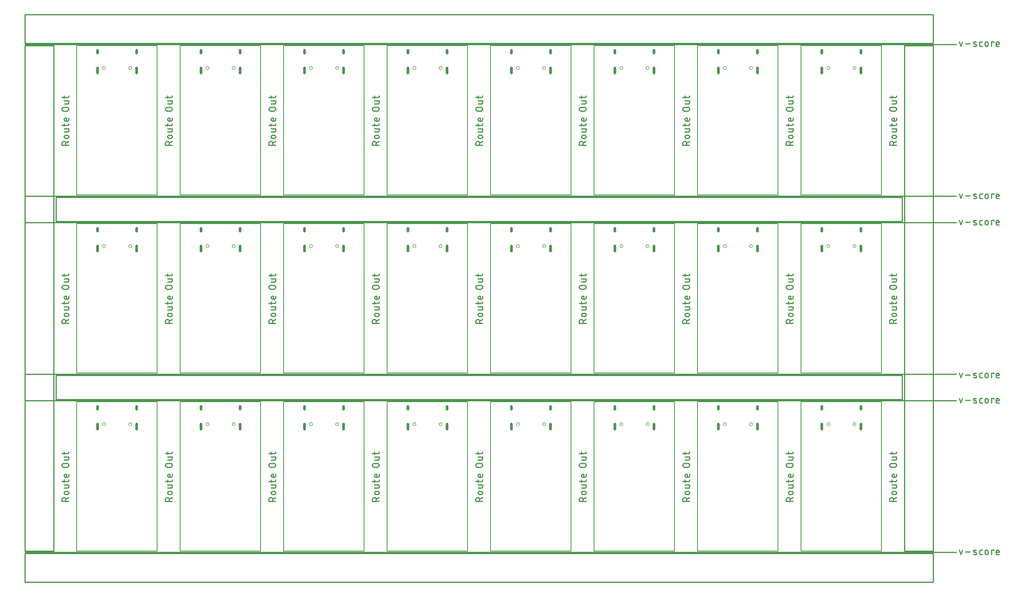
<source format=gko>
G04 EAGLE Gerber RS-274X export*
G75*
%MOMM*%
%FSLAX34Y34*%
%LPD*%
%IN*%
%IPPOS*%
%AMOC8*
5,1,8,0,0,1.08239X$1,22.5*%
G01*
%ADD10C,0.203200*%
%ADD11C,0.279400*%
%ADD12C,0.254000*%
%ADD13C,0.000000*%
%ADD14C,0.600000*%


D10*
X0Y330200D02*
X0Y0D01*
X177800Y0D01*
X177800Y330200D01*
X0Y330200D01*
D11*
X-17907Y110604D02*
X-32893Y110604D01*
X-32893Y114767D01*
X-32891Y114895D01*
X-32885Y115023D01*
X-32875Y115151D01*
X-32861Y115279D01*
X-32844Y115406D01*
X-32822Y115532D01*
X-32797Y115658D01*
X-32767Y115782D01*
X-32734Y115906D01*
X-32697Y116029D01*
X-32656Y116151D01*
X-32612Y116271D01*
X-32564Y116390D01*
X-32512Y116507D01*
X-32457Y116623D01*
X-32398Y116736D01*
X-32335Y116849D01*
X-32269Y116959D01*
X-32200Y117066D01*
X-32128Y117172D01*
X-32052Y117276D01*
X-31973Y117377D01*
X-31891Y117476D01*
X-31806Y117572D01*
X-31719Y117665D01*
X-31628Y117756D01*
X-31535Y117843D01*
X-31439Y117928D01*
X-31340Y118010D01*
X-31239Y118089D01*
X-31135Y118165D01*
X-31029Y118237D01*
X-30922Y118306D01*
X-30811Y118372D01*
X-30699Y118435D01*
X-30586Y118494D01*
X-30470Y118549D01*
X-30353Y118601D01*
X-30234Y118649D01*
X-30114Y118693D01*
X-29992Y118734D01*
X-29869Y118771D01*
X-29745Y118804D01*
X-29621Y118834D01*
X-29495Y118859D01*
X-29369Y118881D01*
X-29242Y118898D01*
X-29114Y118912D01*
X-28986Y118922D01*
X-28858Y118928D01*
X-28730Y118930D01*
X-28602Y118928D01*
X-28474Y118922D01*
X-28346Y118912D01*
X-28218Y118898D01*
X-28091Y118881D01*
X-27965Y118859D01*
X-27839Y118834D01*
X-27715Y118804D01*
X-27591Y118771D01*
X-27468Y118734D01*
X-27346Y118693D01*
X-27226Y118649D01*
X-27107Y118601D01*
X-26990Y118549D01*
X-26874Y118494D01*
X-26761Y118435D01*
X-26649Y118372D01*
X-26538Y118306D01*
X-26431Y118237D01*
X-26325Y118165D01*
X-26221Y118089D01*
X-26120Y118010D01*
X-26021Y117928D01*
X-25925Y117843D01*
X-25832Y117756D01*
X-25741Y117665D01*
X-25654Y117572D01*
X-25569Y117476D01*
X-25487Y117377D01*
X-25408Y117276D01*
X-25332Y117172D01*
X-25260Y117066D01*
X-25191Y116959D01*
X-25125Y116849D01*
X-25062Y116736D01*
X-25003Y116623D01*
X-24948Y116507D01*
X-24896Y116390D01*
X-24848Y116271D01*
X-24804Y116151D01*
X-24763Y116029D01*
X-24726Y115906D01*
X-24693Y115782D01*
X-24663Y115658D01*
X-24638Y115532D01*
X-24616Y115406D01*
X-24599Y115279D01*
X-24585Y115151D01*
X-24575Y115023D01*
X-24569Y114895D01*
X-24567Y114767D01*
X-24567Y110604D01*
X-24567Y115599D02*
X-17907Y118929D01*
X-21237Y125888D02*
X-24567Y125888D01*
X-24681Y125890D01*
X-24794Y125896D01*
X-24908Y125905D01*
X-25020Y125919D01*
X-25133Y125936D01*
X-25245Y125958D01*
X-25355Y125983D01*
X-25465Y126011D01*
X-25574Y126044D01*
X-25682Y126080D01*
X-25789Y126120D01*
X-25894Y126164D01*
X-25997Y126211D01*
X-26099Y126261D01*
X-26199Y126315D01*
X-26297Y126373D01*
X-26393Y126434D01*
X-26487Y126497D01*
X-26579Y126565D01*
X-26669Y126635D01*
X-26755Y126708D01*
X-26840Y126784D01*
X-26922Y126863D01*
X-27001Y126945D01*
X-27077Y127030D01*
X-27150Y127116D01*
X-27220Y127206D01*
X-27288Y127298D01*
X-27351Y127392D01*
X-27412Y127488D01*
X-27470Y127586D01*
X-27524Y127686D01*
X-27574Y127788D01*
X-27621Y127891D01*
X-27665Y127996D01*
X-27705Y128103D01*
X-27741Y128211D01*
X-27774Y128320D01*
X-27802Y128430D01*
X-27827Y128540D01*
X-27849Y128652D01*
X-27866Y128765D01*
X-27880Y128877D01*
X-27889Y128991D01*
X-27895Y129104D01*
X-27897Y129218D01*
X-27895Y129332D01*
X-27889Y129445D01*
X-27880Y129559D01*
X-27866Y129671D01*
X-27849Y129784D01*
X-27827Y129896D01*
X-27802Y130006D01*
X-27774Y130116D01*
X-27741Y130225D01*
X-27705Y130333D01*
X-27665Y130440D01*
X-27621Y130545D01*
X-27574Y130648D01*
X-27524Y130750D01*
X-27470Y130850D01*
X-27412Y130948D01*
X-27351Y131044D01*
X-27288Y131138D01*
X-27220Y131230D01*
X-27150Y131320D01*
X-27077Y131406D01*
X-27001Y131491D01*
X-26922Y131573D01*
X-26840Y131652D01*
X-26755Y131728D01*
X-26669Y131801D01*
X-26579Y131871D01*
X-26487Y131939D01*
X-26393Y132002D01*
X-26297Y132063D01*
X-26199Y132121D01*
X-26099Y132175D01*
X-25997Y132225D01*
X-25894Y132272D01*
X-25789Y132316D01*
X-25682Y132356D01*
X-25574Y132392D01*
X-25465Y132425D01*
X-25355Y132453D01*
X-25245Y132478D01*
X-25133Y132500D01*
X-25020Y132517D01*
X-24908Y132531D01*
X-24794Y132540D01*
X-24681Y132546D01*
X-24567Y132548D01*
X-21237Y132548D01*
X-21123Y132546D01*
X-21010Y132540D01*
X-20896Y132531D01*
X-20784Y132517D01*
X-20671Y132500D01*
X-20559Y132478D01*
X-20449Y132453D01*
X-20339Y132425D01*
X-20230Y132392D01*
X-20122Y132356D01*
X-20015Y132316D01*
X-19910Y132272D01*
X-19807Y132225D01*
X-19705Y132175D01*
X-19605Y132121D01*
X-19507Y132063D01*
X-19411Y132002D01*
X-19317Y131939D01*
X-19225Y131871D01*
X-19135Y131801D01*
X-19049Y131728D01*
X-18964Y131652D01*
X-18882Y131573D01*
X-18803Y131491D01*
X-18727Y131406D01*
X-18654Y131320D01*
X-18584Y131230D01*
X-18516Y131138D01*
X-18453Y131044D01*
X-18392Y130948D01*
X-18334Y130850D01*
X-18280Y130750D01*
X-18230Y130648D01*
X-18183Y130545D01*
X-18139Y130440D01*
X-18099Y130333D01*
X-18063Y130225D01*
X-18030Y130116D01*
X-18002Y130006D01*
X-17977Y129896D01*
X-17955Y129784D01*
X-17938Y129671D01*
X-17924Y129559D01*
X-17915Y129445D01*
X-17909Y129332D01*
X-17907Y129218D01*
X-17909Y129104D01*
X-17915Y128991D01*
X-17924Y128877D01*
X-17938Y128765D01*
X-17955Y128652D01*
X-17977Y128540D01*
X-18002Y128430D01*
X-18030Y128320D01*
X-18063Y128211D01*
X-18099Y128103D01*
X-18139Y127996D01*
X-18183Y127891D01*
X-18230Y127788D01*
X-18280Y127686D01*
X-18334Y127586D01*
X-18392Y127488D01*
X-18453Y127392D01*
X-18516Y127298D01*
X-18584Y127206D01*
X-18654Y127116D01*
X-18727Y127030D01*
X-18803Y126945D01*
X-18882Y126863D01*
X-18964Y126784D01*
X-19049Y126708D01*
X-19135Y126635D01*
X-19225Y126565D01*
X-19317Y126497D01*
X-19411Y126434D01*
X-19507Y126373D01*
X-19605Y126315D01*
X-19705Y126261D01*
X-19807Y126211D01*
X-19910Y126164D01*
X-20015Y126120D01*
X-20122Y126080D01*
X-20230Y126044D01*
X-20339Y126011D01*
X-20449Y125983D01*
X-20559Y125958D01*
X-20671Y125936D01*
X-20784Y125919D01*
X-20896Y125905D01*
X-21010Y125896D01*
X-21123Y125890D01*
X-21237Y125888D01*
X-20405Y139956D02*
X-27898Y139956D01*
X-20405Y139955D02*
X-20307Y139957D01*
X-20209Y139963D01*
X-20111Y139972D01*
X-20014Y139986D01*
X-19918Y140003D01*
X-19822Y140024D01*
X-19727Y140049D01*
X-19633Y140077D01*
X-19540Y140109D01*
X-19449Y140145D01*
X-19359Y140184D01*
X-19271Y140227D01*
X-19184Y140274D01*
X-19100Y140323D01*
X-19017Y140376D01*
X-18937Y140432D01*
X-18859Y140491D01*
X-18783Y140554D01*
X-18709Y140619D01*
X-18639Y140687D01*
X-18571Y140757D01*
X-18506Y140831D01*
X-18443Y140907D01*
X-18384Y140985D01*
X-18328Y141065D01*
X-18275Y141148D01*
X-18226Y141232D01*
X-18179Y141319D01*
X-18136Y141407D01*
X-18097Y141497D01*
X-18061Y141588D01*
X-18029Y141681D01*
X-18001Y141775D01*
X-17976Y141870D01*
X-17955Y141966D01*
X-17938Y142062D01*
X-17924Y142159D01*
X-17915Y142257D01*
X-17909Y142355D01*
X-17907Y142453D01*
X-17907Y146616D01*
X-27898Y146616D01*
X-27898Y152597D02*
X-27898Y157592D01*
X-32893Y154262D02*
X-20405Y154262D01*
X-20307Y154264D01*
X-20209Y154270D01*
X-20111Y154279D01*
X-20014Y154293D01*
X-19918Y154310D01*
X-19822Y154331D01*
X-19727Y154356D01*
X-19633Y154384D01*
X-19540Y154416D01*
X-19449Y154452D01*
X-19359Y154491D01*
X-19271Y154534D01*
X-19184Y154581D01*
X-19100Y154630D01*
X-19017Y154683D01*
X-18937Y154739D01*
X-18859Y154798D01*
X-18783Y154861D01*
X-18709Y154926D01*
X-18639Y154994D01*
X-18571Y155064D01*
X-18506Y155138D01*
X-18443Y155214D01*
X-18384Y155292D01*
X-18328Y155372D01*
X-18275Y155455D01*
X-18226Y155539D01*
X-18179Y155626D01*
X-18136Y155714D01*
X-18097Y155804D01*
X-18061Y155895D01*
X-18029Y155988D01*
X-18001Y156082D01*
X-17976Y156177D01*
X-17955Y156273D01*
X-17938Y156369D01*
X-17924Y156466D01*
X-17915Y156564D01*
X-17909Y156662D01*
X-17907Y156760D01*
X-17907Y157592D01*
X-17907Y166421D02*
X-17907Y170584D01*
X-17907Y166421D02*
X-17909Y166323D01*
X-17915Y166225D01*
X-17924Y166127D01*
X-17938Y166030D01*
X-17955Y165934D01*
X-17976Y165838D01*
X-18001Y165743D01*
X-18029Y165649D01*
X-18061Y165556D01*
X-18097Y165465D01*
X-18136Y165375D01*
X-18179Y165287D01*
X-18226Y165200D01*
X-18275Y165116D01*
X-18328Y165033D01*
X-18384Y164953D01*
X-18443Y164875D01*
X-18506Y164799D01*
X-18571Y164725D01*
X-18639Y164655D01*
X-18709Y164587D01*
X-18783Y164522D01*
X-18859Y164459D01*
X-18937Y164400D01*
X-19017Y164344D01*
X-19100Y164291D01*
X-19184Y164242D01*
X-19271Y164195D01*
X-19359Y164152D01*
X-19449Y164113D01*
X-19540Y164077D01*
X-19633Y164045D01*
X-19727Y164017D01*
X-19822Y163992D01*
X-19918Y163971D01*
X-20014Y163954D01*
X-20111Y163940D01*
X-20209Y163931D01*
X-20307Y163925D01*
X-20405Y163923D01*
X-20405Y163924D02*
X-24567Y163924D01*
X-24681Y163926D01*
X-24794Y163932D01*
X-24908Y163941D01*
X-25020Y163955D01*
X-25133Y163972D01*
X-25245Y163994D01*
X-25355Y164019D01*
X-25465Y164047D01*
X-25574Y164080D01*
X-25682Y164116D01*
X-25789Y164156D01*
X-25894Y164200D01*
X-25997Y164247D01*
X-26099Y164297D01*
X-26199Y164351D01*
X-26297Y164409D01*
X-26393Y164470D01*
X-26487Y164533D01*
X-26579Y164601D01*
X-26669Y164671D01*
X-26755Y164744D01*
X-26840Y164820D01*
X-26922Y164899D01*
X-27001Y164981D01*
X-27077Y165066D01*
X-27150Y165152D01*
X-27220Y165242D01*
X-27288Y165334D01*
X-27351Y165428D01*
X-27412Y165524D01*
X-27470Y165622D01*
X-27524Y165722D01*
X-27574Y165824D01*
X-27621Y165927D01*
X-27665Y166032D01*
X-27705Y166139D01*
X-27741Y166247D01*
X-27774Y166356D01*
X-27802Y166466D01*
X-27827Y166576D01*
X-27849Y166688D01*
X-27866Y166801D01*
X-27880Y166913D01*
X-27889Y167027D01*
X-27895Y167140D01*
X-27897Y167254D01*
X-27895Y167368D01*
X-27889Y167481D01*
X-27880Y167595D01*
X-27866Y167707D01*
X-27849Y167820D01*
X-27827Y167932D01*
X-27802Y168042D01*
X-27774Y168152D01*
X-27741Y168261D01*
X-27705Y168369D01*
X-27665Y168476D01*
X-27621Y168581D01*
X-27574Y168684D01*
X-27524Y168786D01*
X-27470Y168886D01*
X-27412Y168984D01*
X-27351Y169080D01*
X-27288Y169174D01*
X-27220Y169266D01*
X-27150Y169356D01*
X-27077Y169442D01*
X-27001Y169527D01*
X-26922Y169609D01*
X-26840Y169688D01*
X-26755Y169764D01*
X-26669Y169837D01*
X-26579Y169907D01*
X-26487Y169975D01*
X-26393Y170038D01*
X-26297Y170099D01*
X-26199Y170157D01*
X-26099Y170211D01*
X-25997Y170261D01*
X-25894Y170308D01*
X-25789Y170352D01*
X-25682Y170392D01*
X-25574Y170428D01*
X-25465Y170461D01*
X-25355Y170489D01*
X-25245Y170514D01*
X-25133Y170536D01*
X-25020Y170553D01*
X-24908Y170567D01*
X-24794Y170576D01*
X-24681Y170582D01*
X-24567Y170584D01*
X-22902Y170584D01*
X-22902Y163924D01*
X-22070Y186017D02*
X-28730Y186017D01*
X-28858Y186019D01*
X-28986Y186025D01*
X-29114Y186035D01*
X-29242Y186049D01*
X-29369Y186066D01*
X-29495Y186088D01*
X-29621Y186113D01*
X-29745Y186143D01*
X-29869Y186176D01*
X-29992Y186213D01*
X-30114Y186254D01*
X-30234Y186298D01*
X-30353Y186346D01*
X-30470Y186398D01*
X-30586Y186453D01*
X-30699Y186512D01*
X-30812Y186575D01*
X-30922Y186641D01*
X-31029Y186710D01*
X-31135Y186782D01*
X-31239Y186858D01*
X-31340Y186937D01*
X-31439Y187019D01*
X-31535Y187104D01*
X-31628Y187191D01*
X-31719Y187282D01*
X-31806Y187375D01*
X-31891Y187471D01*
X-31973Y187570D01*
X-32052Y187671D01*
X-32128Y187775D01*
X-32200Y187881D01*
X-32269Y187988D01*
X-32335Y188099D01*
X-32398Y188211D01*
X-32457Y188324D01*
X-32512Y188440D01*
X-32564Y188557D01*
X-32612Y188676D01*
X-32656Y188796D01*
X-32697Y188918D01*
X-32734Y189041D01*
X-32767Y189165D01*
X-32797Y189289D01*
X-32822Y189415D01*
X-32844Y189541D01*
X-32861Y189668D01*
X-32875Y189796D01*
X-32885Y189924D01*
X-32891Y190052D01*
X-32893Y190180D01*
X-32891Y190308D01*
X-32885Y190436D01*
X-32875Y190564D01*
X-32861Y190692D01*
X-32844Y190819D01*
X-32822Y190945D01*
X-32797Y191071D01*
X-32767Y191195D01*
X-32734Y191319D01*
X-32697Y191442D01*
X-32656Y191564D01*
X-32612Y191684D01*
X-32564Y191803D01*
X-32512Y191920D01*
X-32457Y192036D01*
X-32398Y192149D01*
X-32335Y192262D01*
X-32269Y192372D01*
X-32200Y192479D01*
X-32128Y192585D01*
X-32052Y192689D01*
X-31973Y192790D01*
X-31891Y192889D01*
X-31806Y192985D01*
X-31719Y193078D01*
X-31628Y193169D01*
X-31535Y193256D01*
X-31439Y193341D01*
X-31340Y193423D01*
X-31239Y193502D01*
X-31135Y193578D01*
X-31029Y193650D01*
X-30922Y193719D01*
X-30811Y193785D01*
X-30699Y193848D01*
X-30586Y193907D01*
X-30470Y193962D01*
X-30353Y194014D01*
X-30234Y194062D01*
X-30114Y194106D01*
X-29992Y194147D01*
X-29869Y194184D01*
X-29745Y194217D01*
X-29621Y194247D01*
X-29495Y194272D01*
X-29369Y194294D01*
X-29242Y194311D01*
X-29114Y194325D01*
X-28986Y194335D01*
X-28858Y194341D01*
X-28730Y194343D01*
X-28730Y194342D02*
X-22070Y194342D01*
X-22070Y194343D02*
X-21942Y194341D01*
X-21814Y194335D01*
X-21686Y194325D01*
X-21558Y194311D01*
X-21431Y194294D01*
X-21305Y194272D01*
X-21179Y194247D01*
X-21055Y194217D01*
X-20931Y194184D01*
X-20808Y194147D01*
X-20686Y194106D01*
X-20566Y194062D01*
X-20447Y194014D01*
X-20330Y193962D01*
X-20214Y193907D01*
X-20101Y193848D01*
X-19988Y193785D01*
X-19878Y193719D01*
X-19771Y193650D01*
X-19665Y193578D01*
X-19561Y193502D01*
X-19460Y193423D01*
X-19361Y193341D01*
X-19265Y193256D01*
X-19172Y193169D01*
X-19081Y193078D01*
X-18994Y192985D01*
X-18909Y192889D01*
X-18827Y192790D01*
X-18748Y192689D01*
X-18672Y192585D01*
X-18600Y192479D01*
X-18531Y192372D01*
X-18465Y192261D01*
X-18402Y192149D01*
X-18343Y192036D01*
X-18288Y191920D01*
X-18236Y191803D01*
X-18188Y191684D01*
X-18144Y191564D01*
X-18103Y191442D01*
X-18066Y191319D01*
X-18033Y191195D01*
X-18003Y191071D01*
X-17978Y190945D01*
X-17956Y190819D01*
X-17939Y190692D01*
X-17925Y190564D01*
X-17915Y190436D01*
X-17909Y190308D01*
X-17907Y190180D01*
X-17909Y190052D01*
X-17915Y189924D01*
X-17925Y189796D01*
X-17939Y189668D01*
X-17956Y189541D01*
X-17978Y189415D01*
X-18003Y189289D01*
X-18033Y189165D01*
X-18066Y189041D01*
X-18103Y188918D01*
X-18144Y188796D01*
X-18188Y188676D01*
X-18236Y188557D01*
X-18288Y188440D01*
X-18343Y188324D01*
X-18402Y188211D01*
X-18465Y188099D01*
X-18531Y187988D01*
X-18600Y187881D01*
X-18672Y187775D01*
X-18748Y187671D01*
X-18827Y187570D01*
X-18909Y187471D01*
X-18994Y187375D01*
X-19081Y187282D01*
X-19172Y187191D01*
X-19265Y187104D01*
X-19361Y187019D01*
X-19460Y186937D01*
X-19561Y186858D01*
X-19665Y186782D01*
X-19771Y186710D01*
X-19878Y186641D01*
X-19989Y186575D01*
X-20101Y186512D01*
X-20214Y186453D01*
X-20330Y186398D01*
X-20447Y186346D01*
X-20566Y186298D01*
X-20686Y186254D01*
X-20808Y186213D01*
X-20931Y186176D01*
X-21055Y186143D01*
X-21179Y186113D01*
X-21305Y186088D01*
X-21431Y186066D01*
X-21558Y186049D01*
X-21686Y186035D01*
X-21814Y186025D01*
X-21942Y186019D01*
X-22070Y186017D01*
X-20405Y201959D02*
X-27898Y201959D01*
X-20405Y201959D02*
X-20307Y201961D01*
X-20209Y201967D01*
X-20111Y201976D01*
X-20014Y201990D01*
X-19918Y202007D01*
X-19822Y202028D01*
X-19727Y202053D01*
X-19633Y202081D01*
X-19540Y202113D01*
X-19449Y202149D01*
X-19359Y202188D01*
X-19271Y202231D01*
X-19184Y202278D01*
X-19100Y202327D01*
X-19017Y202380D01*
X-18937Y202436D01*
X-18859Y202495D01*
X-18783Y202558D01*
X-18709Y202623D01*
X-18639Y202691D01*
X-18571Y202761D01*
X-18506Y202835D01*
X-18443Y202911D01*
X-18384Y202989D01*
X-18328Y203069D01*
X-18275Y203152D01*
X-18226Y203236D01*
X-18179Y203323D01*
X-18136Y203411D01*
X-18097Y203501D01*
X-18061Y203592D01*
X-18029Y203685D01*
X-18001Y203779D01*
X-17976Y203874D01*
X-17955Y203970D01*
X-17938Y204066D01*
X-17924Y204163D01*
X-17915Y204261D01*
X-17909Y204359D01*
X-17907Y204457D01*
X-17907Y208620D01*
X-27898Y208620D01*
X-27898Y214601D02*
X-27898Y219596D01*
X-32893Y216266D02*
X-20405Y216266D01*
X-20307Y216268D01*
X-20209Y216274D01*
X-20111Y216283D01*
X-20014Y216297D01*
X-19918Y216314D01*
X-19822Y216335D01*
X-19727Y216360D01*
X-19633Y216388D01*
X-19540Y216420D01*
X-19449Y216456D01*
X-19359Y216495D01*
X-19271Y216538D01*
X-19184Y216585D01*
X-19100Y216634D01*
X-19017Y216687D01*
X-18937Y216743D01*
X-18859Y216802D01*
X-18783Y216865D01*
X-18709Y216930D01*
X-18639Y216998D01*
X-18571Y217068D01*
X-18506Y217142D01*
X-18443Y217218D01*
X-18384Y217296D01*
X-18328Y217376D01*
X-18275Y217459D01*
X-18226Y217543D01*
X-18179Y217630D01*
X-18136Y217718D01*
X-18097Y217808D01*
X-18061Y217899D01*
X-18029Y217992D01*
X-18001Y218086D01*
X-17976Y218181D01*
X-17955Y218277D01*
X-17938Y218373D01*
X-17924Y218470D01*
X-17915Y218568D01*
X-17909Y218666D01*
X-17907Y218764D01*
X-17907Y219596D01*
D10*
X228600Y330200D02*
X228600Y0D01*
X406400Y0D01*
X406400Y330200D01*
X228600Y330200D01*
D11*
X210693Y110604D02*
X195707Y110604D01*
X195707Y114767D01*
X195709Y114895D01*
X195715Y115023D01*
X195725Y115151D01*
X195739Y115279D01*
X195756Y115406D01*
X195778Y115532D01*
X195803Y115658D01*
X195833Y115782D01*
X195866Y115906D01*
X195903Y116029D01*
X195944Y116151D01*
X195988Y116271D01*
X196036Y116390D01*
X196088Y116507D01*
X196143Y116623D01*
X196202Y116736D01*
X196265Y116849D01*
X196331Y116959D01*
X196400Y117066D01*
X196472Y117172D01*
X196548Y117276D01*
X196627Y117377D01*
X196709Y117476D01*
X196794Y117572D01*
X196881Y117665D01*
X196972Y117756D01*
X197065Y117843D01*
X197161Y117928D01*
X197260Y118010D01*
X197361Y118089D01*
X197465Y118165D01*
X197571Y118237D01*
X197678Y118306D01*
X197789Y118372D01*
X197901Y118435D01*
X198014Y118494D01*
X198130Y118549D01*
X198247Y118601D01*
X198366Y118649D01*
X198486Y118693D01*
X198608Y118734D01*
X198731Y118771D01*
X198855Y118804D01*
X198979Y118834D01*
X199105Y118859D01*
X199231Y118881D01*
X199358Y118898D01*
X199486Y118912D01*
X199614Y118922D01*
X199742Y118928D01*
X199870Y118930D01*
X199998Y118928D01*
X200126Y118922D01*
X200254Y118912D01*
X200382Y118898D01*
X200509Y118881D01*
X200635Y118859D01*
X200761Y118834D01*
X200885Y118804D01*
X201009Y118771D01*
X201132Y118734D01*
X201254Y118693D01*
X201374Y118649D01*
X201493Y118601D01*
X201610Y118549D01*
X201726Y118494D01*
X201839Y118435D01*
X201952Y118372D01*
X202062Y118306D01*
X202169Y118237D01*
X202275Y118165D01*
X202379Y118089D01*
X202480Y118010D01*
X202579Y117928D01*
X202675Y117843D01*
X202768Y117756D01*
X202859Y117665D01*
X202946Y117572D01*
X203031Y117476D01*
X203113Y117377D01*
X203192Y117276D01*
X203268Y117172D01*
X203340Y117066D01*
X203409Y116959D01*
X203475Y116849D01*
X203538Y116736D01*
X203597Y116623D01*
X203652Y116507D01*
X203704Y116390D01*
X203752Y116271D01*
X203796Y116151D01*
X203837Y116029D01*
X203874Y115906D01*
X203907Y115782D01*
X203937Y115658D01*
X203962Y115532D01*
X203984Y115406D01*
X204001Y115279D01*
X204015Y115151D01*
X204025Y115023D01*
X204031Y114895D01*
X204033Y114767D01*
X204033Y110604D01*
X204033Y115599D02*
X210693Y118929D01*
X207363Y125888D02*
X204033Y125888D01*
X203919Y125890D01*
X203806Y125896D01*
X203692Y125905D01*
X203580Y125919D01*
X203467Y125936D01*
X203355Y125958D01*
X203245Y125983D01*
X203135Y126011D01*
X203026Y126044D01*
X202918Y126080D01*
X202811Y126120D01*
X202706Y126164D01*
X202603Y126211D01*
X202501Y126261D01*
X202401Y126315D01*
X202303Y126373D01*
X202207Y126434D01*
X202113Y126497D01*
X202021Y126565D01*
X201931Y126635D01*
X201845Y126708D01*
X201760Y126784D01*
X201678Y126863D01*
X201599Y126945D01*
X201523Y127030D01*
X201450Y127116D01*
X201380Y127206D01*
X201312Y127298D01*
X201249Y127392D01*
X201188Y127488D01*
X201130Y127586D01*
X201076Y127686D01*
X201026Y127788D01*
X200979Y127891D01*
X200935Y127996D01*
X200895Y128103D01*
X200859Y128211D01*
X200826Y128320D01*
X200798Y128430D01*
X200773Y128540D01*
X200751Y128652D01*
X200734Y128765D01*
X200720Y128877D01*
X200711Y128991D01*
X200705Y129104D01*
X200703Y129218D01*
X200705Y129332D01*
X200711Y129445D01*
X200720Y129559D01*
X200734Y129671D01*
X200751Y129784D01*
X200773Y129896D01*
X200798Y130006D01*
X200826Y130116D01*
X200859Y130225D01*
X200895Y130333D01*
X200935Y130440D01*
X200979Y130545D01*
X201026Y130648D01*
X201076Y130750D01*
X201130Y130850D01*
X201188Y130948D01*
X201249Y131044D01*
X201312Y131138D01*
X201380Y131230D01*
X201450Y131320D01*
X201523Y131406D01*
X201599Y131491D01*
X201678Y131573D01*
X201760Y131652D01*
X201845Y131728D01*
X201931Y131801D01*
X202021Y131871D01*
X202113Y131939D01*
X202207Y132002D01*
X202303Y132063D01*
X202401Y132121D01*
X202501Y132175D01*
X202603Y132225D01*
X202706Y132272D01*
X202811Y132316D01*
X202918Y132356D01*
X203026Y132392D01*
X203135Y132425D01*
X203245Y132453D01*
X203355Y132478D01*
X203467Y132500D01*
X203580Y132517D01*
X203692Y132531D01*
X203806Y132540D01*
X203919Y132546D01*
X204033Y132548D01*
X207363Y132548D01*
X207477Y132546D01*
X207590Y132540D01*
X207704Y132531D01*
X207816Y132517D01*
X207929Y132500D01*
X208041Y132478D01*
X208151Y132453D01*
X208261Y132425D01*
X208370Y132392D01*
X208478Y132356D01*
X208585Y132316D01*
X208690Y132272D01*
X208793Y132225D01*
X208895Y132175D01*
X208995Y132121D01*
X209093Y132063D01*
X209189Y132002D01*
X209283Y131939D01*
X209375Y131871D01*
X209465Y131801D01*
X209551Y131728D01*
X209636Y131652D01*
X209718Y131573D01*
X209797Y131491D01*
X209873Y131406D01*
X209946Y131320D01*
X210016Y131230D01*
X210084Y131138D01*
X210147Y131044D01*
X210208Y130948D01*
X210266Y130850D01*
X210320Y130750D01*
X210370Y130648D01*
X210417Y130545D01*
X210461Y130440D01*
X210501Y130333D01*
X210537Y130225D01*
X210570Y130116D01*
X210598Y130006D01*
X210623Y129896D01*
X210645Y129784D01*
X210662Y129671D01*
X210676Y129559D01*
X210685Y129445D01*
X210691Y129332D01*
X210693Y129218D01*
X210691Y129104D01*
X210685Y128991D01*
X210676Y128877D01*
X210662Y128765D01*
X210645Y128652D01*
X210623Y128540D01*
X210598Y128430D01*
X210570Y128320D01*
X210537Y128211D01*
X210501Y128103D01*
X210461Y127996D01*
X210417Y127891D01*
X210370Y127788D01*
X210320Y127686D01*
X210266Y127586D01*
X210208Y127488D01*
X210147Y127392D01*
X210084Y127298D01*
X210016Y127206D01*
X209946Y127116D01*
X209873Y127030D01*
X209797Y126945D01*
X209718Y126863D01*
X209636Y126784D01*
X209551Y126708D01*
X209465Y126635D01*
X209375Y126565D01*
X209283Y126497D01*
X209189Y126434D01*
X209093Y126373D01*
X208995Y126315D01*
X208895Y126261D01*
X208793Y126211D01*
X208690Y126164D01*
X208585Y126120D01*
X208478Y126080D01*
X208370Y126044D01*
X208261Y126011D01*
X208151Y125983D01*
X208041Y125958D01*
X207929Y125936D01*
X207816Y125919D01*
X207704Y125905D01*
X207590Y125896D01*
X207477Y125890D01*
X207363Y125888D01*
X208195Y139956D02*
X200702Y139956D01*
X208195Y139955D02*
X208293Y139957D01*
X208391Y139963D01*
X208489Y139972D01*
X208586Y139986D01*
X208682Y140003D01*
X208778Y140024D01*
X208873Y140049D01*
X208967Y140077D01*
X209060Y140109D01*
X209151Y140145D01*
X209241Y140184D01*
X209329Y140227D01*
X209416Y140274D01*
X209500Y140323D01*
X209583Y140376D01*
X209663Y140432D01*
X209742Y140491D01*
X209817Y140554D01*
X209891Y140619D01*
X209961Y140687D01*
X210029Y140757D01*
X210095Y140831D01*
X210157Y140907D01*
X210216Y140985D01*
X210272Y141065D01*
X210325Y141148D01*
X210375Y141232D01*
X210421Y141319D01*
X210464Y141407D01*
X210503Y141497D01*
X210539Y141588D01*
X210571Y141681D01*
X210599Y141775D01*
X210624Y141870D01*
X210645Y141966D01*
X210662Y142062D01*
X210676Y142159D01*
X210685Y142257D01*
X210691Y142355D01*
X210693Y142453D01*
X210693Y146616D01*
X200702Y146616D01*
X200702Y152597D02*
X200702Y157592D01*
X195707Y154262D02*
X208195Y154262D01*
X208293Y154264D01*
X208391Y154270D01*
X208489Y154279D01*
X208586Y154293D01*
X208682Y154310D01*
X208778Y154331D01*
X208873Y154356D01*
X208967Y154384D01*
X209060Y154416D01*
X209151Y154452D01*
X209241Y154491D01*
X209329Y154534D01*
X209416Y154581D01*
X209500Y154630D01*
X209583Y154683D01*
X209663Y154739D01*
X209742Y154798D01*
X209817Y154861D01*
X209891Y154926D01*
X209961Y154994D01*
X210029Y155064D01*
X210095Y155138D01*
X210157Y155214D01*
X210216Y155292D01*
X210272Y155372D01*
X210325Y155455D01*
X210375Y155539D01*
X210421Y155626D01*
X210464Y155714D01*
X210503Y155804D01*
X210539Y155895D01*
X210571Y155988D01*
X210599Y156082D01*
X210624Y156177D01*
X210645Y156273D01*
X210662Y156369D01*
X210676Y156466D01*
X210685Y156564D01*
X210691Y156662D01*
X210693Y156760D01*
X210693Y157592D01*
X210693Y166421D02*
X210693Y170584D01*
X210693Y166421D02*
X210691Y166323D01*
X210685Y166225D01*
X210676Y166127D01*
X210662Y166030D01*
X210645Y165934D01*
X210624Y165838D01*
X210599Y165743D01*
X210571Y165649D01*
X210539Y165556D01*
X210503Y165465D01*
X210464Y165375D01*
X210421Y165287D01*
X210374Y165200D01*
X210325Y165116D01*
X210272Y165033D01*
X210216Y164953D01*
X210157Y164875D01*
X210095Y164799D01*
X210029Y164725D01*
X209961Y164655D01*
X209891Y164587D01*
X209817Y164522D01*
X209742Y164459D01*
X209663Y164400D01*
X209583Y164344D01*
X209500Y164291D01*
X209416Y164242D01*
X209329Y164195D01*
X209241Y164152D01*
X209151Y164113D01*
X209060Y164077D01*
X208967Y164045D01*
X208873Y164017D01*
X208778Y163992D01*
X208682Y163971D01*
X208586Y163954D01*
X208489Y163940D01*
X208391Y163931D01*
X208293Y163925D01*
X208195Y163923D01*
X208195Y163924D02*
X204033Y163924D01*
X203919Y163926D01*
X203806Y163932D01*
X203692Y163941D01*
X203580Y163955D01*
X203467Y163972D01*
X203355Y163994D01*
X203245Y164019D01*
X203135Y164047D01*
X203026Y164080D01*
X202918Y164116D01*
X202811Y164156D01*
X202706Y164200D01*
X202603Y164247D01*
X202501Y164297D01*
X202401Y164351D01*
X202303Y164409D01*
X202207Y164470D01*
X202113Y164533D01*
X202021Y164601D01*
X201931Y164671D01*
X201845Y164744D01*
X201760Y164820D01*
X201678Y164899D01*
X201599Y164981D01*
X201523Y165066D01*
X201450Y165152D01*
X201380Y165242D01*
X201312Y165334D01*
X201249Y165428D01*
X201188Y165524D01*
X201130Y165622D01*
X201076Y165722D01*
X201026Y165824D01*
X200979Y165927D01*
X200935Y166032D01*
X200895Y166139D01*
X200859Y166247D01*
X200826Y166356D01*
X200798Y166466D01*
X200773Y166576D01*
X200751Y166688D01*
X200734Y166801D01*
X200720Y166913D01*
X200711Y167027D01*
X200705Y167140D01*
X200703Y167254D01*
X200705Y167368D01*
X200711Y167481D01*
X200720Y167595D01*
X200734Y167707D01*
X200751Y167820D01*
X200773Y167932D01*
X200798Y168042D01*
X200826Y168152D01*
X200859Y168261D01*
X200895Y168369D01*
X200935Y168476D01*
X200979Y168581D01*
X201026Y168684D01*
X201076Y168786D01*
X201130Y168886D01*
X201188Y168984D01*
X201249Y169080D01*
X201312Y169174D01*
X201380Y169266D01*
X201450Y169356D01*
X201523Y169442D01*
X201599Y169527D01*
X201678Y169609D01*
X201760Y169688D01*
X201845Y169764D01*
X201931Y169837D01*
X202021Y169907D01*
X202113Y169975D01*
X202207Y170038D01*
X202303Y170099D01*
X202401Y170157D01*
X202501Y170211D01*
X202603Y170261D01*
X202706Y170308D01*
X202811Y170352D01*
X202918Y170392D01*
X203026Y170428D01*
X203135Y170461D01*
X203245Y170489D01*
X203355Y170514D01*
X203467Y170536D01*
X203580Y170553D01*
X203692Y170567D01*
X203806Y170576D01*
X203919Y170582D01*
X204033Y170584D01*
X205698Y170584D01*
X205698Y163924D01*
X206530Y186017D02*
X199870Y186017D01*
X199742Y186019D01*
X199614Y186025D01*
X199486Y186035D01*
X199358Y186049D01*
X199231Y186066D01*
X199105Y186088D01*
X198979Y186113D01*
X198855Y186143D01*
X198731Y186176D01*
X198608Y186213D01*
X198486Y186254D01*
X198366Y186298D01*
X198247Y186346D01*
X198130Y186398D01*
X198014Y186453D01*
X197901Y186512D01*
X197788Y186575D01*
X197678Y186641D01*
X197571Y186710D01*
X197465Y186782D01*
X197361Y186858D01*
X197260Y186937D01*
X197161Y187019D01*
X197065Y187104D01*
X196972Y187191D01*
X196881Y187282D01*
X196794Y187375D01*
X196709Y187471D01*
X196627Y187570D01*
X196548Y187671D01*
X196472Y187775D01*
X196400Y187881D01*
X196331Y187988D01*
X196265Y188099D01*
X196202Y188211D01*
X196143Y188324D01*
X196088Y188440D01*
X196036Y188557D01*
X195988Y188676D01*
X195944Y188796D01*
X195903Y188918D01*
X195866Y189041D01*
X195833Y189165D01*
X195803Y189289D01*
X195778Y189415D01*
X195756Y189541D01*
X195739Y189668D01*
X195725Y189796D01*
X195715Y189924D01*
X195709Y190052D01*
X195707Y190180D01*
X195709Y190308D01*
X195715Y190436D01*
X195725Y190564D01*
X195739Y190692D01*
X195756Y190819D01*
X195778Y190945D01*
X195803Y191071D01*
X195833Y191195D01*
X195866Y191319D01*
X195903Y191442D01*
X195944Y191564D01*
X195988Y191684D01*
X196036Y191803D01*
X196088Y191920D01*
X196143Y192036D01*
X196202Y192149D01*
X196265Y192262D01*
X196331Y192372D01*
X196400Y192479D01*
X196472Y192585D01*
X196548Y192689D01*
X196627Y192790D01*
X196709Y192889D01*
X196794Y192985D01*
X196881Y193078D01*
X196972Y193169D01*
X197065Y193256D01*
X197161Y193341D01*
X197260Y193423D01*
X197361Y193502D01*
X197465Y193578D01*
X197571Y193650D01*
X197678Y193719D01*
X197789Y193785D01*
X197901Y193848D01*
X198014Y193907D01*
X198130Y193962D01*
X198247Y194014D01*
X198366Y194062D01*
X198486Y194106D01*
X198608Y194147D01*
X198731Y194184D01*
X198855Y194217D01*
X198979Y194247D01*
X199105Y194272D01*
X199231Y194294D01*
X199358Y194311D01*
X199486Y194325D01*
X199614Y194335D01*
X199742Y194341D01*
X199870Y194343D01*
X199870Y194342D02*
X206530Y194342D01*
X206530Y194343D02*
X206658Y194341D01*
X206786Y194335D01*
X206914Y194325D01*
X207042Y194311D01*
X207169Y194294D01*
X207295Y194272D01*
X207421Y194247D01*
X207545Y194217D01*
X207669Y194184D01*
X207792Y194147D01*
X207914Y194106D01*
X208034Y194062D01*
X208153Y194014D01*
X208270Y193962D01*
X208386Y193907D01*
X208499Y193848D01*
X208612Y193785D01*
X208722Y193719D01*
X208829Y193650D01*
X208935Y193578D01*
X209039Y193502D01*
X209140Y193423D01*
X209239Y193341D01*
X209335Y193256D01*
X209428Y193169D01*
X209519Y193078D01*
X209606Y192985D01*
X209691Y192889D01*
X209773Y192790D01*
X209852Y192689D01*
X209928Y192585D01*
X210000Y192479D01*
X210069Y192372D01*
X210135Y192261D01*
X210198Y192149D01*
X210257Y192036D01*
X210312Y191920D01*
X210364Y191803D01*
X210412Y191684D01*
X210456Y191564D01*
X210497Y191442D01*
X210534Y191319D01*
X210567Y191195D01*
X210597Y191071D01*
X210622Y190945D01*
X210644Y190819D01*
X210661Y190692D01*
X210675Y190564D01*
X210685Y190436D01*
X210691Y190308D01*
X210693Y190180D01*
X210691Y190052D01*
X210685Y189924D01*
X210675Y189796D01*
X210661Y189668D01*
X210644Y189541D01*
X210622Y189415D01*
X210597Y189289D01*
X210567Y189165D01*
X210534Y189041D01*
X210497Y188918D01*
X210456Y188796D01*
X210412Y188676D01*
X210364Y188557D01*
X210312Y188440D01*
X210257Y188324D01*
X210198Y188211D01*
X210135Y188099D01*
X210069Y187988D01*
X210000Y187881D01*
X209928Y187775D01*
X209852Y187671D01*
X209773Y187570D01*
X209691Y187471D01*
X209606Y187375D01*
X209519Y187282D01*
X209428Y187191D01*
X209335Y187104D01*
X209239Y187019D01*
X209140Y186937D01*
X209039Y186858D01*
X208935Y186782D01*
X208829Y186710D01*
X208722Y186641D01*
X208612Y186575D01*
X208499Y186512D01*
X208386Y186453D01*
X208270Y186398D01*
X208153Y186346D01*
X208034Y186298D01*
X207914Y186254D01*
X207792Y186213D01*
X207669Y186176D01*
X207545Y186143D01*
X207421Y186113D01*
X207295Y186088D01*
X207169Y186066D01*
X207042Y186049D01*
X206914Y186035D01*
X206786Y186025D01*
X206658Y186019D01*
X206530Y186017D01*
X208195Y201959D02*
X200702Y201959D01*
X208195Y201959D02*
X208293Y201961D01*
X208391Y201967D01*
X208489Y201976D01*
X208586Y201990D01*
X208682Y202007D01*
X208778Y202028D01*
X208873Y202053D01*
X208967Y202081D01*
X209060Y202113D01*
X209151Y202149D01*
X209241Y202188D01*
X209329Y202231D01*
X209416Y202278D01*
X209500Y202327D01*
X209583Y202380D01*
X209663Y202436D01*
X209742Y202495D01*
X209817Y202558D01*
X209891Y202623D01*
X209961Y202691D01*
X210029Y202761D01*
X210095Y202835D01*
X210157Y202911D01*
X210216Y202989D01*
X210272Y203069D01*
X210325Y203152D01*
X210375Y203236D01*
X210421Y203323D01*
X210464Y203411D01*
X210503Y203501D01*
X210539Y203592D01*
X210571Y203685D01*
X210599Y203779D01*
X210624Y203874D01*
X210645Y203970D01*
X210662Y204066D01*
X210676Y204163D01*
X210685Y204261D01*
X210691Y204359D01*
X210693Y204457D01*
X210693Y208620D01*
X200702Y208620D01*
X200702Y214601D02*
X200702Y219596D01*
X195707Y216266D02*
X208195Y216266D01*
X208195Y216265D02*
X208293Y216267D01*
X208391Y216273D01*
X208489Y216282D01*
X208586Y216296D01*
X208682Y216313D01*
X208778Y216334D01*
X208873Y216359D01*
X208967Y216387D01*
X209060Y216419D01*
X209151Y216455D01*
X209241Y216494D01*
X209329Y216537D01*
X209416Y216584D01*
X209500Y216633D01*
X209583Y216686D01*
X209663Y216742D01*
X209742Y216801D01*
X209817Y216864D01*
X209891Y216929D01*
X209961Y216997D01*
X210029Y217067D01*
X210095Y217141D01*
X210157Y217217D01*
X210216Y217295D01*
X210272Y217375D01*
X210325Y217458D01*
X210375Y217542D01*
X210421Y217629D01*
X210464Y217717D01*
X210503Y217807D01*
X210539Y217898D01*
X210571Y217991D01*
X210599Y218085D01*
X210624Y218180D01*
X210645Y218276D01*
X210662Y218372D01*
X210676Y218469D01*
X210685Y218567D01*
X210691Y218665D01*
X210693Y218763D01*
X210693Y218764D02*
X210693Y219596D01*
D10*
X457200Y330200D02*
X457200Y0D01*
X635000Y0D01*
X635000Y330200D01*
X457200Y330200D01*
D11*
X439293Y110604D02*
X424307Y110604D01*
X424307Y114767D01*
X424309Y114895D01*
X424315Y115023D01*
X424325Y115151D01*
X424339Y115279D01*
X424356Y115406D01*
X424378Y115532D01*
X424403Y115658D01*
X424433Y115782D01*
X424466Y115906D01*
X424503Y116029D01*
X424544Y116151D01*
X424588Y116271D01*
X424636Y116390D01*
X424688Y116507D01*
X424743Y116623D01*
X424802Y116736D01*
X424865Y116849D01*
X424931Y116959D01*
X425000Y117066D01*
X425072Y117172D01*
X425148Y117276D01*
X425227Y117377D01*
X425309Y117476D01*
X425394Y117572D01*
X425481Y117665D01*
X425572Y117756D01*
X425665Y117843D01*
X425761Y117928D01*
X425860Y118010D01*
X425961Y118089D01*
X426065Y118165D01*
X426171Y118237D01*
X426278Y118306D01*
X426389Y118372D01*
X426501Y118435D01*
X426614Y118494D01*
X426730Y118549D01*
X426847Y118601D01*
X426966Y118649D01*
X427086Y118693D01*
X427208Y118734D01*
X427331Y118771D01*
X427455Y118804D01*
X427579Y118834D01*
X427705Y118859D01*
X427831Y118881D01*
X427958Y118898D01*
X428086Y118912D01*
X428214Y118922D01*
X428342Y118928D01*
X428470Y118930D01*
X428598Y118928D01*
X428726Y118922D01*
X428854Y118912D01*
X428982Y118898D01*
X429109Y118881D01*
X429235Y118859D01*
X429361Y118834D01*
X429485Y118804D01*
X429609Y118771D01*
X429732Y118734D01*
X429854Y118693D01*
X429974Y118649D01*
X430093Y118601D01*
X430210Y118549D01*
X430326Y118494D01*
X430439Y118435D01*
X430552Y118372D01*
X430662Y118306D01*
X430769Y118237D01*
X430875Y118165D01*
X430979Y118089D01*
X431080Y118010D01*
X431179Y117928D01*
X431275Y117843D01*
X431368Y117756D01*
X431459Y117665D01*
X431546Y117572D01*
X431631Y117476D01*
X431713Y117377D01*
X431792Y117276D01*
X431868Y117172D01*
X431940Y117066D01*
X432009Y116959D01*
X432075Y116849D01*
X432138Y116736D01*
X432197Y116623D01*
X432252Y116507D01*
X432304Y116390D01*
X432352Y116271D01*
X432396Y116151D01*
X432437Y116029D01*
X432474Y115906D01*
X432507Y115782D01*
X432537Y115658D01*
X432562Y115532D01*
X432584Y115406D01*
X432601Y115279D01*
X432615Y115151D01*
X432625Y115023D01*
X432631Y114895D01*
X432633Y114767D01*
X432633Y110604D01*
X432633Y115599D02*
X439293Y118929D01*
X435963Y125888D02*
X432633Y125888D01*
X432519Y125890D01*
X432406Y125896D01*
X432292Y125905D01*
X432180Y125919D01*
X432067Y125936D01*
X431955Y125958D01*
X431845Y125983D01*
X431735Y126011D01*
X431626Y126044D01*
X431518Y126080D01*
X431411Y126120D01*
X431306Y126164D01*
X431203Y126211D01*
X431101Y126261D01*
X431001Y126315D01*
X430903Y126373D01*
X430807Y126434D01*
X430713Y126497D01*
X430621Y126565D01*
X430531Y126635D01*
X430445Y126708D01*
X430360Y126784D01*
X430278Y126863D01*
X430199Y126945D01*
X430123Y127030D01*
X430050Y127116D01*
X429980Y127206D01*
X429912Y127298D01*
X429849Y127392D01*
X429788Y127488D01*
X429730Y127586D01*
X429676Y127686D01*
X429626Y127788D01*
X429579Y127891D01*
X429535Y127996D01*
X429495Y128103D01*
X429459Y128211D01*
X429426Y128320D01*
X429398Y128430D01*
X429373Y128540D01*
X429351Y128652D01*
X429334Y128765D01*
X429320Y128877D01*
X429311Y128991D01*
X429305Y129104D01*
X429303Y129218D01*
X429305Y129332D01*
X429311Y129445D01*
X429320Y129559D01*
X429334Y129671D01*
X429351Y129784D01*
X429373Y129896D01*
X429398Y130006D01*
X429426Y130116D01*
X429459Y130225D01*
X429495Y130333D01*
X429535Y130440D01*
X429579Y130545D01*
X429626Y130648D01*
X429676Y130750D01*
X429730Y130850D01*
X429788Y130948D01*
X429849Y131044D01*
X429912Y131138D01*
X429980Y131230D01*
X430050Y131320D01*
X430123Y131406D01*
X430199Y131491D01*
X430278Y131573D01*
X430360Y131652D01*
X430445Y131728D01*
X430531Y131801D01*
X430621Y131871D01*
X430713Y131939D01*
X430807Y132002D01*
X430903Y132063D01*
X431001Y132121D01*
X431101Y132175D01*
X431203Y132225D01*
X431306Y132272D01*
X431411Y132316D01*
X431518Y132356D01*
X431626Y132392D01*
X431735Y132425D01*
X431845Y132453D01*
X431955Y132478D01*
X432067Y132500D01*
X432180Y132517D01*
X432292Y132531D01*
X432406Y132540D01*
X432519Y132546D01*
X432633Y132548D01*
X435963Y132548D01*
X436077Y132546D01*
X436190Y132540D01*
X436304Y132531D01*
X436416Y132517D01*
X436529Y132500D01*
X436641Y132478D01*
X436751Y132453D01*
X436861Y132425D01*
X436970Y132392D01*
X437078Y132356D01*
X437185Y132316D01*
X437290Y132272D01*
X437393Y132225D01*
X437495Y132175D01*
X437595Y132121D01*
X437693Y132063D01*
X437789Y132002D01*
X437883Y131939D01*
X437975Y131871D01*
X438065Y131801D01*
X438151Y131728D01*
X438236Y131652D01*
X438318Y131573D01*
X438397Y131491D01*
X438473Y131406D01*
X438546Y131320D01*
X438616Y131230D01*
X438684Y131138D01*
X438747Y131044D01*
X438808Y130948D01*
X438866Y130850D01*
X438920Y130750D01*
X438970Y130648D01*
X439017Y130545D01*
X439061Y130440D01*
X439101Y130333D01*
X439137Y130225D01*
X439170Y130116D01*
X439198Y130006D01*
X439223Y129896D01*
X439245Y129784D01*
X439262Y129671D01*
X439276Y129559D01*
X439285Y129445D01*
X439291Y129332D01*
X439293Y129218D01*
X439291Y129104D01*
X439285Y128991D01*
X439276Y128877D01*
X439262Y128765D01*
X439245Y128652D01*
X439223Y128540D01*
X439198Y128430D01*
X439170Y128320D01*
X439137Y128211D01*
X439101Y128103D01*
X439061Y127996D01*
X439017Y127891D01*
X438970Y127788D01*
X438920Y127686D01*
X438866Y127586D01*
X438808Y127488D01*
X438747Y127392D01*
X438684Y127298D01*
X438616Y127206D01*
X438546Y127116D01*
X438473Y127030D01*
X438397Y126945D01*
X438318Y126863D01*
X438236Y126784D01*
X438151Y126708D01*
X438065Y126635D01*
X437975Y126565D01*
X437883Y126497D01*
X437789Y126434D01*
X437693Y126373D01*
X437595Y126315D01*
X437495Y126261D01*
X437393Y126211D01*
X437290Y126164D01*
X437185Y126120D01*
X437078Y126080D01*
X436970Y126044D01*
X436861Y126011D01*
X436751Y125983D01*
X436641Y125958D01*
X436529Y125936D01*
X436416Y125919D01*
X436304Y125905D01*
X436190Y125896D01*
X436077Y125890D01*
X435963Y125888D01*
X436795Y139956D02*
X429302Y139956D01*
X436795Y139955D02*
X436893Y139957D01*
X436991Y139963D01*
X437089Y139972D01*
X437186Y139986D01*
X437282Y140003D01*
X437378Y140024D01*
X437473Y140049D01*
X437567Y140077D01*
X437660Y140109D01*
X437751Y140145D01*
X437841Y140184D01*
X437929Y140227D01*
X438016Y140274D01*
X438100Y140323D01*
X438183Y140376D01*
X438263Y140432D01*
X438342Y140491D01*
X438417Y140554D01*
X438491Y140619D01*
X438561Y140687D01*
X438629Y140757D01*
X438695Y140831D01*
X438757Y140907D01*
X438816Y140985D01*
X438872Y141065D01*
X438925Y141148D01*
X438975Y141232D01*
X439021Y141319D01*
X439064Y141407D01*
X439103Y141497D01*
X439139Y141588D01*
X439171Y141681D01*
X439199Y141775D01*
X439224Y141870D01*
X439245Y141966D01*
X439262Y142062D01*
X439276Y142159D01*
X439285Y142257D01*
X439291Y142355D01*
X439293Y142453D01*
X439293Y146616D01*
X429302Y146616D01*
X429302Y152597D02*
X429302Y157592D01*
X424307Y154262D02*
X436795Y154262D01*
X436893Y154264D01*
X436991Y154270D01*
X437089Y154279D01*
X437186Y154293D01*
X437282Y154310D01*
X437378Y154331D01*
X437473Y154356D01*
X437567Y154384D01*
X437660Y154416D01*
X437751Y154452D01*
X437841Y154491D01*
X437929Y154534D01*
X438016Y154581D01*
X438100Y154630D01*
X438183Y154683D01*
X438263Y154739D01*
X438342Y154798D01*
X438417Y154861D01*
X438491Y154926D01*
X438561Y154994D01*
X438629Y155064D01*
X438695Y155138D01*
X438757Y155214D01*
X438816Y155292D01*
X438872Y155372D01*
X438925Y155455D01*
X438975Y155539D01*
X439021Y155626D01*
X439064Y155714D01*
X439103Y155804D01*
X439139Y155895D01*
X439171Y155988D01*
X439199Y156082D01*
X439224Y156177D01*
X439245Y156273D01*
X439262Y156369D01*
X439276Y156466D01*
X439285Y156564D01*
X439291Y156662D01*
X439293Y156760D01*
X439293Y157592D01*
X439293Y166421D02*
X439293Y170584D01*
X439293Y166421D02*
X439291Y166323D01*
X439285Y166225D01*
X439276Y166127D01*
X439262Y166030D01*
X439245Y165934D01*
X439224Y165838D01*
X439199Y165743D01*
X439171Y165649D01*
X439139Y165556D01*
X439103Y165465D01*
X439064Y165375D01*
X439021Y165287D01*
X438974Y165200D01*
X438925Y165116D01*
X438872Y165033D01*
X438816Y164953D01*
X438757Y164875D01*
X438695Y164799D01*
X438629Y164725D01*
X438561Y164655D01*
X438491Y164587D01*
X438417Y164522D01*
X438342Y164459D01*
X438263Y164400D01*
X438183Y164344D01*
X438100Y164291D01*
X438016Y164242D01*
X437929Y164195D01*
X437841Y164152D01*
X437751Y164113D01*
X437660Y164077D01*
X437567Y164045D01*
X437473Y164017D01*
X437378Y163992D01*
X437282Y163971D01*
X437186Y163954D01*
X437089Y163940D01*
X436991Y163931D01*
X436893Y163925D01*
X436795Y163923D01*
X436795Y163924D02*
X432633Y163924D01*
X432519Y163926D01*
X432406Y163932D01*
X432292Y163941D01*
X432180Y163955D01*
X432067Y163972D01*
X431955Y163994D01*
X431845Y164019D01*
X431735Y164047D01*
X431626Y164080D01*
X431518Y164116D01*
X431411Y164156D01*
X431306Y164200D01*
X431203Y164247D01*
X431101Y164297D01*
X431001Y164351D01*
X430903Y164409D01*
X430807Y164470D01*
X430713Y164533D01*
X430621Y164601D01*
X430531Y164671D01*
X430445Y164744D01*
X430360Y164820D01*
X430278Y164899D01*
X430199Y164981D01*
X430123Y165066D01*
X430050Y165152D01*
X429980Y165242D01*
X429912Y165334D01*
X429849Y165428D01*
X429788Y165524D01*
X429730Y165622D01*
X429676Y165722D01*
X429626Y165824D01*
X429579Y165927D01*
X429535Y166032D01*
X429495Y166139D01*
X429459Y166247D01*
X429426Y166356D01*
X429398Y166466D01*
X429373Y166576D01*
X429351Y166688D01*
X429334Y166801D01*
X429320Y166913D01*
X429311Y167027D01*
X429305Y167140D01*
X429303Y167254D01*
X429305Y167368D01*
X429311Y167481D01*
X429320Y167595D01*
X429334Y167707D01*
X429351Y167820D01*
X429373Y167932D01*
X429398Y168042D01*
X429426Y168152D01*
X429459Y168261D01*
X429495Y168369D01*
X429535Y168476D01*
X429579Y168581D01*
X429626Y168684D01*
X429676Y168786D01*
X429730Y168886D01*
X429788Y168984D01*
X429849Y169080D01*
X429912Y169174D01*
X429980Y169266D01*
X430050Y169356D01*
X430123Y169442D01*
X430199Y169527D01*
X430278Y169609D01*
X430360Y169688D01*
X430445Y169764D01*
X430531Y169837D01*
X430621Y169907D01*
X430713Y169975D01*
X430807Y170038D01*
X430903Y170099D01*
X431001Y170157D01*
X431101Y170211D01*
X431203Y170261D01*
X431306Y170308D01*
X431411Y170352D01*
X431518Y170392D01*
X431626Y170428D01*
X431735Y170461D01*
X431845Y170489D01*
X431955Y170514D01*
X432067Y170536D01*
X432180Y170553D01*
X432292Y170567D01*
X432406Y170576D01*
X432519Y170582D01*
X432633Y170584D01*
X434298Y170584D01*
X434298Y163924D01*
X435130Y186017D02*
X428470Y186017D01*
X428342Y186019D01*
X428214Y186025D01*
X428086Y186035D01*
X427958Y186049D01*
X427831Y186066D01*
X427705Y186088D01*
X427579Y186113D01*
X427455Y186143D01*
X427331Y186176D01*
X427208Y186213D01*
X427086Y186254D01*
X426966Y186298D01*
X426847Y186346D01*
X426730Y186398D01*
X426614Y186453D01*
X426501Y186512D01*
X426389Y186575D01*
X426278Y186641D01*
X426171Y186710D01*
X426065Y186782D01*
X425961Y186858D01*
X425860Y186937D01*
X425761Y187019D01*
X425665Y187104D01*
X425572Y187191D01*
X425481Y187282D01*
X425394Y187375D01*
X425309Y187471D01*
X425227Y187570D01*
X425148Y187671D01*
X425072Y187775D01*
X425000Y187881D01*
X424931Y187988D01*
X424865Y188099D01*
X424802Y188211D01*
X424743Y188324D01*
X424688Y188440D01*
X424636Y188557D01*
X424588Y188676D01*
X424544Y188796D01*
X424503Y188918D01*
X424466Y189041D01*
X424433Y189165D01*
X424403Y189289D01*
X424378Y189415D01*
X424356Y189541D01*
X424339Y189668D01*
X424325Y189796D01*
X424315Y189924D01*
X424309Y190052D01*
X424307Y190180D01*
X424309Y190308D01*
X424315Y190436D01*
X424325Y190564D01*
X424339Y190692D01*
X424356Y190819D01*
X424378Y190945D01*
X424403Y191071D01*
X424433Y191195D01*
X424466Y191319D01*
X424503Y191442D01*
X424544Y191564D01*
X424588Y191684D01*
X424636Y191803D01*
X424688Y191920D01*
X424743Y192036D01*
X424802Y192149D01*
X424865Y192262D01*
X424931Y192372D01*
X425000Y192479D01*
X425072Y192585D01*
X425148Y192689D01*
X425227Y192790D01*
X425309Y192889D01*
X425394Y192985D01*
X425481Y193078D01*
X425572Y193169D01*
X425665Y193256D01*
X425761Y193341D01*
X425860Y193423D01*
X425961Y193502D01*
X426065Y193578D01*
X426171Y193650D01*
X426278Y193719D01*
X426389Y193785D01*
X426501Y193848D01*
X426614Y193907D01*
X426730Y193962D01*
X426847Y194014D01*
X426966Y194062D01*
X427086Y194106D01*
X427208Y194147D01*
X427331Y194184D01*
X427455Y194217D01*
X427579Y194247D01*
X427705Y194272D01*
X427831Y194294D01*
X427958Y194311D01*
X428086Y194325D01*
X428214Y194335D01*
X428342Y194341D01*
X428470Y194343D01*
X428470Y194342D02*
X435130Y194342D01*
X435130Y194343D02*
X435258Y194341D01*
X435386Y194335D01*
X435514Y194325D01*
X435642Y194311D01*
X435769Y194294D01*
X435895Y194272D01*
X436021Y194247D01*
X436145Y194217D01*
X436269Y194184D01*
X436392Y194147D01*
X436514Y194106D01*
X436634Y194062D01*
X436753Y194014D01*
X436870Y193962D01*
X436986Y193907D01*
X437099Y193848D01*
X437212Y193785D01*
X437322Y193719D01*
X437429Y193650D01*
X437535Y193578D01*
X437639Y193502D01*
X437740Y193423D01*
X437839Y193341D01*
X437935Y193256D01*
X438028Y193169D01*
X438119Y193078D01*
X438206Y192985D01*
X438291Y192889D01*
X438373Y192790D01*
X438452Y192689D01*
X438528Y192585D01*
X438600Y192479D01*
X438669Y192372D01*
X438735Y192261D01*
X438798Y192149D01*
X438857Y192036D01*
X438912Y191920D01*
X438964Y191803D01*
X439012Y191684D01*
X439056Y191564D01*
X439097Y191442D01*
X439134Y191319D01*
X439167Y191195D01*
X439197Y191071D01*
X439222Y190945D01*
X439244Y190819D01*
X439261Y190692D01*
X439275Y190564D01*
X439285Y190436D01*
X439291Y190308D01*
X439293Y190180D01*
X439291Y190052D01*
X439285Y189924D01*
X439275Y189796D01*
X439261Y189668D01*
X439244Y189541D01*
X439222Y189415D01*
X439197Y189289D01*
X439167Y189165D01*
X439134Y189041D01*
X439097Y188918D01*
X439056Y188796D01*
X439012Y188676D01*
X438964Y188557D01*
X438912Y188440D01*
X438857Y188324D01*
X438798Y188211D01*
X438735Y188099D01*
X438669Y187988D01*
X438600Y187881D01*
X438528Y187775D01*
X438452Y187671D01*
X438373Y187570D01*
X438291Y187471D01*
X438206Y187375D01*
X438119Y187282D01*
X438028Y187191D01*
X437935Y187104D01*
X437839Y187019D01*
X437740Y186937D01*
X437639Y186858D01*
X437535Y186782D01*
X437429Y186710D01*
X437322Y186641D01*
X437212Y186575D01*
X437099Y186512D01*
X436986Y186453D01*
X436870Y186398D01*
X436753Y186346D01*
X436634Y186298D01*
X436514Y186254D01*
X436392Y186213D01*
X436269Y186176D01*
X436145Y186143D01*
X436021Y186113D01*
X435895Y186088D01*
X435769Y186066D01*
X435642Y186049D01*
X435514Y186035D01*
X435386Y186025D01*
X435258Y186019D01*
X435130Y186017D01*
X436795Y201959D02*
X429302Y201959D01*
X436795Y201959D02*
X436893Y201961D01*
X436991Y201967D01*
X437089Y201976D01*
X437186Y201990D01*
X437282Y202007D01*
X437378Y202028D01*
X437473Y202053D01*
X437567Y202081D01*
X437660Y202113D01*
X437751Y202149D01*
X437841Y202188D01*
X437929Y202231D01*
X438016Y202278D01*
X438100Y202327D01*
X438183Y202380D01*
X438263Y202436D01*
X438342Y202495D01*
X438417Y202558D01*
X438491Y202623D01*
X438561Y202691D01*
X438629Y202761D01*
X438695Y202835D01*
X438757Y202911D01*
X438816Y202989D01*
X438872Y203069D01*
X438925Y203152D01*
X438975Y203236D01*
X439021Y203323D01*
X439064Y203411D01*
X439103Y203501D01*
X439139Y203592D01*
X439171Y203685D01*
X439199Y203779D01*
X439224Y203874D01*
X439245Y203970D01*
X439262Y204066D01*
X439276Y204163D01*
X439285Y204261D01*
X439291Y204359D01*
X439293Y204457D01*
X439293Y208620D01*
X429302Y208620D01*
X429302Y214601D02*
X429302Y219596D01*
X424307Y216266D02*
X436795Y216266D01*
X436795Y216265D02*
X436893Y216267D01*
X436991Y216273D01*
X437089Y216282D01*
X437186Y216296D01*
X437282Y216313D01*
X437378Y216334D01*
X437473Y216359D01*
X437567Y216387D01*
X437660Y216419D01*
X437751Y216455D01*
X437841Y216494D01*
X437929Y216537D01*
X438016Y216584D01*
X438100Y216633D01*
X438183Y216686D01*
X438263Y216742D01*
X438342Y216801D01*
X438417Y216864D01*
X438491Y216929D01*
X438561Y216997D01*
X438629Y217067D01*
X438695Y217141D01*
X438757Y217217D01*
X438816Y217295D01*
X438872Y217375D01*
X438925Y217458D01*
X438975Y217542D01*
X439021Y217629D01*
X439064Y217717D01*
X439103Y217807D01*
X439139Y217898D01*
X439171Y217991D01*
X439199Y218085D01*
X439224Y218180D01*
X439245Y218276D01*
X439262Y218372D01*
X439276Y218469D01*
X439285Y218567D01*
X439291Y218665D01*
X439293Y218763D01*
X439293Y218764D02*
X439293Y219596D01*
D10*
X685800Y330200D02*
X685800Y0D01*
X863600Y0D01*
X863600Y330200D01*
X685800Y330200D01*
D11*
X667893Y110604D02*
X652907Y110604D01*
X652907Y114767D01*
X652909Y114895D01*
X652915Y115023D01*
X652925Y115151D01*
X652939Y115279D01*
X652956Y115406D01*
X652978Y115532D01*
X653003Y115658D01*
X653033Y115782D01*
X653066Y115906D01*
X653103Y116029D01*
X653144Y116151D01*
X653188Y116271D01*
X653236Y116390D01*
X653288Y116507D01*
X653343Y116623D01*
X653402Y116736D01*
X653465Y116849D01*
X653531Y116959D01*
X653600Y117066D01*
X653672Y117172D01*
X653748Y117276D01*
X653827Y117377D01*
X653909Y117476D01*
X653994Y117572D01*
X654081Y117665D01*
X654172Y117756D01*
X654265Y117843D01*
X654361Y117928D01*
X654460Y118010D01*
X654561Y118089D01*
X654665Y118165D01*
X654771Y118237D01*
X654878Y118306D01*
X654989Y118372D01*
X655101Y118435D01*
X655214Y118494D01*
X655330Y118549D01*
X655447Y118601D01*
X655566Y118649D01*
X655686Y118693D01*
X655808Y118734D01*
X655931Y118771D01*
X656055Y118804D01*
X656179Y118834D01*
X656305Y118859D01*
X656431Y118881D01*
X656558Y118898D01*
X656686Y118912D01*
X656814Y118922D01*
X656942Y118928D01*
X657070Y118930D01*
X657198Y118928D01*
X657326Y118922D01*
X657454Y118912D01*
X657582Y118898D01*
X657709Y118881D01*
X657835Y118859D01*
X657961Y118834D01*
X658085Y118804D01*
X658209Y118771D01*
X658332Y118734D01*
X658454Y118693D01*
X658574Y118649D01*
X658693Y118601D01*
X658810Y118549D01*
X658926Y118494D01*
X659039Y118435D01*
X659152Y118372D01*
X659262Y118306D01*
X659369Y118237D01*
X659475Y118165D01*
X659579Y118089D01*
X659680Y118010D01*
X659779Y117928D01*
X659875Y117843D01*
X659968Y117756D01*
X660059Y117665D01*
X660146Y117572D01*
X660231Y117476D01*
X660313Y117377D01*
X660392Y117276D01*
X660468Y117172D01*
X660540Y117066D01*
X660609Y116959D01*
X660675Y116849D01*
X660738Y116736D01*
X660797Y116623D01*
X660852Y116507D01*
X660904Y116390D01*
X660952Y116271D01*
X660996Y116151D01*
X661037Y116029D01*
X661074Y115906D01*
X661107Y115782D01*
X661137Y115658D01*
X661162Y115532D01*
X661184Y115406D01*
X661201Y115279D01*
X661215Y115151D01*
X661225Y115023D01*
X661231Y114895D01*
X661233Y114767D01*
X661233Y110604D01*
X661233Y115599D02*
X667893Y118929D01*
X664563Y125888D02*
X661233Y125888D01*
X661119Y125890D01*
X661006Y125896D01*
X660892Y125905D01*
X660780Y125919D01*
X660667Y125936D01*
X660555Y125958D01*
X660445Y125983D01*
X660335Y126011D01*
X660226Y126044D01*
X660118Y126080D01*
X660011Y126120D01*
X659906Y126164D01*
X659803Y126211D01*
X659701Y126261D01*
X659601Y126315D01*
X659503Y126373D01*
X659407Y126434D01*
X659313Y126497D01*
X659221Y126565D01*
X659131Y126635D01*
X659045Y126708D01*
X658960Y126784D01*
X658878Y126863D01*
X658799Y126945D01*
X658723Y127030D01*
X658650Y127116D01*
X658580Y127206D01*
X658512Y127298D01*
X658449Y127392D01*
X658388Y127488D01*
X658330Y127586D01*
X658276Y127686D01*
X658226Y127788D01*
X658179Y127891D01*
X658135Y127996D01*
X658095Y128103D01*
X658059Y128211D01*
X658026Y128320D01*
X657998Y128430D01*
X657973Y128540D01*
X657951Y128652D01*
X657934Y128765D01*
X657920Y128877D01*
X657911Y128991D01*
X657905Y129104D01*
X657903Y129218D01*
X657905Y129332D01*
X657911Y129445D01*
X657920Y129559D01*
X657934Y129671D01*
X657951Y129784D01*
X657973Y129896D01*
X657998Y130006D01*
X658026Y130116D01*
X658059Y130225D01*
X658095Y130333D01*
X658135Y130440D01*
X658179Y130545D01*
X658226Y130648D01*
X658276Y130750D01*
X658330Y130850D01*
X658388Y130948D01*
X658449Y131044D01*
X658512Y131138D01*
X658580Y131230D01*
X658650Y131320D01*
X658723Y131406D01*
X658799Y131491D01*
X658878Y131573D01*
X658960Y131652D01*
X659045Y131728D01*
X659131Y131801D01*
X659221Y131871D01*
X659313Y131939D01*
X659407Y132002D01*
X659503Y132063D01*
X659601Y132121D01*
X659701Y132175D01*
X659803Y132225D01*
X659906Y132272D01*
X660011Y132316D01*
X660118Y132356D01*
X660226Y132392D01*
X660335Y132425D01*
X660445Y132453D01*
X660555Y132478D01*
X660667Y132500D01*
X660780Y132517D01*
X660892Y132531D01*
X661006Y132540D01*
X661119Y132546D01*
X661233Y132548D01*
X664563Y132548D01*
X664677Y132546D01*
X664790Y132540D01*
X664904Y132531D01*
X665016Y132517D01*
X665129Y132500D01*
X665241Y132478D01*
X665351Y132453D01*
X665461Y132425D01*
X665570Y132392D01*
X665678Y132356D01*
X665785Y132316D01*
X665890Y132272D01*
X665993Y132225D01*
X666095Y132175D01*
X666195Y132121D01*
X666293Y132063D01*
X666389Y132002D01*
X666483Y131939D01*
X666575Y131871D01*
X666665Y131801D01*
X666751Y131728D01*
X666836Y131652D01*
X666918Y131573D01*
X666997Y131491D01*
X667073Y131406D01*
X667146Y131320D01*
X667216Y131230D01*
X667284Y131138D01*
X667347Y131044D01*
X667408Y130948D01*
X667466Y130850D01*
X667520Y130750D01*
X667570Y130648D01*
X667617Y130545D01*
X667661Y130440D01*
X667701Y130333D01*
X667737Y130225D01*
X667770Y130116D01*
X667798Y130006D01*
X667823Y129896D01*
X667845Y129784D01*
X667862Y129671D01*
X667876Y129559D01*
X667885Y129445D01*
X667891Y129332D01*
X667893Y129218D01*
X667891Y129104D01*
X667885Y128991D01*
X667876Y128877D01*
X667862Y128765D01*
X667845Y128652D01*
X667823Y128540D01*
X667798Y128430D01*
X667770Y128320D01*
X667737Y128211D01*
X667701Y128103D01*
X667661Y127996D01*
X667617Y127891D01*
X667570Y127788D01*
X667520Y127686D01*
X667466Y127586D01*
X667408Y127488D01*
X667347Y127392D01*
X667284Y127298D01*
X667216Y127206D01*
X667146Y127116D01*
X667073Y127030D01*
X666997Y126945D01*
X666918Y126863D01*
X666836Y126784D01*
X666751Y126708D01*
X666665Y126635D01*
X666575Y126565D01*
X666483Y126497D01*
X666389Y126434D01*
X666293Y126373D01*
X666195Y126315D01*
X666095Y126261D01*
X665993Y126211D01*
X665890Y126164D01*
X665785Y126120D01*
X665678Y126080D01*
X665570Y126044D01*
X665461Y126011D01*
X665351Y125983D01*
X665241Y125958D01*
X665129Y125936D01*
X665016Y125919D01*
X664904Y125905D01*
X664790Y125896D01*
X664677Y125890D01*
X664563Y125888D01*
X665395Y139956D02*
X657902Y139956D01*
X665395Y139955D02*
X665493Y139957D01*
X665591Y139963D01*
X665689Y139972D01*
X665786Y139986D01*
X665882Y140003D01*
X665978Y140024D01*
X666073Y140049D01*
X666167Y140077D01*
X666260Y140109D01*
X666351Y140145D01*
X666441Y140184D01*
X666529Y140227D01*
X666616Y140274D01*
X666700Y140323D01*
X666783Y140376D01*
X666863Y140432D01*
X666942Y140491D01*
X667017Y140554D01*
X667091Y140619D01*
X667161Y140687D01*
X667229Y140757D01*
X667295Y140831D01*
X667357Y140907D01*
X667416Y140985D01*
X667472Y141065D01*
X667525Y141148D01*
X667575Y141232D01*
X667621Y141319D01*
X667664Y141407D01*
X667703Y141497D01*
X667739Y141588D01*
X667771Y141681D01*
X667799Y141775D01*
X667824Y141870D01*
X667845Y141966D01*
X667862Y142062D01*
X667876Y142159D01*
X667885Y142257D01*
X667891Y142355D01*
X667893Y142453D01*
X667893Y146616D01*
X657902Y146616D01*
X657902Y152597D02*
X657902Y157592D01*
X652907Y154262D02*
X665395Y154262D01*
X665493Y154264D01*
X665591Y154270D01*
X665689Y154279D01*
X665786Y154293D01*
X665882Y154310D01*
X665978Y154331D01*
X666073Y154356D01*
X666167Y154384D01*
X666260Y154416D01*
X666351Y154452D01*
X666441Y154491D01*
X666529Y154534D01*
X666616Y154581D01*
X666700Y154630D01*
X666783Y154683D01*
X666863Y154739D01*
X666942Y154798D01*
X667017Y154861D01*
X667091Y154926D01*
X667161Y154994D01*
X667229Y155064D01*
X667295Y155138D01*
X667357Y155214D01*
X667416Y155292D01*
X667472Y155372D01*
X667525Y155455D01*
X667575Y155539D01*
X667621Y155626D01*
X667664Y155714D01*
X667703Y155804D01*
X667739Y155895D01*
X667771Y155988D01*
X667799Y156082D01*
X667824Y156177D01*
X667845Y156273D01*
X667862Y156369D01*
X667876Y156466D01*
X667885Y156564D01*
X667891Y156662D01*
X667893Y156760D01*
X667893Y157592D01*
X667893Y166421D02*
X667893Y170584D01*
X667893Y166421D02*
X667891Y166323D01*
X667885Y166225D01*
X667876Y166127D01*
X667862Y166030D01*
X667845Y165934D01*
X667824Y165838D01*
X667799Y165743D01*
X667771Y165649D01*
X667739Y165556D01*
X667703Y165465D01*
X667664Y165375D01*
X667621Y165287D01*
X667574Y165200D01*
X667525Y165116D01*
X667472Y165033D01*
X667416Y164953D01*
X667357Y164875D01*
X667295Y164799D01*
X667229Y164725D01*
X667161Y164655D01*
X667091Y164587D01*
X667017Y164522D01*
X666942Y164459D01*
X666863Y164400D01*
X666783Y164344D01*
X666700Y164291D01*
X666616Y164242D01*
X666529Y164195D01*
X666441Y164152D01*
X666351Y164113D01*
X666260Y164077D01*
X666167Y164045D01*
X666073Y164017D01*
X665978Y163992D01*
X665882Y163971D01*
X665786Y163954D01*
X665689Y163940D01*
X665591Y163931D01*
X665493Y163925D01*
X665395Y163923D01*
X665395Y163924D02*
X661233Y163924D01*
X661119Y163926D01*
X661006Y163932D01*
X660892Y163941D01*
X660780Y163955D01*
X660667Y163972D01*
X660555Y163994D01*
X660445Y164019D01*
X660335Y164047D01*
X660226Y164080D01*
X660118Y164116D01*
X660011Y164156D01*
X659906Y164200D01*
X659803Y164247D01*
X659701Y164297D01*
X659601Y164351D01*
X659503Y164409D01*
X659407Y164470D01*
X659313Y164533D01*
X659221Y164601D01*
X659131Y164671D01*
X659045Y164744D01*
X658960Y164820D01*
X658878Y164899D01*
X658799Y164981D01*
X658723Y165066D01*
X658650Y165152D01*
X658580Y165242D01*
X658512Y165334D01*
X658449Y165428D01*
X658388Y165524D01*
X658330Y165622D01*
X658276Y165722D01*
X658226Y165824D01*
X658179Y165927D01*
X658135Y166032D01*
X658095Y166139D01*
X658059Y166247D01*
X658026Y166356D01*
X657998Y166466D01*
X657973Y166576D01*
X657951Y166688D01*
X657934Y166801D01*
X657920Y166913D01*
X657911Y167027D01*
X657905Y167140D01*
X657903Y167254D01*
X657905Y167368D01*
X657911Y167481D01*
X657920Y167595D01*
X657934Y167707D01*
X657951Y167820D01*
X657973Y167932D01*
X657998Y168042D01*
X658026Y168152D01*
X658059Y168261D01*
X658095Y168369D01*
X658135Y168476D01*
X658179Y168581D01*
X658226Y168684D01*
X658276Y168786D01*
X658330Y168886D01*
X658388Y168984D01*
X658449Y169080D01*
X658512Y169174D01*
X658580Y169266D01*
X658650Y169356D01*
X658723Y169442D01*
X658799Y169527D01*
X658878Y169609D01*
X658960Y169688D01*
X659045Y169764D01*
X659131Y169837D01*
X659221Y169907D01*
X659313Y169975D01*
X659407Y170038D01*
X659503Y170099D01*
X659601Y170157D01*
X659701Y170211D01*
X659803Y170261D01*
X659906Y170308D01*
X660011Y170352D01*
X660118Y170392D01*
X660226Y170428D01*
X660335Y170461D01*
X660445Y170489D01*
X660555Y170514D01*
X660667Y170536D01*
X660780Y170553D01*
X660892Y170567D01*
X661006Y170576D01*
X661119Y170582D01*
X661233Y170584D01*
X662898Y170584D01*
X662898Y163924D01*
X663730Y186017D02*
X657070Y186017D01*
X656942Y186019D01*
X656814Y186025D01*
X656686Y186035D01*
X656558Y186049D01*
X656431Y186066D01*
X656305Y186088D01*
X656179Y186113D01*
X656055Y186143D01*
X655931Y186176D01*
X655808Y186213D01*
X655686Y186254D01*
X655566Y186298D01*
X655447Y186346D01*
X655330Y186398D01*
X655214Y186453D01*
X655101Y186512D01*
X654989Y186575D01*
X654878Y186641D01*
X654771Y186710D01*
X654665Y186782D01*
X654561Y186858D01*
X654460Y186937D01*
X654361Y187019D01*
X654265Y187104D01*
X654172Y187191D01*
X654081Y187282D01*
X653994Y187375D01*
X653909Y187471D01*
X653827Y187570D01*
X653748Y187671D01*
X653672Y187775D01*
X653600Y187881D01*
X653531Y187988D01*
X653465Y188099D01*
X653402Y188211D01*
X653343Y188324D01*
X653288Y188440D01*
X653236Y188557D01*
X653188Y188676D01*
X653144Y188796D01*
X653103Y188918D01*
X653066Y189041D01*
X653033Y189165D01*
X653003Y189289D01*
X652978Y189415D01*
X652956Y189541D01*
X652939Y189668D01*
X652925Y189796D01*
X652915Y189924D01*
X652909Y190052D01*
X652907Y190180D01*
X652909Y190308D01*
X652915Y190436D01*
X652925Y190564D01*
X652939Y190692D01*
X652956Y190819D01*
X652978Y190945D01*
X653003Y191071D01*
X653033Y191195D01*
X653066Y191319D01*
X653103Y191442D01*
X653144Y191564D01*
X653188Y191684D01*
X653236Y191803D01*
X653288Y191920D01*
X653343Y192036D01*
X653402Y192149D01*
X653465Y192262D01*
X653531Y192372D01*
X653600Y192479D01*
X653672Y192585D01*
X653748Y192689D01*
X653827Y192790D01*
X653909Y192889D01*
X653994Y192985D01*
X654081Y193078D01*
X654172Y193169D01*
X654265Y193256D01*
X654361Y193341D01*
X654460Y193423D01*
X654561Y193502D01*
X654665Y193578D01*
X654771Y193650D01*
X654878Y193719D01*
X654989Y193785D01*
X655101Y193848D01*
X655214Y193907D01*
X655330Y193962D01*
X655447Y194014D01*
X655566Y194062D01*
X655686Y194106D01*
X655808Y194147D01*
X655931Y194184D01*
X656055Y194217D01*
X656179Y194247D01*
X656305Y194272D01*
X656431Y194294D01*
X656558Y194311D01*
X656686Y194325D01*
X656814Y194335D01*
X656942Y194341D01*
X657070Y194343D01*
X657070Y194342D02*
X663730Y194342D01*
X663730Y194343D02*
X663858Y194341D01*
X663986Y194335D01*
X664114Y194325D01*
X664242Y194311D01*
X664369Y194294D01*
X664495Y194272D01*
X664621Y194247D01*
X664745Y194217D01*
X664869Y194184D01*
X664992Y194147D01*
X665114Y194106D01*
X665234Y194062D01*
X665353Y194014D01*
X665470Y193962D01*
X665586Y193907D01*
X665699Y193848D01*
X665812Y193785D01*
X665922Y193719D01*
X666029Y193650D01*
X666135Y193578D01*
X666239Y193502D01*
X666340Y193423D01*
X666439Y193341D01*
X666535Y193256D01*
X666628Y193169D01*
X666719Y193078D01*
X666806Y192985D01*
X666891Y192889D01*
X666973Y192790D01*
X667052Y192689D01*
X667128Y192585D01*
X667200Y192479D01*
X667269Y192372D01*
X667335Y192261D01*
X667398Y192149D01*
X667457Y192036D01*
X667512Y191920D01*
X667564Y191803D01*
X667612Y191684D01*
X667656Y191564D01*
X667697Y191442D01*
X667734Y191319D01*
X667767Y191195D01*
X667797Y191071D01*
X667822Y190945D01*
X667844Y190819D01*
X667861Y190692D01*
X667875Y190564D01*
X667885Y190436D01*
X667891Y190308D01*
X667893Y190180D01*
X667891Y190052D01*
X667885Y189924D01*
X667875Y189796D01*
X667861Y189668D01*
X667844Y189541D01*
X667822Y189415D01*
X667797Y189289D01*
X667767Y189165D01*
X667734Y189041D01*
X667697Y188918D01*
X667656Y188796D01*
X667612Y188676D01*
X667564Y188557D01*
X667512Y188440D01*
X667457Y188324D01*
X667398Y188211D01*
X667335Y188099D01*
X667269Y187988D01*
X667200Y187881D01*
X667128Y187775D01*
X667052Y187671D01*
X666973Y187570D01*
X666891Y187471D01*
X666806Y187375D01*
X666719Y187282D01*
X666628Y187191D01*
X666535Y187104D01*
X666439Y187019D01*
X666340Y186937D01*
X666239Y186858D01*
X666135Y186782D01*
X666029Y186710D01*
X665922Y186641D01*
X665812Y186575D01*
X665699Y186512D01*
X665586Y186453D01*
X665470Y186398D01*
X665353Y186346D01*
X665234Y186298D01*
X665114Y186254D01*
X664992Y186213D01*
X664869Y186176D01*
X664745Y186143D01*
X664621Y186113D01*
X664495Y186088D01*
X664369Y186066D01*
X664242Y186049D01*
X664114Y186035D01*
X663986Y186025D01*
X663858Y186019D01*
X663730Y186017D01*
X665395Y201959D02*
X657902Y201959D01*
X665395Y201959D02*
X665493Y201961D01*
X665591Y201967D01*
X665689Y201976D01*
X665786Y201990D01*
X665882Y202007D01*
X665978Y202028D01*
X666073Y202053D01*
X666167Y202081D01*
X666260Y202113D01*
X666351Y202149D01*
X666441Y202188D01*
X666529Y202231D01*
X666616Y202278D01*
X666700Y202327D01*
X666783Y202380D01*
X666863Y202436D01*
X666942Y202495D01*
X667017Y202558D01*
X667091Y202623D01*
X667161Y202691D01*
X667229Y202761D01*
X667295Y202835D01*
X667357Y202911D01*
X667416Y202989D01*
X667472Y203069D01*
X667525Y203152D01*
X667575Y203236D01*
X667621Y203323D01*
X667664Y203411D01*
X667703Y203501D01*
X667739Y203592D01*
X667771Y203685D01*
X667799Y203779D01*
X667824Y203874D01*
X667845Y203970D01*
X667862Y204066D01*
X667876Y204163D01*
X667885Y204261D01*
X667891Y204359D01*
X667893Y204457D01*
X667893Y208620D01*
X657902Y208620D01*
X657902Y214601D02*
X657902Y219596D01*
X652907Y216266D02*
X665395Y216266D01*
X665395Y216265D02*
X665493Y216267D01*
X665591Y216273D01*
X665689Y216282D01*
X665786Y216296D01*
X665882Y216313D01*
X665978Y216334D01*
X666073Y216359D01*
X666167Y216387D01*
X666260Y216419D01*
X666351Y216455D01*
X666441Y216494D01*
X666529Y216537D01*
X666616Y216584D01*
X666700Y216633D01*
X666783Y216686D01*
X666863Y216742D01*
X666942Y216801D01*
X667017Y216864D01*
X667091Y216929D01*
X667161Y216997D01*
X667229Y217067D01*
X667295Y217141D01*
X667357Y217217D01*
X667416Y217295D01*
X667472Y217375D01*
X667525Y217458D01*
X667575Y217542D01*
X667621Y217629D01*
X667664Y217717D01*
X667703Y217807D01*
X667739Y217898D01*
X667771Y217991D01*
X667799Y218085D01*
X667824Y218180D01*
X667845Y218276D01*
X667862Y218372D01*
X667876Y218469D01*
X667885Y218567D01*
X667891Y218665D01*
X667893Y218763D01*
X667893Y218764D02*
X667893Y219596D01*
D10*
X914400Y330200D02*
X914400Y0D01*
X1092200Y0D01*
X1092200Y330200D01*
X914400Y330200D01*
D11*
X896493Y110604D02*
X881507Y110604D01*
X881507Y114767D01*
X881509Y114895D01*
X881515Y115023D01*
X881525Y115151D01*
X881539Y115279D01*
X881556Y115406D01*
X881578Y115532D01*
X881603Y115658D01*
X881633Y115782D01*
X881666Y115906D01*
X881703Y116029D01*
X881744Y116151D01*
X881788Y116271D01*
X881836Y116390D01*
X881888Y116507D01*
X881943Y116623D01*
X882002Y116736D01*
X882065Y116849D01*
X882131Y116959D01*
X882200Y117066D01*
X882272Y117172D01*
X882348Y117276D01*
X882427Y117377D01*
X882509Y117476D01*
X882594Y117572D01*
X882681Y117665D01*
X882772Y117756D01*
X882865Y117843D01*
X882961Y117928D01*
X883060Y118010D01*
X883161Y118089D01*
X883265Y118165D01*
X883371Y118237D01*
X883478Y118306D01*
X883589Y118372D01*
X883701Y118435D01*
X883814Y118494D01*
X883930Y118549D01*
X884047Y118601D01*
X884166Y118649D01*
X884286Y118693D01*
X884408Y118734D01*
X884531Y118771D01*
X884655Y118804D01*
X884779Y118834D01*
X884905Y118859D01*
X885031Y118881D01*
X885158Y118898D01*
X885286Y118912D01*
X885414Y118922D01*
X885542Y118928D01*
X885670Y118930D01*
X885798Y118928D01*
X885926Y118922D01*
X886054Y118912D01*
X886182Y118898D01*
X886309Y118881D01*
X886435Y118859D01*
X886561Y118834D01*
X886685Y118804D01*
X886809Y118771D01*
X886932Y118734D01*
X887054Y118693D01*
X887174Y118649D01*
X887293Y118601D01*
X887410Y118549D01*
X887526Y118494D01*
X887639Y118435D01*
X887752Y118372D01*
X887862Y118306D01*
X887969Y118237D01*
X888075Y118165D01*
X888179Y118089D01*
X888280Y118010D01*
X888379Y117928D01*
X888475Y117843D01*
X888568Y117756D01*
X888659Y117665D01*
X888746Y117572D01*
X888831Y117476D01*
X888913Y117377D01*
X888992Y117276D01*
X889068Y117172D01*
X889140Y117066D01*
X889209Y116959D01*
X889275Y116849D01*
X889338Y116736D01*
X889397Y116623D01*
X889452Y116507D01*
X889504Y116390D01*
X889552Y116271D01*
X889596Y116151D01*
X889637Y116029D01*
X889674Y115906D01*
X889707Y115782D01*
X889737Y115658D01*
X889762Y115532D01*
X889784Y115406D01*
X889801Y115279D01*
X889815Y115151D01*
X889825Y115023D01*
X889831Y114895D01*
X889833Y114767D01*
X889833Y110604D01*
X889833Y115599D02*
X896493Y118929D01*
X893163Y125888D02*
X889833Y125888D01*
X889719Y125890D01*
X889606Y125896D01*
X889492Y125905D01*
X889380Y125919D01*
X889267Y125936D01*
X889155Y125958D01*
X889045Y125983D01*
X888935Y126011D01*
X888826Y126044D01*
X888718Y126080D01*
X888611Y126120D01*
X888506Y126164D01*
X888403Y126211D01*
X888301Y126261D01*
X888201Y126315D01*
X888103Y126373D01*
X888007Y126434D01*
X887913Y126497D01*
X887821Y126565D01*
X887731Y126635D01*
X887645Y126708D01*
X887560Y126784D01*
X887478Y126863D01*
X887399Y126945D01*
X887323Y127030D01*
X887250Y127116D01*
X887180Y127206D01*
X887112Y127298D01*
X887049Y127392D01*
X886988Y127488D01*
X886930Y127586D01*
X886876Y127686D01*
X886826Y127788D01*
X886779Y127891D01*
X886735Y127996D01*
X886695Y128103D01*
X886659Y128211D01*
X886626Y128320D01*
X886598Y128430D01*
X886573Y128540D01*
X886551Y128652D01*
X886534Y128765D01*
X886520Y128877D01*
X886511Y128991D01*
X886505Y129104D01*
X886503Y129218D01*
X886505Y129332D01*
X886511Y129445D01*
X886520Y129559D01*
X886534Y129671D01*
X886551Y129784D01*
X886573Y129896D01*
X886598Y130006D01*
X886626Y130116D01*
X886659Y130225D01*
X886695Y130333D01*
X886735Y130440D01*
X886779Y130545D01*
X886826Y130648D01*
X886876Y130750D01*
X886930Y130850D01*
X886988Y130948D01*
X887049Y131044D01*
X887112Y131138D01*
X887180Y131230D01*
X887250Y131320D01*
X887323Y131406D01*
X887399Y131491D01*
X887478Y131573D01*
X887560Y131652D01*
X887645Y131728D01*
X887731Y131801D01*
X887821Y131871D01*
X887913Y131939D01*
X888007Y132002D01*
X888103Y132063D01*
X888201Y132121D01*
X888301Y132175D01*
X888403Y132225D01*
X888506Y132272D01*
X888611Y132316D01*
X888718Y132356D01*
X888826Y132392D01*
X888935Y132425D01*
X889045Y132453D01*
X889155Y132478D01*
X889267Y132500D01*
X889380Y132517D01*
X889492Y132531D01*
X889606Y132540D01*
X889719Y132546D01*
X889833Y132548D01*
X893163Y132548D01*
X893277Y132546D01*
X893390Y132540D01*
X893504Y132531D01*
X893616Y132517D01*
X893729Y132500D01*
X893841Y132478D01*
X893951Y132453D01*
X894061Y132425D01*
X894170Y132392D01*
X894278Y132356D01*
X894385Y132316D01*
X894490Y132272D01*
X894593Y132225D01*
X894695Y132175D01*
X894795Y132121D01*
X894893Y132063D01*
X894989Y132002D01*
X895083Y131939D01*
X895175Y131871D01*
X895265Y131801D01*
X895351Y131728D01*
X895436Y131652D01*
X895518Y131573D01*
X895597Y131491D01*
X895673Y131406D01*
X895746Y131320D01*
X895816Y131230D01*
X895884Y131138D01*
X895947Y131044D01*
X896008Y130948D01*
X896066Y130850D01*
X896120Y130750D01*
X896170Y130648D01*
X896217Y130545D01*
X896261Y130440D01*
X896301Y130333D01*
X896337Y130225D01*
X896370Y130116D01*
X896398Y130006D01*
X896423Y129896D01*
X896445Y129784D01*
X896462Y129671D01*
X896476Y129559D01*
X896485Y129445D01*
X896491Y129332D01*
X896493Y129218D01*
X896491Y129104D01*
X896485Y128991D01*
X896476Y128877D01*
X896462Y128765D01*
X896445Y128652D01*
X896423Y128540D01*
X896398Y128430D01*
X896370Y128320D01*
X896337Y128211D01*
X896301Y128103D01*
X896261Y127996D01*
X896217Y127891D01*
X896170Y127788D01*
X896120Y127686D01*
X896066Y127586D01*
X896008Y127488D01*
X895947Y127392D01*
X895884Y127298D01*
X895816Y127206D01*
X895746Y127116D01*
X895673Y127030D01*
X895597Y126945D01*
X895518Y126863D01*
X895436Y126784D01*
X895351Y126708D01*
X895265Y126635D01*
X895175Y126565D01*
X895083Y126497D01*
X894989Y126434D01*
X894893Y126373D01*
X894795Y126315D01*
X894695Y126261D01*
X894593Y126211D01*
X894490Y126164D01*
X894385Y126120D01*
X894278Y126080D01*
X894170Y126044D01*
X894061Y126011D01*
X893951Y125983D01*
X893841Y125958D01*
X893729Y125936D01*
X893616Y125919D01*
X893504Y125905D01*
X893390Y125896D01*
X893277Y125890D01*
X893163Y125888D01*
X893995Y139956D02*
X886502Y139956D01*
X893995Y139955D02*
X894093Y139957D01*
X894191Y139963D01*
X894289Y139972D01*
X894386Y139986D01*
X894482Y140003D01*
X894578Y140024D01*
X894673Y140049D01*
X894767Y140077D01*
X894860Y140109D01*
X894951Y140145D01*
X895041Y140184D01*
X895129Y140227D01*
X895216Y140274D01*
X895300Y140323D01*
X895383Y140376D01*
X895463Y140432D01*
X895542Y140491D01*
X895617Y140554D01*
X895691Y140619D01*
X895761Y140687D01*
X895829Y140757D01*
X895895Y140831D01*
X895957Y140907D01*
X896016Y140985D01*
X896072Y141065D01*
X896125Y141148D01*
X896175Y141232D01*
X896221Y141319D01*
X896264Y141407D01*
X896303Y141497D01*
X896339Y141588D01*
X896371Y141681D01*
X896399Y141775D01*
X896424Y141870D01*
X896445Y141966D01*
X896462Y142062D01*
X896476Y142159D01*
X896485Y142257D01*
X896491Y142355D01*
X896493Y142453D01*
X896493Y146616D01*
X886502Y146616D01*
X886502Y152597D02*
X886502Y157592D01*
X881507Y154262D02*
X893995Y154262D01*
X894093Y154264D01*
X894191Y154270D01*
X894289Y154279D01*
X894386Y154293D01*
X894482Y154310D01*
X894578Y154331D01*
X894673Y154356D01*
X894767Y154384D01*
X894860Y154416D01*
X894951Y154452D01*
X895041Y154491D01*
X895129Y154534D01*
X895216Y154581D01*
X895300Y154630D01*
X895383Y154683D01*
X895463Y154739D01*
X895542Y154798D01*
X895617Y154861D01*
X895691Y154926D01*
X895761Y154994D01*
X895829Y155064D01*
X895895Y155138D01*
X895957Y155214D01*
X896016Y155292D01*
X896072Y155372D01*
X896125Y155455D01*
X896175Y155539D01*
X896221Y155626D01*
X896264Y155714D01*
X896303Y155804D01*
X896339Y155895D01*
X896371Y155988D01*
X896399Y156082D01*
X896424Y156177D01*
X896445Y156273D01*
X896462Y156369D01*
X896476Y156466D01*
X896485Y156564D01*
X896491Y156662D01*
X896493Y156760D01*
X896493Y157592D01*
X896493Y166421D02*
X896493Y170584D01*
X896493Y166421D02*
X896491Y166323D01*
X896485Y166225D01*
X896476Y166127D01*
X896462Y166030D01*
X896445Y165934D01*
X896424Y165838D01*
X896399Y165743D01*
X896371Y165649D01*
X896339Y165556D01*
X896303Y165465D01*
X896264Y165375D01*
X896221Y165287D01*
X896174Y165200D01*
X896125Y165116D01*
X896072Y165033D01*
X896016Y164953D01*
X895957Y164875D01*
X895895Y164799D01*
X895829Y164725D01*
X895761Y164655D01*
X895691Y164587D01*
X895617Y164522D01*
X895542Y164459D01*
X895463Y164400D01*
X895383Y164344D01*
X895300Y164291D01*
X895216Y164242D01*
X895129Y164195D01*
X895041Y164152D01*
X894951Y164113D01*
X894860Y164077D01*
X894767Y164045D01*
X894673Y164017D01*
X894578Y163992D01*
X894482Y163971D01*
X894386Y163954D01*
X894289Y163940D01*
X894191Y163931D01*
X894093Y163925D01*
X893995Y163923D01*
X893995Y163924D02*
X889833Y163924D01*
X889719Y163926D01*
X889606Y163932D01*
X889492Y163941D01*
X889380Y163955D01*
X889267Y163972D01*
X889155Y163994D01*
X889045Y164019D01*
X888935Y164047D01*
X888826Y164080D01*
X888718Y164116D01*
X888611Y164156D01*
X888506Y164200D01*
X888403Y164247D01*
X888301Y164297D01*
X888201Y164351D01*
X888103Y164409D01*
X888007Y164470D01*
X887913Y164533D01*
X887821Y164601D01*
X887731Y164671D01*
X887645Y164744D01*
X887560Y164820D01*
X887478Y164899D01*
X887399Y164981D01*
X887323Y165066D01*
X887250Y165152D01*
X887180Y165242D01*
X887112Y165334D01*
X887049Y165428D01*
X886988Y165524D01*
X886930Y165622D01*
X886876Y165722D01*
X886826Y165824D01*
X886779Y165927D01*
X886735Y166032D01*
X886695Y166139D01*
X886659Y166247D01*
X886626Y166356D01*
X886598Y166466D01*
X886573Y166576D01*
X886551Y166688D01*
X886534Y166801D01*
X886520Y166913D01*
X886511Y167027D01*
X886505Y167140D01*
X886503Y167254D01*
X886505Y167368D01*
X886511Y167481D01*
X886520Y167595D01*
X886534Y167707D01*
X886551Y167820D01*
X886573Y167932D01*
X886598Y168042D01*
X886626Y168152D01*
X886659Y168261D01*
X886695Y168369D01*
X886735Y168476D01*
X886779Y168581D01*
X886826Y168684D01*
X886876Y168786D01*
X886930Y168886D01*
X886988Y168984D01*
X887049Y169080D01*
X887112Y169174D01*
X887180Y169266D01*
X887250Y169356D01*
X887323Y169442D01*
X887399Y169527D01*
X887478Y169609D01*
X887560Y169688D01*
X887645Y169764D01*
X887731Y169837D01*
X887821Y169907D01*
X887913Y169975D01*
X888007Y170038D01*
X888103Y170099D01*
X888201Y170157D01*
X888301Y170211D01*
X888403Y170261D01*
X888506Y170308D01*
X888611Y170352D01*
X888718Y170392D01*
X888826Y170428D01*
X888935Y170461D01*
X889045Y170489D01*
X889155Y170514D01*
X889267Y170536D01*
X889380Y170553D01*
X889492Y170567D01*
X889606Y170576D01*
X889719Y170582D01*
X889833Y170584D01*
X891498Y170584D01*
X891498Y163924D01*
X892330Y186017D02*
X885670Y186017D01*
X885542Y186019D01*
X885414Y186025D01*
X885286Y186035D01*
X885158Y186049D01*
X885031Y186066D01*
X884905Y186088D01*
X884779Y186113D01*
X884655Y186143D01*
X884531Y186176D01*
X884408Y186213D01*
X884286Y186254D01*
X884166Y186298D01*
X884047Y186346D01*
X883930Y186398D01*
X883814Y186453D01*
X883701Y186512D01*
X883589Y186575D01*
X883478Y186641D01*
X883371Y186710D01*
X883265Y186782D01*
X883161Y186858D01*
X883060Y186937D01*
X882961Y187019D01*
X882865Y187104D01*
X882772Y187191D01*
X882681Y187282D01*
X882594Y187375D01*
X882509Y187471D01*
X882427Y187570D01*
X882348Y187671D01*
X882272Y187775D01*
X882200Y187881D01*
X882131Y187988D01*
X882065Y188099D01*
X882002Y188211D01*
X881943Y188324D01*
X881888Y188440D01*
X881836Y188557D01*
X881788Y188676D01*
X881744Y188796D01*
X881703Y188918D01*
X881666Y189041D01*
X881633Y189165D01*
X881603Y189289D01*
X881578Y189415D01*
X881556Y189541D01*
X881539Y189668D01*
X881525Y189796D01*
X881515Y189924D01*
X881509Y190052D01*
X881507Y190180D01*
X881509Y190308D01*
X881515Y190436D01*
X881525Y190564D01*
X881539Y190692D01*
X881556Y190819D01*
X881578Y190945D01*
X881603Y191071D01*
X881633Y191195D01*
X881666Y191319D01*
X881703Y191442D01*
X881744Y191564D01*
X881788Y191684D01*
X881836Y191803D01*
X881888Y191920D01*
X881943Y192036D01*
X882002Y192149D01*
X882065Y192262D01*
X882131Y192372D01*
X882200Y192479D01*
X882272Y192585D01*
X882348Y192689D01*
X882427Y192790D01*
X882509Y192889D01*
X882594Y192985D01*
X882681Y193078D01*
X882772Y193169D01*
X882865Y193256D01*
X882961Y193341D01*
X883060Y193423D01*
X883161Y193502D01*
X883265Y193578D01*
X883371Y193650D01*
X883478Y193719D01*
X883589Y193785D01*
X883701Y193848D01*
X883814Y193907D01*
X883930Y193962D01*
X884047Y194014D01*
X884166Y194062D01*
X884286Y194106D01*
X884408Y194147D01*
X884531Y194184D01*
X884655Y194217D01*
X884779Y194247D01*
X884905Y194272D01*
X885031Y194294D01*
X885158Y194311D01*
X885286Y194325D01*
X885414Y194335D01*
X885542Y194341D01*
X885670Y194343D01*
X885670Y194342D02*
X892330Y194342D01*
X892330Y194343D02*
X892458Y194341D01*
X892586Y194335D01*
X892714Y194325D01*
X892842Y194311D01*
X892969Y194294D01*
X893095Y194272D01*
X893221Y194247D01*
X893345Y194217D01*
X893469Y194184D01*
X893592Y194147D01*
X893714Y194106D01*
X893834Y194062D01*
X893953Y194014D01*
X894070Y193962D01*
X894186Y193907D01*
X894299Y193848D01*
X894412Y193785D01*
X894522Y193719D01*
X894629Y193650D01*
X894735Y193578D01*
X894839Y193502D01*
X894940Y193423D01*
X895039Y193341D01*
X895135Y193256D01*
X895228Y193169D01*
X895319Y193078D01*
X895406Y192985D01*
X895491Y192889D01*
X895573Y192790D01*
X895652Y192689D01*
X895728Y192585D01*
X895800Y192479D01*
X895869Y192372D01*
X895935Y192261D01*
X895998Y192149D01*
X896057Y192036D01*
X896112Y191920D01*
X896164Y191803D01*
X896212Y191684D01*
X896256Y191564D01*
X896297Y191442D01*
X896334Y191319D01*
X896367Y191195D01*
X896397Y191071D01*
X896422Y190945D01*
X896444Y190819D01*
X896461Y190692D01*
X896475Y190564D01*
X896485Y190436D01*
X896491Y190308D01*
X896493Y190180D01*
X896491Y190052D01*
X896485Y189924D01*
X896475Y189796D01*
X896461Y189668D01*
X896444Y189541D01*
X896422Y189415D01*
X896397Y189289D01*
X896367Y189165D01*
X896334Y189041D01*
X896297Y188918D01*
X896256Y188796D01*
X896212Y188676D01*
X896164Y188557D01*
X896112Y188440D01*
X896057Y188324D01*
X895998Y188211D01*
X895935Y188099D01*
X895869Y187988D01*
X895800Y187881D01*
X895728Y187775D01*
X895652Y187671D01*
X895573Y187570D01*
X895491Y187471D01*
X895406Y187375D01*
X895319Y187282D01*
X895228Y187191D01*
X895135Y187104D01*
X895039Y187019D01*
X894940Y186937D01*
X894839Y186858D01*
X894735Y186782D01*
X894629Y186710D01*
X894522Y186641D01*
X894412Y186575D01*
X894299Y186512D01*
X894186Y186453D01*
X894070Y186398D01*
X893953Y186346D01*
X893834Y186298D01*
X893714Y186254D01*
X893592Y186213D01*
X893469Y186176D01*
X893345Y186143D01*
X893221Y186113D01*
X893095Y186088D01*
X892969Y186066D01*
X892842Y186049D01*
X892714Y186035D01*
X892586Y186025D01*
X892458Y186019D01*
X892330Y186017D01*
X893995Y201959D02*
X886502Y201959D01*
X893995Y201959D02*
X894093Y201961D01*
X894191Y201967D01*
X894289Y201976D01*
X894386Y201990D01*
X894482Y202007D01*
X894578Y202028D01*
X894673Y202053D01*
X894767Y202081D01*
X894860Y202113D01*
X894951Y202149D01*
X895041Y202188D01*
X895129Y202231D01*
X895216Y202278D01*
X895300Y202327D01*
X895383Y202380D01*
X895463Y202436D01*
X895542Y202495D01*
X895617Y202558D01*
X895691Y202623D01*
X895761Y202691D01*
X895829Y202761D01*
X895895Y202835D01*
X895957Y202911D01*
X896016Y202989D01*
X896072Y203069D01*
X896125Y203152D01*
X896175Y203236D01*
X896221Y203323D01*
X896264Y203411D01*
X896303Y203501D01*
X896339Y203592D01*
X896371Y203685D01*
X896399Y203779D01*
X896424Y203874D01*
X896445Y203970D01*
X896462Y204066D01*
X896476Y204163D01*
X896485Y204261D01*
X896491Y204359D01*
X896493Y204457D01*
X896493Y208620D01*
X886502Y208620D01*
X886502Y214601D02*
X886502Y219596D01*
X881507Y216266D02*
X893995Y216266D01*
X893995Y216265D02*
X894093Y216267D01*
X894191Y216273D01*
X894289Y216282D01*
X894386Y216296D01*
X894482Y216313D01*
X894578Y216334D01*
X894673Y216359D01*
X894767Y216387D01*
X894860Y216419D01*
X894951Y216455D01*
X895041Y216494D01*
X895129Y216537D01*
X895216Y216584D01*
X895300Y216633D01*
X895383Y216686D01*
X895463Y216742D01*
X895542Y216801D01*
X895617Y216864D01*
X895691Y216929D01*
X895761Y216997D01*
X895829Y217067D01*
X895895Y217141D01*
X895957Y217217D01*
X896016Y217295D01*
X896072Y217375D01*
X896125Y217458D01*
X896175Y217542D01*
X896221Y217629D01*
X896264Y217717D01*
X896303Y217807D01*
X896339Y217898D01*
X896371Y217991D01*
X896399Y218085D01*
X896424Y218180D01*
X896445Y218276D01*
X896462Y218372D01*
X896476Y218469D01*
X896485Y218567D01*
X896491Y218665D01*
X896493Y218763D01*
X896493Y218764D02*
X896493Y219596D01*
D10*
X1143000Y330200D02*
X1143000Y0D01*
X1320800Y0D01*
X1320800Y330200D01*
X1143000Y330200D01*
D11*
X1125093Y110604D02*
X1110107Y110604D01*
X1110107Y114767D01*
X1110109Y114895D01*
X1110115Y115023D01*
X1110125Y115151D01*
X1110139Y115279D01*
X1110156Y115406D01*
X1110178Y115532D01*
X1110203Y115658D01*
X1110233Y115782D01*
X1110266Y115906D01*
X1110303Y116029D01*
X1110344Y116151D01*
X1110388Y116271D01*
X1110436Y116390D01*
X1110488Y116507D01*
X1110543Y116623D01*
X1110602Y116736D01*
X1110665Y116849D01*
X1110731Y116959D01*
X1110800Y117066D01*
X1110872Y117172D01*
X1110948Y117276D01*
X1111027Y117377D01*
X1111109Y117476D01*
X1111194Y117572D01*
X1111281Y117665D01*
X1111372Y117756D01*
X1111465Y117843D01*
X1111561Y117928D01*
X1111660Y118010D01*
X1111761Y118089D01*
X1111865Y118165D01*
X1111971Y118237D01*
X1112078Y118306D01*
X1112189Y118372D01*
X1112301Y118435D01*
X1112414Y118494D01*
X1112530Y118549D01*
X1112647Y118601D01*
X1112766Y118649D01*
X1112886Y118693D01*
X1113008Y118734D01*
X1113131Y118771D01*
X1113255Y118804D01*
X1113379Y118834D01*
X1113505Y118859D01*
X1113631Y118881D01*
X1113758Y118898D01*
X1113886Y118912D01*
X1114014Y118922D01*
X1114142Y118928D01*
X1114270Y118930D01*
X1114398Y118928D01*
X1114526Y118922D01*
X1114654Y118912D01*
X1114782Y118898D01*
X1114909Y118881D01*
X1115035Y118859D01*
X1115161Y118834D01*
X1115285Y118804D01*
X1115409Y118771D01*
X1115532Y118734D01*
X1115654Y118693D01*
X1115774Y118649D01*
X1115893Y118601D01*
X1116010Y118549D01*
X1116126Y118494D01*
X1116239Y118435D01*
X1116352Y118372D01*
X1116462Y118306D01*
X1116569Y118237D01*
X1116675Y118165D01*
X1116779Y118089D01*
X1116880Y118010D01*
X1116979Y117928D01*
X1117075Y117843D01*
X1117168Y117756D01*
X1117259Y117665D01*
X1117346Y117572D01*
X1117431Y117476D01*
X1117513Y117377D01*
X1117592Y117276D01*
X1117668Y117172D01*
X1117740Y117066D01*
X1117809Y116959D01*
X1117875Y116849D01*
X1117938Y116736D01*
X1117997Y116623D01*
X1118052Y116507D01*
X1118104Y116390D01*
X1118152Y116271D01*
X1118196Y116151D01*
X1118237Y116029D01*
X1118274Y115906D01*
X1118307Y115782D01*
X1118337Y115658D01*
X1118362Y115532D01*
X1118384Y115406D01*
X1118401Y115279D01*
X1118415Y115151D01*
X1118425Y115023D01*
X1118431Y114895D01*
X1118433Y114767D01*
X1118433Y110604D01*
X1118433Y115599D02*
X1125093Y118929D01*
X1121763Y125888D02*
X1118433Y125888D01*
X1118319Y125890D01*
X1118206Y125896D01*
X1118092Y125905D01*
X1117980Y125919D01*
X1117867Y125936D01*
X1117755Y125958D01*
X1117645Y125983D01*
X1117535Y126011D01*
X1117426Y126044D01*
X1117318Y126080D01*
X1117211Y126120D01*
X1117106Y126164D01*
X1117003Y126211D01*
X1116901Y126261D01*
X1116801Y126315D01*
X1116703Y126373D01*
X1116607Y126434D01*
X1116513Y126497D01*
X1116421Y126565D01*
X1116331Y126635D01*
X1116245Y126708D01*
X1116160Y126784D01*
X1116078Y126863D01*
X1115999Y126945D01*
X1115923Y127030D01*
X1115850Y127116D01*
X1115780Y127206D01*
X1115712Y127298D01*
X1115649Y127392D01*
X1115588Y127488D01*
X1115530Y127586D01*
X1115476Y127686D01*
X1115426Y127788D01*
X1115379Y127891D01*
X1115335Y127996D01*
X1115295Y128103D01*
X1115259Y128211D01*
X1115226Y128320D01*
X1115198Y128430D01*
X1115173Y128540D01*
X1115151Y128652D01*
X1115134Y128765D01*
X1115120Y128877D01*
X1115111Y128991D01*
X1115105Y129104D01*
X1115103Y129218D01*
X1115105Y129332D01*
X1115111Y129445D01*
X1115120Y129559D01*
X1115134Y129671D01*
X1115151Y129784D01*
X1115173Y129896D01*
X1115198Y130006D01*
X1115226Y130116D01*
X1115259Y130225D01*
X1115295Y130333D01*
X1115335Y130440D01*
X1115379Y130545D01*
X1115426Y130648D01*
X1115476Y130750D01*
X1115530Y130850D01*
X1115588Y130948D01*
X1115649Y131044D01*
X1115712Y131138D01*
X1115780Y131230D01*
X1115850Y131320D01*
X1115923Y131406D01*
X1115999Y131491D01*
X1116078Y131573D01*
X1116160Y131652D01*
X1116245Y131728D01*
X1116331Y131801D01*
X1116421Y131871D01*
X1116513Y131939D01*
X1116607Y132002D01*
X1116703Y132063D01*
X1116801Y132121D01*
X1116901Y132175D01*
X1117003Y132225D01*
X1117106Y132272D01*
X1117211Y132316D01*
X1117318Y132356D01*
X1117426Y132392D01*
X1117535Y132425D01*
X1117645Y132453D01*
X1117755Y132478D01*
X1117867Y132500D01*
X1117980Y132517D01*
X1118092Y132531D01*
X1118206Y132540D01*
X1118319Y132546D01*
X1118433Y132548D01*
X1121763Y132548D01*
X1121877Y132546D01*
X1121990Y132540D01*
X1122104Y132531D01*
X1122216Y132517D01*
X1122329Y132500D01*
X1122441Y132478D01*
X1122551Y132453D01*
X1122661Y132425D01*
X1122770Y132392D01*
X1122878Y132356D01*
X1122985Y132316D01*
X1123090Y132272D01*
X1123193Y132225D01*
X1123295Y132175D01*
X1123395Y132121D01*
X1123493Y132063D01*
X1123589Y132002D01*
X1123683Y131939D01*
X1123775Y131871D01*
X1123865Y131801D01*
X1123951Y131728D01*
X1124036Y131652D01*
X1124118Y131573D01*
X1124197Y131491D01*
X1124273Y131406D01*
X1124346Y131320D01*
X1124416Y131230D01*
X1124484Y131138D01*
X1124547Y131044D01*
X1124608Y130948D01*
X1124666Y130850D01*
X1124720Y130750D01*
X1124770Y130648D01*
X1124817Y130545D01*
X1124861Y130440D01*
X1124901Y130333D01*
X1124937Y130225D01*
X1124970Y130116D01*
X1124998Y130006D01*
X1125023Y129896D01*
X1125045Y129784D01*
X1125062Y129671D01*
X1125076Y129559D01*
X1125085Y129445D01*
X1125091Y129332D01*
X1125093Y129218D01*
X1125091Y129104D01*
X1125085Y128991D01*
X1125076Y128877D01*
X1125062Y128765D01*
X1125045Y128652D01*
X1125023Y128540D01*
X1124998Y128430D01*
X1124970Y128320D01*
X1124937Y128211D01*
X1124901Y128103D01*
X1124861Y127996D01*
X1124817Y127891D01*
X1124770Y127788D01*
X1124720Y127686D01*
X1124666Y127586D01*
X1124608Y127488D01*
X1124547Y127392D01*
X1124484Y127298D01*
X1124416Y127206D01*
X1124346Y127116D01*
X1124273Y127030D01*
X1124197Y126945D01*
X1124118Y126863D01*
X1124036Y126784D01*
X1123951Y126708D01*
X1123865Y126635D01*
X1123775Y126565D01*
X1123683Y126497D01*
X1123589Y126434D01*
X1123493Y126373D01*
X1123395Y126315D01*
X1123295Y126261D01*
X1123193Y126211D01*
X1123090Y126164D01*
X1122985Y126120D01*
X1122878Y126080D01*
X1122770Y126044D01*
X1122661Y126011D01*
X1122551Y125983D01*
X1122441Y125958D01*
X1122329Y125936D01*
X1122216Y125919D01*
X1122104Y125905D01*
X1121990Y125896D01*
X1121877Y125890D01*
X1121763Y125888D01*
X1122595Y139956D02*
X1115102Y139956D01*
X1122595Y139955D02*
X1122693Y139957D01*
X1122791Y139963D01*
X1122889Y139972D01*
X1122986Y139986D01*
X1123082Y140003D01*
X1123178Y140024D01*
X1123273Y140049D01*
X1123367Y140077D01*
X1123460Y140109D01*
X1123551Y140145D01*
X1123641Y140184D01*
X1123729Y140227D01*
X1123816Y140274D01*
X1123900Y140323D01*
X1123983Y140376D01*
X1124063Y140432D01*
X1124142Y140491D01*
X1124217Y140554D01*
X1124291Y140619D01*
X1124361Y140687D01*
X1124429Y140757D01*
X1124495Y140831D01*
X1124557Y140907D01*
X1124616Y140985D01*
X1124672Y141065D01*
X1124725Y141148D01*
X1124775Y141232D01*
X1124821Y141319D01*
X1124864Y141407D01*
X1124903Y141497D01*
X1124939Y141588D01*
X1124971Y141681D01*
X1124999Y141775D01*
X1125024Y141870D01*
X1125045Y141966D01*
X1125062Y142062D01*
X1125076Y142159D01*
X1125085Y142257D01*
X1125091Y142355D01*
X1125093Y142453D01*
X1125093Y146616D01*
X1115102Y146616D01*
X1115102Y152597D02*
X1115102Y157592D01*
X1110107Y154262D02*
X1122595Y154262D01*
X1122693Y154264D01*
X1122791Y154270D01*
X1122889Y154279D01*
X1122986Y154293D01*
X1123082Y154310D01*
X1123178Y154331D01*
X1123273Y154356D01*
X1123367Y154384D01*
X1123460Y154416D01*
X1123551Y154452D01*
X1123641Y154491D01*
X1123729Y154534D01*
X1123816Y154581D01*
X1123900Y154630D01*
X1123983Y154683D01*
X1124063Y154739D01*
X1124142Y154798D01*
X1124217Y154861D01*
X1124291Y154926D01*
X1124361Y154994D01*
X1124429Y155064D01*
X1124495Y155138D01*
X1124557Y155214D01*
X1124616Y155292D01*
X1124672Y155372D01*
X1124725Y155455D01*
X1124775Y155539D01*
X1124821Y155626D01*
X1124864Y155714D01*
X1124903Y155804D01*
X1124939Y155895D01*
X1124971Y155988D01*
X1124999Y156082D01*
X1125024Y156177D01*
X1125045Y156273D01*
X1125062Y156369D01*
X1125076Y156466D01*
X1125085Y156564D01*
X1125091Y156662D01*
X1125093Y156760D01*
X1125093Y157592D01*
X1125093Y166421D02*
X1125093Y170584D01*
X1125093Y166421D02*
X1125091Y166323D01*
X1125085Y166225D01*
X1125076Y166127D01*
X1125062Y166030D01*
X1125045Y165934D01*
X1125024Y165838D01*
X1124999Y165743D01*
X1124971Y165649D01*
X1124939Y165556D01*
X1124903Y165465D01*
X1124864Y165375D01*
X1124821Y165287D01*
X1124774Y165200D01*
X1124725Y165116D01*
X1124672Y165033D01*
X1124616Y164953D01*
X1124557Y164875D01*
X1124495Y164799D01*
X1124429Y164725D01*
X1124361Y164655D01*
X1124291Y164587D01*
X1124217Y164522D01*
X1124142Y164459D01*
X1124063Y164400D01*
X1123983Y164344D01*
X1123900Y164291D01*
X1123816Y164242D01*
X1123729Y164195D01*
X1123641Y164152D01*
X1123551Y164113D01*
X1123460Y164077D01*
X1123367Y164045D01*
X1123273Y164017D01*
X1123178Y163992D01*
X1123082Y163971D01*
X1122986Y163954D01*
X1122889Y163940D01*
X1122791Y163931D01*
X1122693Y163925D01*
X1122595Y163923D01*
X1122595Y163924D02*
X1118433Y163924D01*
X1118319Y163926D01*
X1118206Y163932D01*
X1118092Y163941D01*
X1117980Y163955D01*
X1117867Y163972D01*
X1117755Y163994D01*
X1117645Y164019D01*
X1117535Y164047D01*
X1117426Y164080D01*
X1117318Y164116D01*
X1117211Y164156D01*
X1117106Y164200D01*
X1117003Y164247D01*
X1116901Y164297D01*
X1116801Y164351D01*
X1116703Y164409D01*
X1116607Y164470D01*
X1116513Y164533D01*
X1116421Y164601D01*
X1116331Y164671D01*
X1116245Y164744D01*
X1116160Y164820D01*
X1116078Y164899D01*
X1115999Y164981D01*
X1115923Y165066D01*
X1115850Y165152D01*
X1115780Y165242D01*
X1115712Y165334D01*
X1115649Y165428D01*
X1115588Y165524D01*
X1115530Y165622D01*
X1115476Y165722D01*
X1115426Y165824D01*
X1115379Y165927D01*
X1115335Y166032D01*
X1115295Y166139D01*
X1115259Y166247D01*
X1115226Y166356D01*
X1115198Y166466D01*
X1115173Y166576D01*
X1115151Y166688D01*
X1115134Y166801D01*
X1115120Y166913D01*
X1115111Y167027D01*
X1115105Y167140D01*
X1115103Y167254D01*
X1115105Y167368D01*
X1115111Y167481D01*
X1115120Y167595D01*
X1115134Y167707D01*
X1115151Y167820D01*
X1115173Y167932D01*
X1115198Y168042D01*
X1115226Y168152D01*
X1115259Y168261D01*
X1115295Y168369D01*
X1115335Y168476D01*
X1115379Y168581D01*
X1115426Y168684D01*
X1115476Y168786D01*
X1115530Y168886D01*
X1115588Y168984D01*
X1115649Y169080D01*
X1115712Y169174D01*
X1115780Y169266D01*
X1115850Y169356D01*
X1115923Y169442D01*
X1115999Y169527D01*
X1116078Y169609D01*
X1116160Y169688D01*
X1116245Y169764D01*
X1116331Y169837D01*
X1116421Y169907D01*
X1116513Y169975D01*
X1116607Y170038D01*
X1116703Y170099D01*
X1116801Y170157D01*
X1116901Y170211D01*
X1117003Y170261D01*
X1117106Y170308D01*
X1117211Y170352D01*
X1117318Y170392D01*
X1117426Y170428D01*
X1117535Y170461D01*
X1117645Y170489D01*
X1117755Y170514D01*
X1117867Y170536D01*
X1117980Y170553D01*
X1118092Y170567D01*
X1118206Y170576D01*
X1118319Y170582D01*
X1118433Y170584D01*
X1120098Y170584D01*
X1120098Y163924D01*
X1120930Y186017D02*
X1114270Y186017D01*
X1114142Y186019D01*
X1114014Y186025D01*
X1113886Y186035D01*
X1113758Y186049D01*
X1113631Y186066D01*
X1113505Y186088D01*
X1113379Y186113D01*
X1113255Y186143D01*
X1113131Y186176D01*
X1113008Y186213D01*
X1112886Y186254D01*
X1112766Y186298D01*
X1112647Y186346D01*
X1112530Y186398D01*
X1112414Y186453D01*
X1112301Y186512D01*
X1112189Y186575D01*
X1112078Y186641D01*
X1111971Y186710D01*
X1111865Y186782D01*
X1111761Y186858D01*
X1111660Y186937D01*
X1111561Y187019D01*
X1111465Y187104D01*
X1111372Y187191D01*
X1111281Y187282D01*
X1111194Y187375D01*
X1111109Y187471D01*
X1111027Y187570D01*
X1110948Y187671D01*
X1110872Y187775D01*
X1110800Y187881D01*
X1110731Y187988D01*
X1110665Y188099D01*
X1110602Y188211D01*
X1110543Y188324D01*
X1110488Y188440D01*
X1110436Y188557D01*
X1110388Y188676D01*
X1110344Y188796D01*
X1110303Y188918D01*
X1110266Y189041D01*
X1110233Y189165D01*
X1110203Y189289D01*
X1110178Y189415D01*
X1110156Y189541D01*
X1110139Y189668D01*
X1110125Y189796D01*
X1110115Y189924D01*
X1110109Y190052D01*
X1110107Y190180D01*
X1110109Y190308D01*
X1110115Y190436D01*
X1110125Y190564D01*
X1110139Y190692D01*
X1110156Y190819D01*
X1110178Y190945D01*
X1110203Y191071D01*
X1110233Y191195D01*
X1110266Y191319D01*
X1110303Y191442D01*
X1110344Y191564D01*
X1110388Y191684D01*
X1110436Y191803D01*
X1110488Y191920D01*
X1110543Y192036D01*
X1110602Y192149D01*
X1110665Y192262D01*
X1110731Y192372D01*
X1110800Y192479D01*
X1110872Y192585D01*
X1110948Y192689D01*
X1111027Y192790D01*
X1111109Y192889D01*
X1111194Y192985D01*
X1111281Y193078D01*
X1111372Y193169D01*
X1111465Y193256D01*
X1111561Y193341D01*
X1111660Y193423D01*
X1111761Y193502D01*
X1111865Y193578D01*
X1111971Y193650D01*
X1112078Y193719D01*
X1112189Y193785D01*
X1112301Y193848D01*
X1112414Y193907D01*
X1112530Y193962D01*
X1112647Y194014D01*
X1112766Y194062D01*
X1112886Y194106D01*
X1113008Y194147D01*
X1113131Y194184D01*
X1113255Y194217D01*
X1113379Y194247D01*
X1113505Y194272D01*
X1113631Y194294D01*
X1113758Y194311D01*
X1113886Y194325D01*
X1114014Y194335D01*
X1114142Y194341D01*
X1114270Y194343D01*
X1114270Y194342D02*
X1120930Y194342D01*
X1120930Y194343D02*
X1121058Y194341D01*
X1121186Y194335D01*
X1121314Y194325D01*
X1121442Y194311D01*
X1121569Y194294D01*
X1121695Y194272D01*
X1121821Y194247D01*
X1121945Y194217D01*
X1122069Y194184D01*
X1122192Y194147D01*
X1122314Y194106D01*
X1122434Y194062D01*
X1122553Y194014D01*
X1122670Y193962D01*
X1122786Y193907D01*
X1122899Y193848D01*
X1123012Y193785D01*
X1123122Y193719D01*
X1123229Y193650D01*
X1123335Y193578D01*
X1123439Y193502D01*
X1123540Y193423D01*
X1123639Y193341D01*
X1123735Y193256D01*
X1123828Y193169D01*
X1123919Y193078D01*
X1124006Y192985D01*
X1124091Y192889D01*
X1124173Y192790D01*
X1124252Y192689D01*
X1124328Y192585D01*
X1124400Y192479D01*
X1124469Y192372D01*
X1124535Y192261D01*
X1124598Y192149D01*
X1124657Y192036D01*
X1124712Y191920D01*
X1124764Y191803D01*
X1124812Y191684D01*
X1124856Y191564D01*
X1124897Y191442D01*
X1124934Y191319D01*
X1124967Y191195D01*
X1124997Y191071D01*
X1125022Y190945D01*
X1125044Y190819D01*
X1125061Y190692D01*
X1125075Y190564D01*
X1125085Y190436D01*
X1125091Y190308D01*
X1125093Y190180D01*
X1125091Y190052D01*
X1125085Y189924D01*
X1125075Y189796D01*
X1125061Y189668D01*
X1125044Y189541D01*
X1125022Y189415D01*
X1124997Y189289D01*
X1124967Y189165D01*
X1124934Y189041D01*
X1124897Y188918D01*
X1124856Y188796D01*
X1124812Y188676D01*
X1124764Y188557D01*
X1124712Y188440D01*
X1124657Y188324D01*
X1124598Y188211D01*
X1124535Y188099D01*
X1124469Y187988D01*
X1124400Y187881D01*
X1124328Y187775D01*
X1124252Y187671D01*
X1124173Y187570D01*
X1124091Y187471D01*
X1124006Y187375D01*
X1123919Y187282D01*
X1123828Y187191D01*
X1123735Y187104D01*
X1123639Y187019D01*
X1123540Y186937D01*
X1123439Y186858D01*
X1123335Y186782D01*
X1123229Y186710D01*
X1123122Y186641D01*
X1123012Y186575D01*
X1122899Y186512D01*
X1122786Y186453D01*
X1122670Y186398D01*
X1122553Y186346D01*
X1122434Y186298D01*
X1122314Y186254D01*
X1122192Y186213D01*
X1122069Y186176D01*
X1121945Y186143D01*
X1121821Y186113D01*
X1121695Y186088D01*
X1121569Y186066D01*
X1121442Y186049D01*
X1121314Y186035D01*
X1121186Y186025D01*
X1121058Y186019D01*
X1120930Y186017D01*
X1122595Y201959D02*
X1115102Y201959D01*
X1122595Y201959D02*
X1122693Y201961D01*
X1122791Y201967D01*
X1122889Y201976D01*
X1122986Y201990D01*
X1123082Y202007D01*
X1123178Y202028D01*
X1123273Y202053D01*
X1123367Y202081D01*
X1123460Y202113D01*
X1123551Y202149D01*
X1123641Y202188D01*
X1123729Y202231D01*
X1123816Y202278D01*
X1123900Y202327D01*
X1123983Y202380D01*
X1124063Y202436D01*
X1124142Y202495D01*
X1124217Y202558D01*
X1124291Y202623D01*
X1124361Y202691D01*
X1124429Y202761D01*
X1124495Y202835D01*
X1124557Y202911D01*
X1124616Y202989D01*
X1124672Y203069D01*
X1124725Y203152D01*
X1124775Y203236D01*
X1124821Y203323D01*
X1124864Y203411D01*
X1124903Y203501D01*
X1124939Y203592D01*
X1124971Y203685D01*
X1124999Y203779D01*
X1125024Y203874D01*
X1125045Y203970D01*
X1125062Y204066D01*
X1125076Y204163D01*
X1125085Y204261D01*
X1125091Y204359D01*
X1125093Y204457D01*
X1125093Y208620D01*
X1115102Y208620D01*
X1115102Y214601D02*
X1115102Y219596D01*
X1110107Y216266D02*
X1122595Y216266D01*
X1122595Y216265D02*
X1122693Y216267D01*
X1122791Y216273D01*
X1122889Y216282D01*
X1122986Y216296D01*
X1123082Y216313D01*
X1123178Y216334D01*
X1123273Y216359D01*
X1123367Y216387D01*
X1123460Y216419D01*
X1123551Y216455D01*
X1123641Y216494D01*
X1123729Y216537D01*
X1123816Y216584D01*
X1123900Y216633D01*
X1123983Y216686D01*
X1124063Y216742D01*
X1124142Y216801D01*
X1124217Y216864D01*
X1124291Y216929D01*
X1124361Y216997D01*
X1124429Y217067D01*
X1124495Y217141D01*
X1124557Y217217D01*
X1124616Y217295D01*
X1124672Y217375D01*
X1124725Y217458D01*
X1124775Y217542D01*
X1124821Y217629D01*
X1124864Y217717D01*
X1124903Y217807D01*
X1124939Y217898D01*
X1124971Y217991D01*
X1124999Y218085D01*
X1125024Y218180D01*
X1125045Y218276D01*
X1125062Y218372D01*
X1125076Y218469D01*
X1125085Y218567D01*
X1125091Y218665D01*
X1125093Y218763D01*
X1125093Y218764D02*
X1125093Y219596D01*
D10*
X1371600Y330200D02*
X1371600Y0D01*
X1549400Y0D01*
X1549400Y330200D01*
X1371600Y330200D01*
D11*
X1353693Y110604D02*
X1338707Y110604D01*
X1338707Y114767D01*
X1338709Y114895D01*
X1338715Y115023D01*
X1338725Y115151D01*
X1338739Y115279D01*
X1338756Y115406D01*
X1338778Y115532D01*
X1338803Y115658D01*
X1338833Y115782D01*
X1338866Y115906D01*
X1338903Y116029D01*
X1338944Y116151D01*
X1338988Y116271D01*
X1339036Y116390D01*
X1339088Y116507D01*
X1339143Y116623D01*
X1339202Y116736D01*
X1339265Y116849D01*
X1339331Y116959D01*
X1339400Y117066D01*
X1339472Y117172D01*
X1339548Y117276D01*
X1339627Y117377D01*
X1339709Y117476D01*
X1339794Y117572D01*
X1339881Y117665D01*
X1339972Y117756D01*
X1340065Y117843D01*
X1340161Y117928D01*
X1340260Y118010D01*
X1340361Y118089D01*
X1340465Y118165D01*
X1340571Y118237D01*
X1340678Y118306D01*
X1340789Y118372D01*
X1340901Y118435D01*
X1341014Y118494D01*
X1341130Y118549D01*
X1341247Y118601D01*
X1341366Y118649D01*
X1341486Y118693D01*
X1341608Y118734D01*
X1341731Y118771D01*
X1341855Y118804D01*
X1341979Y118834D01*
X1342105Y118859D01*
X1342231Y118881D01*
X1342358Y118898D01*
X1342486Y118912D01*
X1342614Y118922D01*
X1342742Y118928D01*
X1342870Y118930D01*
X1342998Y118928D01*
X1343126Y118922D01*
X1343254Y118912D01*
X1343382Y118898D01*
X1343509Y118881D01*
X1343635Y118859D01*
X1343761Y118834D01*
X1343885Y118804D01*
X1344009Y118771D01*
X1344132Y118734D01*
X1344254Y118693D01*
X1344374Y118649D01*
X1344493Y118601D01*
X1344610Y118549D01*
X1344726Y118494D01*
X1344839Y118435D01*
X1344952Y118372D01*
X1345062Y118306D01*
X1345169Y118237D01*
X1345275Y118165D01*
X1345379Y118089D01*
X1345480Y118010D01*
X1345579Y117928D01*
X1345675Y117843D01*
X1345768Y117756D01*
X1345859Y117665D01*
X1345946Y117572D01*
X1346031Y117476D01*
X1346113Y117377D01*
X1346192Y117276D01*
X1346268Y117172D01*
X1346340Y117066D01*
X1346409Y116959D01*
X1346475Y116849D01*
X1346538Y116736D01*
X1346597Y116623D01*
X1346652Y116507D01*
X1346704Y116390D01*
X1346752Y116271D01*
X1346796Y116151D01*
X1346837Y116029D01*
X1346874Y115906D01*
X1346907Y115782D01*
X1346937Y115658D01*
X1346962Y115532D01*
X1346984Y115406D01*
X1347001Y115279D01*
X1347015Y115151D01*
X1347025Y115023D01*
X1347031Y114895D01*
X1347033Y114767D01*
X1347033Y110604D01*
X1347033Y115599D02*
X1353693Y118929D01*
X1350363Y125888D02*
X1347033Y125888D01*
X1346919Y125890D01*
X1346806Y125896D01*
X1346692Y125905D01*
X1346580Y125919D01*
X1346467Y125936D01*
X1346355Y125958D01*
X1346245Y125983D01*
X1346135Y126011D01*
X1346026Y126044D01*
X1345918Y126080D01*
X1345811Y126120D01*
X1345706Y126164D01*
X1345603Y126211D01*
X1345501Y126261D01*
X1345401Y126315D01*
X1345303Y126373D01*
X1345207Y126434D01*
X1345113Y126497D01*
X1345021Y126565D01*
X1344931Y126635D01*
X1344845Y126708D01*
X1344760Y126784D01*
X1344678Y126863D01*
X1344599Y126945D01*
X1344523Y127030D01*
X1344450Y127116D01*
X1344380Y127206D01*
X1344312Y127298D01*
X1344249Y127392D01*
X1344188Y127488D01*
X1344130Y127586D01*
X1344076Y127686D01*
X1344026Y127788D01*
X1343979Y127891D01*
X1343935Y127996D01*
X1343895Y128103D01*
X1343859Y128211D01*
X1343826Y128320D01*
X1343798Y128430D01*
X1343773Y128540D01*
X1343751Y128652D01*
X1343734Y128765D01*
X1343720Y128877D01*
X1343711Y128991D01*
X1343705Y129104D01*
X1343703Y129218D01*
X1343705Y129332D01*
X1343711Y129445D01*
X1343720Y129559D01*
X1343734Y129671D01*
X1343751Y129784D01*
X1343773Y129896D01*
X1343798Y130006D01*
X1343826Y130116D01*
X1343859Y130225D01*
X1343895Y130333D01*
X1343935Y130440D01*
X1343979Y130545D01*
X1344026Y130648D01*
X1344076Y130750D01*
X1344130Y130850D01*
X1344188Y130948D01*
X1344249Y131044D01*
X1344312Y131138D01*
X1344380Y131230D01*
X1344450Y131320D01*
X1344523Y131406D01*
X1344599Y131491D01*
X1344678Y131573D01*
X1344760Y131652D01*
X1344845Y131728D01*
X1344931Y131801D01*
X1345021Y131871D01*
X1345113Y131939D01*
X1345207Y132002D01*
X1345303Y132063D01*
X1345401Y132121D01*
X1345501Y132175D01*
X1345603Y132225D01*
X1345706Y132272D01*
X1345811Y132316D01*
X1345918Y132356D01*
X1346026Y132392D01*
X1346135Y132425D01*
X1346245Y132453D01*
X1346355Y132478D01*
X1346467Y132500D01*
X1346580Y132517D01*
X1346692Y132531D01*
X1346806Y132540D01*
X1346919Y132546D01*
X1347033Y132548D01*
X1350363Y132548D01*
X1350477Y132546D01*
X1350590Y132540D01*
X1350704Y132531D01*
X1350816Y132517D01*
X1350929Y132500D01*
X1351041Y132478D01*
X1351151Y132453D01*
X1351261Y132425D01*
X1351370Y132392D01*
X1351478Y132356D01*
X1351585Y132316D01*
X1351690Y132272D01*
X1351793Y132225D01*
X1351895Y132175D01*
X1351995Y132121D01*
X1352093Y132063D01*
X1352189Y132002D01*
X1352283Y131939D01*
X1352375Y131871D01*
X1352465Y131801D01*
X1352551Y131728D01*
X1352636Y131652D01*
X1352718Y131573D01*
X1352797Y131491D01*
X1352873Y131406D01*
X1352946Y131320D01*
X1353016Y131230D01*
X1353084Y131138D01*
X1353147Y131044D01*
X1353208Y130948D01*
X1353266Y130850D01*
X1353320Y130750D01*
X1353370Y130648D01*
X1353417Y130545D01*
X1353461Y130440D01*
X1353501Y130333D01*
X1353537Y130225D01*
X1353570Y130116D01*
X1353598Y130006D01*
X1353623Y129896D01*
X1353645Y129784D01*
X1353662Y129671D01*
X1353676Y129559D01*
X1353685Y129445D01*
X1353691Y129332D01*
X1353693Y129218D01*
X1353691Y129104D01*
X1353685Y128991D01*
X1353676Y128877D01*
X1353662Y128765D01*
X1353645Y128652D01*
X1353623Y128540D01*
X1353598Y128430D01*
X1353570Y128320D01*
X1353537Y128211D01*
X1353501Y128103D01*
X1353461Y127996D01*
X1353417Y127891D01*
X1353370Y127788D01*
X1353320Y127686D01*
X1353266Y127586D01*
X1353208Y127488D01*
X1353147Y127392D01*
X1353084Y127298D01*
X1353016Y127206D01*
X1352946Y127116D01*
X1352873Y127030D01*
X1352797Y126945D01*
X1352718Y126863D01*
X1352636Y126784D01*
X1352551Y126708D01*
X1352465Y126635D01*
X1352375Y126565D01*
X1352283Y126497D01*
X1352189Y126434D01*
X1352093Y126373D01*
X1351995Y126315D01*
X1351895Y126261D01*
X1351793Y126211D01*
X1351690Y126164D01*
X1351585Y126120D01*
X1351478Y126080D01*
X1351370Y126044D01*
X1351261Y126011D01*
X1351151Y125983D01*
X1351041Y125958D01*
X1350929Y125936D01*
X1350816Y125919D01*
X1350704Y125905D01*
X1350590Y125896D01*
X1350477Y125890D01*
X1350363Y125888D01*
X1351195Y139956D02*
X1343702Y139956D01*
X1351195Y139955D02*
X1351293Y139957D01*
X1351391Y139963D01*
X1351489Y139972D01*
X1351586Y139986D01*
X1351682Y140003D01*
X1351778Y140024D01*
X1351873Y140049D01*
X1351967Y140077D01*
X1352060Y140109D01*
X1352151Y140145D01*
X1352241Y140184D01*
X1352329Y140227D01*
X1352416Y140274D01*
X1352500Y140323D01*
X1352583Y140376D01*
X1352663Y140432D01*
X1352742Y140491D01*
X1352817Y140554D01*
X1352891Y140619D01*
X1352961Y140687D01*
X1353029Y140757D01*
X1353095Y140831D01*
X1353157Y140907D01*
X1353216Y140985D01*
X1353272Y141065D01*
X1353325Y141148D01*
X1353375Y141232D01*
X1353421Y141319D01*
X1353464Y141407D01*
X1353503Y141497D01*
X1353539Y141588D01*
X1353571Y141681D01*
X1353599Y141775D01*
X1353624Y141870D01*
X1353645Y141966D01*
X1353662Y142062D01*
X1353676Y142159D01*
X1353685Y142257D01*
X1353691Y142355D01*
X1353693Y142453D01*
X1353693Y146616D01*
X1343702Y146616D01*
X1343702Y152597D02*
X1343702Y157592D01*
X1338707Y154262D02*
X1351195Y154262D01*
X1351293Y154264D01*
X1351391Y154270D01*
X1351489Y154279D01*
X1351586Y154293D01*
X1351682Y154310D01*
X1351778Y154331D01*
X1351873Y154356D01*
X1351967Y154384D01*
X1352060Y154416D01*
X1352151Y154452D01*
X1352241Y154491D01*
X1352329Y154534D01*
X1352416Y154581D01*
X1352500Y154630D01*
X1352583Y154683D01*
X1352663Y154739D01*
X1352742Y154798D01*
X1352817Y154861D01*
X1352891Y154926D01*
X1352961Y154994D01*
X1353029Y155064D01*
X1353095Y155138D01*
X1353157Y155214D01*
X1353216Y155292D01*
X1353272Y155372D01*
X1353325Y155455D01*
X1353375Y155539D01*
X1353421Y155626D01*
X1353464Y155714D01*
X1353503Y155804D01*
X1353539Y155895D01*
X1353571Y155988D01*
X1353599Y156082D01*
X1353624Y156177D01*
X1353645Y156273D01*
X1353662Y156369D01*
X1353676Y156466D01*
X1353685Y156564D01*
X1353691Y156662D01*
X1353693Y156760D01*
X1353693Y157592D01*
X1353693Y166421D02*
X1353693Y170584D01*
X1353693Y166421D02*
X1353691Y166323D01*
X1353685Y166225D01*
X1353676Y166127D01*
X1353662Y166030D01*
X1353645Y165934D01*
X1353624Y165838D01*
X1353599Y165743D01*
X1353571Y165649D01*
X1353539Y165556D01*
X1353503Y165465D01*
X1353464Y165375D01*
X1353421Y165287D01*
X1353374Y165200D01*
X1353325Y165116D01*
X1353272Y165033D01*
X1353216Y164953D01*
X1353157Y164875D01*
X1353095Y164799D01*
X1353029Y164725D01*
X1352961Y164655D01*
X1352891Y164587D01*
X1352817Y164522D01*
X1352742Y164459D01*
X1352663Y164400D01*
X1352583Y164344D01*
X1352500Y164291D01*
X1352416Y164242D01*
X1352329Y164195D01*
X1352241Y164152D01*
X1352151Y164113D01*
X1352060Y164077D01*
X1351967Y164045D01*
X1351873Y164017D01*
X1351778Y163992D01*
X1351682Y163971D01*
X1351586Y163954D01*
X1351489Y163940D01*
X1351391Y163931D01*
X1351293Y163925D01*
X1351195Y163923D01*
X1351195Y163924D02*
X1347033Y163924D01*
X1346919Y163926D01*
X1346806Y163932D01*
X1346692Y163941D01*
X1346580Y163955D01*
X1346467Y163972D01*
X1346355Y163994D01*
X1346245Y164019D01*
X1346135Y164047D01*
X1346026Y164080D01*
X1345918Y164116D01*
X1345811Y164156D01*
X1345706Y164200D01*
X1345603Y164247D01*
X1345501Y164297D01*
X1345401Y164351D01*
X1345303Y164409D01*
X1345207Y164470D01*
X1345113Y164533D01*
X1345021Y164601D01*
X1344931Y164671D01*
X1344845Y164744D01*
X1344760Y164820D01*
X1344678Y164899D01*
X1344599Y164981D01*
X1344523Y165066D01*
X1344450Y165152D01*
X1344380Y165242D01*
X1344312Y165334D01*
X1344249Y165428D01*
X1344188Y165524D01*
X1344130Y165622D01*
X1344076Y165722D01*
X1344026Y165824D01*
X1343979Y165927D01*
X1343935Y166032D01*
X1343895Y166139D01*
X1343859Y166247D01*
X1343826Y166356D01*
X1343798Y166466D01*
X1343773Y166576D01*
X1343751Y166688D01*
X1343734Y166801D01*
X1343720Y166913D01*
X1343711Y167027D01*
X1343705Y167140D01*
X1343703Y167254D01*
X1343705Y167368D01*
X1343711Y167481D01*
X1343720Y167595D01*
X1343734Y167707D01*
X1343751Y167820D01*
X1343773Y167932D01*
X1343798Y168042D01*
X1343826Y168152D01*
X1343859Y168261D01*
X1343895Y168369D01*
X1343935Y168476D01*
X1343979Y168581D01*
X1344026Y168684D01*
X1344076Y168786D01*
X1344130Y168886D01*
X1344188Y168984D01*
X1344249Y169080D01*
X1344312Y169174D01*
X1344380Y169266D01*
X1344450Y169356D01*
X1344523Y169442D01*
X1344599Y169527D01*
X1344678Y169609D01*
X1344760Y169688D01*
X1344845Y169764D01*
X1344931Y169837D01*
X1345021Y169907D01*
X1345113Y169975D01*
X1345207Y170038D01*
X1345303Y170099D01*
X1345401Y170157D01*
X1345501Y170211D01*
X1345603Y170261D01*
X1345706Y170308D01*
X1345811Y170352D01*
X1345918Y170392D01*
X1346026Y170428D01*
X1346135Y170461D01*
X1346245Y170489D01*
X1346355Y170514D01*
X1346467Y170536D01*
X1346580Y170553D01*
X1346692Y170567D01*
X1346806Y170576D01*
X1346919Y170582D01*
X1347033Y170584D01*
X1348698Y170584D01*
X1348698Y163924D01*
X1349530Y186017D02*
X1342870Y186017D01*
X1342742Y186019D01*
X1342614Y186025D01*
X1342486Y186035D01*
X1342358Y186049D01*
X1342231Y186066D01*
X1342105Y186088D01*
X1341979Y186113D01*
X1341855Y186143D01*
X1341731Y186176D01*
X1341608Y186213D01*
X1341486Y186254D01*
X1341366Y186298D01*
X1341247Y186346D01*
X1341130Y186398D01*
X1341014Y186453D01*
X1340901Y186512D01*
X1340789Y186575D01*
X1340678Y186641D01*
X1340571Y186710D01*
X1340465Y186782D01*
X1340361Y186858D01*
X1340260Y186937D01*
X1340161Y187019D01*
X1340065Y187104D01*
X1339972Y187191D01*
X1339881Y187282D01*
X1339794Y187375D01*
X1339709Y187471D01*
X1339627Y187570D01*
X1339548Y187671D01*
X1339472Y187775D01*
X1339400Y187881D01*
X1339331Y187988D01*
X1339265Y188099D01*
X1339202Y188211D01*
X1339143Y188324D01*
X1339088Y188440D01*
X1339036Y188557D01*
X1338988Y188676D01*
X1338944Y188796D01*
X1338903Y188918D01*
X1338866Y189041D01*
X1338833Y189165D01*
X1338803Y189289D01*
X1338778Y189415D01*
X1338756Y189541D01*
X1338739Y189668D01*
X1338725Y189796D01*
X1338715Y189924D01*
X1338709Y190052D01*
X1338707Y190180D01*
X1338709Y190308D01*
X1338715Y190436D01*
X1338725Y190564D01*
X1338739Y190692D01*
X1338756Y190819D01*
X1338778Y190945D01*
X1338803Y191071D01*
X1338833Y191195D01*
X1338866Y191319D01*
X1338903Y191442D01*
X1338944Y191564D01*
X1338988Y191684D01*
X1339036Y191803D01*
X1339088Y191920D01*
X1339143Y192036D01*
X1339202Y192149D01*
X1339265Y192262D01*
X1339331Y192372D01*
X1339400Y192479D01*
X1339472Y192585D01*
X1339548Y192689D01*
X1339627Y192790D01*
X1339709Y192889D01*
X1339794Y192985D01*
X1339881Y193078D01*
X1339972Y193169D01*
X1340065Y193256D01*
X1340161Y193341D01*
X1340260Y193423D01*
X1340361Y193502D01*
X1340465Y193578D01*
X1340571Y193650D01*
X1340678Y193719D01*
X1340789Y193785D01*
X1340901Y193848D01*
X1341014Y193907D01*
X1341130Y193962D01*
X1341247Y194014D01*
X1341366Y194062D01*
X1341486Y194106D01*
X1341608Y194147D01*
X1341731Y194184D01*
X1341855Y194217D01*
X1341979Y194247D01*
X1342105Y194272D01*
X1342231Y194294D01*
X1342358Y194311D01*
X1342486Y194325D01*
X1342614Y194335D01*
X1342742Y194341D01*
X1342870Y194343D01*
X1342870Y194342D02*
X1349530Y194342D01*
X1349530Y194343D02*
X1349658Y194341D01*
X1349786Y194335D01*
X1349914Y194325D01*
X1350042Y194311D01*
X1350169Y194294D01*
X1350295Y194272D01*
X1350421Y194247D01*
X1350545Y194217D01*
X1350669Y194184D01*
X1350792Y194147D01*
X1350914Y194106D01*
X1351034Y194062D01*
X1351153Y194014D01*
X1351270Y193962D01*
X1351386Y193907D01*
X1351499Y193848D01*
X1351612Y193785D01*
X1351722Y193719D01*
X1351829Y193650D01*
X1351935Y193578D01*
X1352039Y193502D01*
X1352140Y193423D01*
X1352239Y193341D01*
X1352335Y193256D01*
X1352428Y193169D01*
X1352519Y193078D01*
X1352606Y192985D01*
X1352691Y192889D01*
X1352773Y192790D01*
X1352852Y192689D01*
X1352928Y192585D01*
X1353000Y192479D01*
X1353069Y192372D01*
X1353135Y192261D01*
X1353198Y192149D01*
X1353257Y192036D01*
X1353312Y191920D01*
X1353364Y191803D01*
X1353412Y191684D01*
X1353456Y191564D01*
X1353497Y191442D01*
X1353534Y191319D01*
X1353567Y191195D01*
X1353597Y191071D01*
X1353622Y190945D01*
X1353644Y190819D01*
X1353661Y190692D01*
X1353675Y190564D01*
X1353685Y190436D01*
X1353691Y190308D01*
X1353693Y190180D01*
X1353691Y190052D01*
X1353685Y189924D01*
X1353675Y189796D01*
X1353661Y189668D01*
X1353644Y189541D01*
X1353622Y189415D01*
X1353597Y189289D01*
X1353567Y189165D01*
X1353534Y189041D01*
X1353497Y188918D01*
X1353456Y188796D01*
X1353412Y188676D01*
X1353364Y188557D01*
X1353312Y188440D01*
X1353257Y188324D01*
X1353198Y188211D01*
X1353135Y188099D01*
X1353069Y187988D01*
X1353000Y187881D01*
X1352928Y187775D01*
X1352852Y187671D01*
X1352773Y187570D01*
X1352691Y187471D01*
X1352606Y187375D01*
X1352519Y187282D01*
X1352428Y187191D01*
X1352335Y187104D01*
X1352239Y187019D01*
X1352140Y186937D01*
X1352039Y186858D01*
X1351935Y186782D01*
X1351829Y186710D01*
X1351722Y186641D01*
X1351612Y186575D01*
X1351499Y186512D01*
X1351386Y186453D01*
X1351270Y186398D01*
X1351153Y186346D01*
X1351034Y186298D01*
X1350914Y186254D01*
X1350792Y186213D01*
X1350669Y186176D01*
X1350545Y186143D01*
X1350421Y186113D01*
X1350295Y186088D01*
X1350169Y186066D01*
X1350042Y186049D01*
X1349914Y186035D01*
X1349786Y186025D01*
X1349658Y186019D01*
X1349530Y186017D01*
X1351195Y201959D02*
X1343702Y201959D01*
X1351195Y201959D02*
X1351293Y201961D01*
X1351391Y201967D01*
X1351489Y201976D01*
X1351586Y201990D01*
X1351682Y202007D01*
X1351778Y202028D01*
X1351873Y202053D01*
X1351967Y202081D01*
X1352060Y202113D01*
X1352151Y202149D01*
X1352241Y202188D01*
X1352329Y202231D01*
X1352416Y202278D01*
X1352500Y202327D01*
X1352583Y202380D01*
X1352663Y202436D01*
X1352742Y202495D01*
X1352817Y202558D01*
X1352891Y202623D01*
X1352961Y202691D01*
X1353029Y202761D01*
X1353095Y202835D01*
X1353157Y202911D01*
X1353216Y202989D01*
X1353272Y203069D01*
X1353325Y203152D01*
X1353375Y203236D01*
X1353421Y203323D01*
X1353464Y203411D01*
X1353503Y203501D01*
X1353539Y203592D01*
X1353571Y203685D01*
X1353599Y203779D01*
X1353624Y203874D01*
X1353645Y203970D01*
X1353662Y204066D01*
X1353676Y204163D01*
X1353685Y204261D01*
X1353691Y204359D01*
X1353693Y204457D01*
X1353693Y208620D01*
X1343702Y208620D01*
X1343702Y214601D02*
X1343702Y219596D01*
X1338707Y216266D02*
X1351195Y216266D01*
X1351195Y216265D02*
X1351293Y216267D01*
X1351391Y216273D01*
X1351489Y216282D01*
X1351586Y216296D01*
X1351682Y216313D01*
X1351778Y216334D01*
X1351873Y216359D01*
X1351967Y216387D01*
X1352060Y216419D01*
X1352151Y216455D01*
X1352241Y216494D01*
X1352329Y216537D01*
X1352416Y216584D01*
X1352500Y216633D01*
X1352583Y216686D01*
X1352663Y216742D01*
X1352742Y216801D01*
X1352817Y216864D01*
X1352891Y216929D01*
X1352961Y216997D01*
X1353029Y217067D01*
X1353095Y217141D01*
X1353157Y217217D01*
X1353216Y217295D01*
X1353272Y217375D01*
X1353325Y217458D01*
X1353375Y217542D01*
X1353421Y217629D01*
X1353464Y217717D01*
X1353503Y217807D01*
X1353539Y217898D01*
X1353571Y217991D01*
X1353599Y218085D01*
X1353624Y218180D01*
X1353645Y218276D01*
X1353662Y218372D01*
X1353676Y218469D01*
X1353685Y218567D01*
X1353691Y218665D01*
X1353693Y218763D01*
X1353693Y218764D02*
X1353693Y219596D01*
D10*
X1600200Y330200D02*
X1600200Y0D01*
X1778000Y0D01*
X1778000Y330200D01*
X1600200Y330200D01*
D11*
X1582293Y110604D02*
X1567307Y110604D01*
X1567307Y114767D01*
X1567309Y114895D01*
X1567315Y115023D01*
X1567325Y115151D01*
X1567339Y115279D01*
X1567356Y115406D01*
X1567378Y115532D01*
X1567403Y115658D01*
X1567433Y115782D01*
X1567466Y115906D01*
X1567503Y116029D01*
X1567544Y116151D01*
X1567588Y116271D01*
X1567636Y116390D01*
X1567688Y116507D01*
X1567743Y116623D01*
X1567802Y116736D01*
X1567865Y116849D01*
X1567931Y116959D01*
X1568000Y117066D01*
X1568072Y117172D01*
X1568148Y117276D01*
X1568227Y117377D01*
X1568309Y117476D01*
X1568394Y117572D01*
X1568481Y117665D01*
X1568572Y117756D01*
X1568665Y117843D01*
X1568761Y117928D01*
X1568860Y118010D01*
X1568961Y118089D01*
X1569065Y118165D01*
X1569171Y118237D01*
X1569278Y118306D01*
X1569389Y118372D01*
X1569501Y118435D01*
X1569614Y118494D01*
X1569730Y118549D01*
X1569847Y118601D01*
X1569966Y118649D01*
X1570086Y118693D01*
X1570208Y118734D01*
X1570331Y118771D01*
X1570455Y118804D01*
X1570579Y118834D01*
X1570705Y118859D01*
X1570831Y118881D01*
X1570958Y118898D01*
X1571086Y118912D01*
X1571214Y118922D01*
X1571342Y118928D01*
X1571470Y118930D01*
X1571598Y118928D01*
X1571726Y118922D01*
X1571854Y118912D01*
X1571982Y118898D01*
X1572109Y118881D01*
X1572235Y118859D01*
X1572361Y118834D01*
X1572485Y118804D01*
X1572609Y118771D01*
X1572732Y118734D01*
X1572854Y118693D01*
X1572974Y118649D01*
X1573093Y118601D01*
X1573210Y118549D01*
X1573326Y118494D01*
X1573439Y118435D01*
X1573552Y118372D01*
X1573662Y118306D01*
X1573769Y118237D01*
X1573875Y118165D01*
X1573979Y118089D01*
X1574080Y118010D01*
X1574179Y117928D01*
X1574275Y117843D01*
X1574368Y117756D01*
X1574459Y117665D01*
X1574546Y117572D01*
X1574631Y117476D01*
X1574713Y117377D01*
X1574792Y117276D01*
X1574868Y117172D01*
X1574940Y117066D01*
X1575009Y116959D01*
X1575075Y116849D01*
X1575138Y116736D01*
X1575197Y116623D01*
X1575252Y116507D01*
X1575304Y116390D01*
X1575352Y116271D01*
X1575396Y116151D01*
X1575437Y116029D01*
X1575474Y115906D01*
X1575507Y115782D01*
X1575537Y115658D01*
X1575562Y115532D01*
X1575584Y115406D01*
X1575601Y115279D01*
X1575615Y115151D01*
X1575625Y115023D01*
X1575631Y114895D01*
X1575633Y114767D01*
X1575633Y110604D01*
X1575633Y115599D02*
X1582293Y118929D01*
X1578963Y125888D02*
X1575633Y125888D01*
X1575519Y125890D01*
X1575406Y125896D01*
X1575292Y125905D01*
X1575180Y125919D01*
X1575067Y125936D01*
X1574955Y125958D01*
X1574845Y125983D01*
X1574735Y126011D01*
X1574626Y126044D01*
X1574518Y126080D01*
X1574411Y126120D01*
X1574306Y126164D01*
X1574203Y126211D01*
X1574101Y126261D01*
X1574001Y126315D01*
X1573903Y126373D01*
X1573807Y126434D01*
X1573713Y126497D01*
X1573621Y126565D01*
X1573531Y126635D01*
X1573445Y126708D01*
X1573360Y126784D01*
X1573278Y126863D01*
X1573199Y126945D01*
X1573123Y127030D01*
X1573050Y127116D01*
X1572980Y127206D01*
X1572912Y127298D01*
X1572849Y127392D01*
X1572788Y127488D01*
X1572730Y127586D01*
X1572676Y127686D01*
X1572626Y127788D01*
X1572579Y127891D01*
X1572535Y127996D01*
X1572495Y128103D01*
X1572459Y128211D01*
X1572426Y128320D01*
X1572398Y128430D01*
X1572373Y128540D01*
X1572351Y128652D01*
X1572334Y128765D01*
X1572320Y128877D01*
X1572311Y128991D01*
X1572305Y129104D01*
X1572303Y129218D01*
X1572305Y129332D01*
X1572311Y129445D01*
X1572320Y129559D01*
X1572334Y129671D01*
X1572351Y129784D01*
X1572373Y129896D01*
X1572398Y130006D01*
X1572426Y130116D01*
X1572459Y130225D01*
X1572495Y130333D01*
X1572535Y130440D01*
X1572579Y130545D01*
X1572626Y130648D01*
X1572676Y130750D01*
X1572730Y130850D01*
X1572788Y130948D01*
X1572849Y131044D01*
X1572912Y131138D01*
X1572980Y131230D01*
X1573050Y131320D01*
X1573123Y131406D01*
X1573199Y131491D01*
X1573278Y131573D01*
X1573360Y131652D01*
X1573445Y131728D01*
X1573531Y131801D01*
X1573621Y131871D01*
X1573713Y131939D01*
X1573807Y132002D01*
X1573903Y132063D01*
X1574001Y132121D01*
X1574101Y132175D01*
X1574203Y132225D01*
X1574306Y132272D01*
X1574411Y132316D01*
X1574518Y132356D01*
X1574626Y132392D01*
X1574735Y132425D01*
X1574845Y132453D01*
X1574955Y132478D01*
X1575067Y132500D01*
X1575180Y132517D01*
X1575292Y132531D01*
X1575406Y132540D01*
X1575519Y132546D01*
X1575633Y132548D01*
X1578963Y132548D01*
X1579077Y132546D01*
X1579190Y132540D01*
X1579304Y132531D01*
X1579416Y132517D01*
X1579529Y132500D01*
X1579641Y132478D01*
X1579751Y132453D01*
X1579861Y132425D01*
X1579970Y132392D01*
X1580078Y132356D01*
X1580185Y132316D01*
X1580290Y132272D01*
X1580393Y132225D01*
X1580495Y132175D01*
X1580595Y132121D01*
X1580693Y132063D01*
X1580789Y132002D01*
X1580883Y131939D01*
X1580975Y131871D01*
X1581065Y131801D01*
X1581151Y131728D01*
X1581236Y131652D01*
X1581318Y131573D01*
X1581397Y131491D01*
X1581473Y131406D01*
X1581546Y131320D01*
X1581616Y131230D01*
X1581684Y131138D01*
X1581747Y131044D01*
X1581808Y130948D01*
X1581866Y130850D01*
X1581920Y130750D01*
X1581970Y130648D01*
X1582017Y130545D01*
X1582061Y130440D01*
X1582101Y130333D01*
X1582137Y130225D01*
X1582170Y130116D01*
X1582198Y130006D01*
X1582223Y129896D01*
X1582245Y129784D01*
X1582262Y129671D01*
X1582276Y129559D01*
X1582285Y129445D01*
X1582291Y129332D01*
X1582293Y129218D01*
X1582291Y129104D01*
X1582285Y128991D01*
X1582276Y128877D01*
X1582262Y128765D01*
X1582245Y128652D01*
X1582223Y128540D01*
X1582198Y128430D01*
X1582170Y128320D01*
X1582137Y128211D01*
X1582101Y128103D01*
X1582061Y127996D01*
X1582017Y127891D01*
X1581970Y127788D01*
X1581920Y127686D01*
X1581866Y127586D01*
X1581808Y127488D01*
X1581747Y127392D01*
X1581684Y127298D01*
X1581616Y127206D01*
X1581546Y127116D01*
X1581473Y127030D01*
X1581397Y126945D01*
X1581318Y126863D01*
X1581236Y126784D01*
X1581151Y126708D01*
X1581065Y126635D01*
X1580975Y126565D01*
X1580883Y126497D01*
X1580789Y126434D01*
X1580693Y126373D01*
X1580595Y126315D01*
X1580495Y126261D01*
X1580393Y126211D01*
X1580290Y126164D01*
X1580185Y126120D01*
X1580078Y126080D01*
X1579970Y126044D01*
X1579861Y126011D01*
X1579751Y125983D01*
X1579641Y125958D01*
X1579529Y125936D01*
X1579416Y125919D01*
X1579304Y125905D01*
X1579190Y125896D01*
X1579077Y125890D01*
X1578963Y125888D01*
X1579795Y139956D02*
X1572302Y139956D01*
X1579795Y139955D02*
X1579893Y139957D01*
X1579991Y139963D01*
X1580089Y139972D01*
X1580186Y139986D01*
X1580282Y140003D01*
X1580378Y140024D01*
X1580473Y140049D01*
X1580567Y140077D01*
X1580660Y140109D01*
X1580751Y140145D01*
X1580841Y140184D01*
X1580929Y140227D01*
X1581016Y140274D01*
X1581100Y140323D01*
X1581183Y140376D01*
X1581263Y140432D01*
X1581342Y140491D01*
X1581417Y140554D01*
X1581491Y140619D01*
X1581561Y140687D01*
X1581629Y140757D01*
X1581695Y140831D01*
X1581757Y140907D01*
X1581816Y140985D01*
X1581872Y141065D01*
X1581925Y141148D01*
X1581975Y141232D01*
X1582021Y141319D01*
X1582064Y141407D01*
X1582103Y141497D01*
X1582139Y141588D01*
X1582171Y141681D01*
X1582199Y141775D01*
X1582224Y141870D01*
X1582245Y141966D01*
X1582262Y142062D01*
X1582276Y142159D01*
X1582285Y142257D01*
X1582291Y142355D01*
X1582293Y142453D01*
X1582293Y146616D01*
X1572302Y146616D01*
X1572302Y152597D02*
X1572302Y157592D01*
X1567307Y154262D02*
X1579795Y154262D01*
X1579893Y154264D01*
X1579991Y154270D01*
X1580089Y154279D01*
X1580186Y154293D01*
X1580282Y154310D01*
X1580378Y154331D01*
X1580473Y154356D01*
X1580567Y154384D01*
X1580660Y154416D01*
X1580751Y154452D01*
X1580841Y154491D01*
X1580929Y154534D01*
X1581016Y154581D01*
X1581100Y154630D01*
X1581183Y154683D01*
X1581263Y154739D01*
X1581342Y154798D01*
X1581417Y154861D01*
X1581491Y154926D01*
X1581561Y154994D01*
X1581629Y155064D01*
X1581695Y155138D01*
X1581757Y155214D01*
X1581816Y155292D01*
X1581872Y155372D01*
X1581925Y155455D01*
X1581975Y155539D01*
X1582021Y155626D01*
X1582064Y155714D01*
X1582103Y155804D01*
X1582139Y155895D01*
X1582171Y155988D01*
X1582199Y156082D01*
X1582224Y156177D01*
X1582245Y156273D01*
X1582262Y156369D01*
X1582276Y156466D01*
X1582285Y156564D01*
X1582291Y156662D01*
X1582293Y156760D01*
X1582293Y157592D01*
X1582293Y166421D02*
X1582293Y170584D01*
X1582293Y166421D02*
X1582291Y166323D01*
X1582285Y166225D01*
X1582276Y166127D01*
X1582262Y166030D01*
X1582245Y165934D01*
X1582224Y165838D01*
X1582199Y165743D01*
X1582171Y165649D01*
X1582139Y165556D01*
X1582103Y165465D01*
X1582064Y165375D01*
X1582021Y165287D01*
X1581974Y165200D01*
X1581925Y165116D01*
X1581872Y165033D01*
X1581816Y164953D01*
X1581757Y164875D01*
X1581695Y164799D01*
X1581629Y164725D01*
X1581561Y164655D01*
X1581491Y164587D01*
X1581417Y164522D01*
X1581342Y164459D01*
X1581263Y164400D01*
X1581183Y164344D01*
X1581100Y164291D01*
X1581016Y164242D01*
X1580929Y164195D01*
X1580841Y164152D01*
X1580751Y164113D01*
X1580660Y164077D01*
X1580567Y164045D01*
X1580473Y164017D01*
X1580378Y163992D01*
X1580282Y163971D01*
X1580186Y163954D01*
X1580089Y163940D01*
X1579991Y163931D01*
X1579893Y163925D01*
X1579795Y163923D01*
X1579795Y163924D02*
X1575633Y163924D01*
X1575519Y163926D01*
X1575406Y163932D01*
X1575292Y163941D01*
X1575180Y163955D01*
X1575067Y163972D01*
X1574955Y163994D01*
X1574845Y164019D01*
X1574735Y164047D01*
X1574626Y164080D01*
X1574518Y164116D01*
X1574411Y164156D01*
X1574306Y164200D01*
X1574203Y164247D01*
X1574101Y164297D01*
X1574001Y164351D01*
X1573903Y164409D01*
X1573807Y164470D01*
X1573713Y164533D01*
X1573621Y164601D01*
X1573531Y164671D01*
X1573445Y164744D01*
X1573360Y164820D01*
X1573278Y164899D01*
X1573199Y164981D01*
X1573123Y165066D01*
X1573050Y165152D01*
X1572980Y165242D01*
X1572912Y165334D01*
X1572849Y165428D01*
X1572788Y165524D01*
X1572730Y165622D01*
X1572676Y165722D01*
X1572626Y165824D01*
X1572579Y165927D01*
X1572535Y166032D01*
X1572495Y166139D01*
X1572459Y166247D01*
X1572426Y166356D01*
X1572398Y166466D01*
X1572373Y166576D01*
X1572351Y166688D01*
X1572334Y166801D01*
X1572320Y166913D01*
X1572311Y167027D01*
X1572305Y167140D01*
X1572303Y167254D01*
X1572305Y167368D01*
X1572311Y167481D01*
X1572320Y167595D01*
X1572334Y167707D01*
X1572351Y167820D01*
X1572373Y167932D01*
X1572398Y168042D01*
X1572426Y168152D01*
X1572459Y168261D01*
X1572495Y168369D01*
X1572535Y168476D01*
X1572579Y168581D01*
X1572626Y168684D01*
X1572676Y168786D01*
X1572730Y168886D01*
X1572788Y168984D01*
X1572849Y169080D01*
X1572912Y169174D01*
X1572980Y169266D01*
X1573050Y169356D01*
X1573123Y169442D01*
X1573199Y169527D01*
X1573278Y169609D01*
X1573360Y169688D01*
X1573445Y169764D01*
X1573531Y169837D01*
X1573621Y169907D01*
X1573713Y169975D01*
X1573807Y170038D01*
X1573903Y170099D01*
X1574001Y170157D01*
X1574101Y170211D01*
X1574203Y170261D01*
X1574306Y170308D01*
X1574411Y170352D01*
X1574518Y170392D01*
X1574626Y170428D01*
X1574735Y170461D01*
X1574845Y170489D01*
X1574955Y170514D01*
X1575067Y170536D01*
X1575180Y170553D01*
X1575292Y170567D01*
X1575406Y170576D01*
X1575519Y170582D01*
X1575633Y170584D01*
X1577298Y170584D01*
X1577298Y163924D01*
X1578130Y186017D02*
X1571470Y186017D01*
X1571342Y186019D01*
X1571214Y186025D01*
X1571086Y186035D01*
X1570958Y186049D01*
X1570831Y186066D01*
X1570705Y186088D01*
X1570579Y186113D01*
X1570455Y186143D01*
X1570331Y186176D01*
X1570208Y186213D01*
X1570086Y186254D01*
X1569966Y186298D01*
X1569847Y186346D01*
X1569730Y186398D01*
X1569614Y186453D01*
X1569501Y186512D01*
X1569389Y186575D01*
X1569278Y186641D01*
X1569171Y186710D01*
X1569065Y186782D01*
X1568961Y186858D01*
X1568860Y186937D01*
X1568761Y187019D01*
X1568665Y187104D01*
X1568572Y187191D01*
X1568481Y187282D01*
X1568394Y187375D01*
X1568309Y187471D01*
X1568227Y187570D01*
X1568148Y187671D01*
X1568072Y187775D01*
X1568000Y187881D01*
X1567931Y187988D01*
X1567865Y188099D01*
X1567802Y188211D01*
X1567743Y188324D01*
X1567688Y188440D01*
X1567636Y188557D01*
X1567588Y188676D01*
X1567544Y188796D01*
X1567503Y188918D01*
X1567466Y189041D01*
X1567433Y189165D01*
X1567403Y189289D01*
X1567378Y189415D01*
X1567356Y189541D01*
X1567339Y189668D01*
X1567325Y189796D01*
X1567315Y189924D01*
X1567309Y190052D01*
X1567307Y190180D01*
X1567309Y190308D01*
X1567315Y190436D01*
X1567325Y190564D01*
X1567339Y190692D01*
X1567356Y190819D01*
X1567378Y190945D01*
X1567403Y191071D01*
X1567433Y191195D01*
X1567466Y191319D01*
X1567503Y191442D01*
X1567544Y191564D01*
X1567588Y191684D01*
X1567636Y191803D01*
X1567688Y191920D01*
X1567743Y192036D01*
X1567802Y192149D01*
X1567865Y192262D01*
X1567931Y192372D01*
X1568000Y192479D01*
X1568072Y192585D01*
X1568148Y192689D01*
X1568227Y192790D01*
X1568309Y192889D01*
X1568394Y192985D01*
X1568481Y193078D01*
X1568572Y193169D01*
X1568665Y193256D01*
X1568761Y193341D01*
X1568860Y193423D01*
X1568961Y193502D01*
X1569065Y193578D01*
X1569171Y193650D01*
X1569278Y193719D01*
X1569389Y193785D01*
X1569501Y193848D01*
X1569614Y193907D01*
X1569730Y193962D01*
X1569847Y194014D01*
X1569966Y194062D01*
X1570086Y194106D01*
X1570208Y194147D01*
X1570331Y194184D01*
X1570455Y194217D01*
X1570579Y194247D01*
X1570705Y194272D01*
X1570831Y194294D01*
X1570958Y194311D01*
X1571086Y194325D01*
X1571214Y194335D01*
X1571342Y194341D01*
X1571470Y194343D01*
X1571470Y194342D02*
X1578130Y194342D01*
X1578130Y194343D02*
X1578258Y194341D01*
X1578386Y194335D01*
X1578514Y194325D01*
X1578642Y194311D01*
X1578769Y194294D01*
X1578895Y194272D01*
X1579021Y194247D01*
X1579145Y194217D01*
X1579269Y194184D01*
X1579392Y194147D01*
X1579514Y194106D01*
X1579634Y194062D01*
X1579753Y194014D01*
X1579870Y193962D01*
X1579986Y193907D01*
X1580099Y193848D01*
X1580212Y193785D01*
X1580322Y193719D01*
X1580429Y193650D01*
X1580535Y193578D01*
X1580639Y193502D01*
X1580740Y193423D01*
X1580839Y193341D01*
X1580935Y193256D01*
X1581028Y193169D01*
X1581119Y193078D01*
X1581206Y192985D01*
X1581291Y192889D01*
X1581373Y192790D01*
X1581452Y192689D01*
X1581528Y192585D01*
X1581600Y192479D01*
X1581669Y192372D01*
X1581735Y192261D01*
X1581798Y192149D01*
X1581857Y192036D01*
X1581912Y191920D01*
X1581964Y191803D01*
X1582012Y191684D01*
X1582056Y191564D01*
X1582097Y191442D01*
X1582134Y191319D01*
X1582167Y191195D01*
X1582197Y191071D01*
X1582222Y190945D01*
X1582244Y190819D01*
X1582261Y190692D01*
X1582275Y190564D01*
X1582285Y190436D01*
X1582291Y190308D01*
X1582293Y190180D01*
X1582291Y190052D01*
X1582285Y189924D01*
X1582275Y189796D01*
X1582261Y189668D01*
X1582244Y189541D01*
X1582222Y189415D01*
X1582197Y189289D01*
X1582167Y189165D01*
X1582134Y189041D01*
X1582097Y188918D01*
X1582056Y188796D01*
X1582012Y188676D01*
X1581964Y188557D01*
X1581912Y188440D01*
X1581857Y188324D01*
X1581798Y188211D01*
X1581735Y188099D01*
X1581669Y187988D01*
X1581600Y187881D01*
X1581528Y187775D01*
X1581452Y187671D01*
X1581373Y187570D01*
X1581291Y187471D01*
X1581206Y187375D01*
X1581119Y187282D01*
X1581028Y187191D01*
X1580935Y187104D01*
X1580839Y187019D01*
X1580740Y186937D01*
X1580639Y186858D01*
X1580535Y186782D01*
X1580429Y186710D01*
X1580322Y186641D01*
X1580212Y186575D01*
X1580099Y186512D01*
X1579986Y186453D01*
X1579870Y186398D01*
X1579753Y186346D01*
X1579634Y186298D01*
X1579514Y186254D01*
X1579392Y186213D01*
X1579269Y186176D01*
X1579145Y186143D01*
X1579021Y186113D01*
X1578895Y186088D01*
X1578769Y186066D01*
X1578642Y186049D01*
X1578514Y186035D01*
X1578386Y186025D01*
X1578258Y186019D01*
X1578130Y186017D01*
X1579795Y201959D02*
X1572302Y201959D01*
X1579795Y201959D02*
X1579893Y201961D01*
X1579991Y201967D01*
X1580089Y201976D01*
X1580186Y201990D01*
X1580282Y202007D01*
X1580378Y202028D01*
X1580473Y202053D01*
X1580567Y202081D01*
X1580660Y202113D01*
X1580751Y202149D01*
X1580841Y202188D01*
X1580929Y202231D01*
X1581016Y202278D01*
X1581100Y202327D01*
X1581183Y202380D01*
X1581263Y202436D01*
X1581342Y202495D01*
X1581417Y202558D01*
X1581491Y202623D01*
X1581561Y202691D01*
X1581629Y202761D01*
X1581695Y202835D01*
X1581757Y202911D01*
X1581816Y202989D01*
X1581872Y203069D01*
X1581925Y203152D01*
X1581975Y203236D01*
X1582021Y203323D01*
X1582064Y203411D01*
X1582103Y203501D01*
X1582139Y203592D01*
X1582171Y203685D01*
X1582199Y203779D01*
X1582224Y203874D01*
X1582245Y203970D01*
X1582262Y204066D01*
X1582276Y204163D01*
X1582285Y204261D01*
X1582291Y204359D01*
X1582293Y204457D01*
X1582293Y208620D01*
X1572302Y208620D01*
X1572302Y214601D02*
X1572302Y219596D01*
X1567307Y216266D02*
X1579795Y216266D01*
X1579795Y216265D02*
X1579893Y216267D01*
X1579991Y216273D01*
X1580089Y216282D01*
X1580186Y216296D01*
X1580282Y216313D01*
X1580378Y216334D01*
X1580473Y216359D01*
X1580567Y216387D01*
X1580660Y216419D01*
X1580751Y216455D01*
X1580841Y216494D01*
X1580929Y216537D01*
X1581016Y216584D01*
X1581100Y216633D01*
X1581183Y216686D01*
X1581263Y216742D01*
X1581342Y216801D01*
X1581417Y216864D01*
X1581491Y216929D01*
X1581561Y216997D01*
X1581629Y217067D01*
X1581695Y217141D01*
X1581757Y217217D01*
X1581816Y217295D01*
X1581872Y217375D01*
X1581925Y217458D01*
X1581975Y217542D01*
X1582021Y217629D01*
X1582064Y217717D01*
X1582103Y217807D01*
X1582139Y217898D01*
X1582171Y217991D01*
X1582199Y218085D01*
X1582224Y218180D01*
X1582245Y218276D01*
X1582262Y218372D01*
X1582276Y218469D01*
X1582285Y218567D01*
X1582291Y218665D01*
X1582293Y218763D01*
X1582293Y218764D02*
X1582293Y219596D01*
X1795907Y110604D02*
X1810893Y110604D01*
X1795907Y110604D02*
X1795907Y114767D01*
X1795909Y114895D01*
X1795915Y115023D01*
X1795925Y115151D01*
X1795939Y115279D01*
X1795956Y115406D01*
X1795978Y115532D01*
X1796003Y115658D01*
X1796033Y115782D01*
X1796066Y115906D01*
X1796103Y116029D01*
X1796144Y116151D01*
X1796188Y116271D01*
X1796236Y116390D01*
X1796288Y116507D01*
X1796343Y116623D01*
X1796402Y116736D01*
X1796465Y116849D01*
X1796531Y116959D01*
X1796600Y117066D01*
X1796672Y117172D01*
X1796748Y117276D01*
X1796827Y117377D01*
X1796909Y117476D01*
X1796994Y117572D01*
X1797081Y117665D01*
X1797172Y117756D01*
X1797265Y117843D01*
X1797361Y117928D01*
X1797460Y118010D01*
X1797561Y118089D01*
X1797665Y118165D01*
X1797771Y118237D01*
X1797878Y118306D01*
X1797989Y118372D01*
X1798101Y118435D01*
X1798214Y118494D01*
X1798330Y118549D01*
X1798447Y118601D01*
X1798566Y118649D01*
X1798686Y118693D01*
X1798808Y118734D01*
X1798931Y118771D01*
X1799055Y118804D01*
X1799179Y118834D01*
X1799305Y118859D01*
X1799431Y118881D01*
X1799558Y118898D01*
X1799686Y118912D01*
X1799814Y118922D01*
X1799942Y118928D01*
X1800070Y118930D01*
X1800198Y118928D01*
X1800326Y118922D01*
X1800454Y118912D01*
X1800582Y118898D01*
X1800709Y118881D01*
X1800835Y118859D01*
X1800961Y118834D01*
X1801085Y118804D01*
X1801209Y118771D01*
X1801332Y118734D01*
X1801454Y118693D01*
X1801574Y118649D01*
X1801693Y118601D01*
X1801810Y118549D01*
X1801926Y118494D01*
X1802039Y118435D01*
X1802152Y118372D01*
X1802262Y118306D01*
X1802369Y118237D01*
X1802475Y118165D01*
X1802579Y118089D01*
X1802680Y118010D01*
X1802779Y117928D01*
X1802875Y117843D01*
X1802968Y117756D01*
X1803059Y117665D01*
X1803146Y117572D01*
X1803231Y117476D01*
X1803313Y117377D01*
X1803392Y117276D01*
X1803468Y117172D01*
X1803540Y117066D01*
X1803609Y116959D01*
X1803675Y116849D01*
X1803738Y116736D01*
X1803797Y116623D01*
X1803852Y116507D01*
X1803904Y116390D01*
X1803952Y116271D01*
X1803996Y116151D01*
X1804037Y116029D01*
X1804074Y115906D01*
X1804107Y115782D01*
X1804137Y115658D01*
X1804162Y115532D01*
X1804184Y115406D01*
X1804201Y115279D01*
X1804215Y115151D01*
X1804225Y115023D01*
X1804231Y114895D01*
X1804233Y114767D01*
X1804233Y110604D01*
X1804233Y115599D02*
X1810893Y118929D01*
X1807563Y125888D02*
X1804233Y125888D01*
X1804119Y125890D01*
X1804006Y125896D01*
X1803892Y125905D01*
X1803780Y125919D01*
X1803667Y125936D01*
X1803555Y125958D01*
X1803445Y125983D01*
X1803335Y126011D01*
X1803226Y126044D01*
X1803118Y126080D01*
X1803011Y126120D01*
X1802906Y126164D01*
X1802803Y126211D01*
X1802701Y126261D01*
X1802601Y126315D01*
X1802503Y126373D01*
X1802407Y126434D01*
X1802313Y126497D01*
X1802221Y126565D01*
X1802131Y126635D01*
X1802045Y126708D01*
X1801960Y126784D01*
X1801878Y126863D01*
X1801799Y126945D01*
X1801723Y127030D01*
X1801650Y127116D01*
X1801580Y127206D01*
X1801512Y127298D01*
X1801449Y127392D01*
X1801388Y127488D01*
X1801330Y127586D01*
X1801276Y127686D01*
X1801226Y127788D01*
X1801179Y127891D01*
X1801135Y127996D01*
X1801095Y128103D01*
X1801059Y128211D01*
X1801026Y128320D01*
X1800998Y128430D01*
X1800973Y128540D01*
X1800951Y128652D01*
X1800934Y128765D01*
X1800920Y128877D01*
X1800911Y128991D01*
X1800905Y129104D01*
X1800903Y129218D01*
X1800905Y129332D01*
X1800911Y129445D01*
X1800920Y129559D01*
X1800934Y129671D01*
X1800951Y129784D01*
X1800973Y129896D01*
X1800998Y130006D01*
X1801026Y130116D01*
X1801059Y130225D01*
X1801095Y130333D01*
X1801135Y130440D01*
X1801179Y130545D01*
X1801226Y130648D01*
X1801276Y130750D01*
X1801330Y130850D01*
X1801388Y130948D01*
X1801449Y131044D01*
X1801512Y131138D01*
X1801580Y131230D01*
X1801650Y131320D01*
X1801723Y131406D01*
X1801799Y131491D01*
X1801878Y131573D01*
X1801960Y131652D01*
X1802045Y131728D01*
X1802131Y131801D01*
X1802221Y131871D01*
X1802313Y131939D01*
X1802407Y132002D01*
X1802503Y132063D01*
X1802601Y132121D01*
X1802701Y132175D01*
X1802803Y132225D01*
X1802906Y132272D01*
X1803011Y132316D01*
X1803118Y132356D01*
X1803226Y132392D01*
X1803335Y132425D01*
X1803445Y132453D01*
X1803555Y132478D01*
X1803667Y132500D01*
X1803780Y132517D01*
X1803892Y132531D01*
X1804006Y132540D01*
X1804119Y132546D01*
X1804233Y132548D01*
X1807563Y132548D01*
X1807677Y132546D01*
X1807790Y132540D01*
X1807904Y132531D01*
X1808016Y132517D01*
X1808129Y132500D01*
X1808241Y132478D01*
X1808351Y132453D01*
X1808461Y132425D01*
X1808570Y132392D01*
X1808678Y132356D01*
X1808785Y132316D01*
X1808890Y132272D01*
X1808993Y132225D01*
X1809095Y132175D01*
X1809195Y132121D01*
X1809293Y132063D01*
X1809389Y132002D01*
X1809483Y131939D01*
X1809575Y131871D01*
X1809665Y131801D01*
X1809751Y131728D01*
X1809836Y131652D01*
X1809918Y131573D01*
X1809997Y131491D01*
X1810073Y131406D01*
X1810146Y131320D01*
X1810216Y131230D01*
X1810284Y131138D01*
X1810347Y131044D01*
X1810408Y130948D01*
X1810466Y130850D01*
X1810520Y130750D01*
X1810570Y130648D01*
X1810617Y130545D01*
X1810661Y130440D01*
X1810701Y130333D01*
X1810737Y130225D01*
X1810770Y130116D01*
X1810798Y130006D01*
X1810823Y129896D01*
X1810845Y129784D01*
X1810862Y129671D01*
X1810876Y129559D01*
X1810885Y129445D01*
X1810891Y129332D01*
X1810893Y129218D01*
X1810891Y129104D01*
X1810885Y128991D01*
X1810876Y128877D01*
X1810862Y128765D01*
X1810845Y128652D01*
X1810823Y128540D01*
X1810798Y128430D01*
X1810770Y128320D01*
X1810737Y128211D01*
X1810701Y128103D01*
X1810661Y127996D01*
X1810617Y127891D01*
X1810570Y127788D01*
X1810520Y127686D01*
X1810466Y127586D01*
X1810408Y127488D01*
X1810347Y127392D01*
X1810284Y127298D01*
X1810216Y127206D01*
X1810146Y127116D01*
X1810073Y127030D01*
X1809997Y126945D01*
X1809918Y126863D01*
X1809836Y126784D01*
X1809751Y126708D01*
X1809665Y126635D01*
X1809575Y126565D01*
X1809483Y126497D01*
X1809389Y126434D01*
X1809293Y126373D01*
X1809195Y126315D01*
X1809095Y126261D01*
X1808993Y126211D01*
X1808890Y126164D01*
X1808785Y126120D01*
X1808678Y126080D01*
X1808570Y126044D01*
X1808461Y126011D01*
X1808351Y125983D01*
X1808241Y125958D01*
X1808129Y125936D01*
X1808016Y125919D01*
X1807904Y125905D01*
X1807790Y125896D01*
X1807677Y125890D01*
X1807563Y125888D01*
X1808395Y139956D02*
X1800902Y139956D01*
X1808395Y139955D02*
X1808493Y139957D01*
X1808591Y139963D01*
X1808689Y139972D01*
X1808786Y139986D01*
X1808882Y140003D01*
X1808978Y140024D01*
X1809073Y140049D01*
X1809167Y140077D01*
X1809260Y140109D01*
X1809351Y140145D01*
X1809441Y140184D01*
X1809529Y140227D01*
X1809616Y140274D01*
X1809700Y140323D01*
X1809783Y140376D01*
X1809863Y140432D01*
X1809942Y140491D01*
X1810017Y140554D01*
X1810091Y140619D01*
X1810161Y140687D01*
X1810229Y140757D01*
X1810295Y140831D01*
X1810357Y140907D01*
X1810416Y140985D01*
X1810472Y141065D01*
X1810525Y141148D01*
X1810575Y141232D01*
X1810621Y141319D01*
X1810664Y141407D01*
X1810703Y141497D01*
X1810739Y141588D01*
X1810771Y141681D01*
X1810799Y141775D01*
X1810824Y141870D01*
X1810845Y141966D01*
X1810862Y142062D01*
X1810876Y142159D01*
X1810885Y142257D01*
X1810891Y142355D01*
X1810893Y142453D01*
X1810893Y146616D01*
X1800902Y146616D01*
X1800902Y152597D02*
X1800902Y157592D01*
X1795907Y154262D02*
X1808395Y154262D01*
X1808493Y154264D01*
X1808591Y154270D01*
X1808689Y154279D01*
X1808786Y154293D01*
X1808882Y154310D01*
X1808978Y154331D01*
X1809073Y154356D01*
X1809167Y154384D01*
X1809260Y154416D01*
X1809351Y154452D01*
X1809441Y154491D01*
X1809529Y154534D01*
X1809616Y154581D01*
X1809700Y154630D01*
X1809783Y154683D01*
X1809863Y154739D01*
X1809942Y154798D01*
X1810017Y154861D01*
X1810091Y154926D01*
X1810161Y154994D01*
X1810229Y155064D01*
X1810295Y155138D01*
X1810357Y155214D01*
X1810416Y155292D01*
X1810472Y155372D01*
X1810525Y155455D01*
X1810575Y155539D01*
X1810621Y155626D01*
X1810664Y155714D01*
X1810703Y155804D01*
X1810739Y155895D01*
X1810771Y155988D01*
X1810799Y156082D01*
X1810824Y156177D01*
X1810845Y156273D01*
X1810862Y156369D01*
X1810876Y156466D01*
X1810885Y156564D01*
X1810891Y156662D01*
X1810893Y156760D01*
X1810893Y157592D01*
X1810893Y166421D02*
X1810893Y170584D01*
X1810893Y166421D02*
X1810891Y166323D01*
X1810885Y166225D01*
X1810876Y166127D01*
X1810862Y166030D01*
X1810845Y165934D01*
X1810824Y165838D01*
X1810799Y165743D01*
X1810771Y165649D01*
X1810739Y165556D01*
X1810703Y165465D01*
X1810664Y165375D01*
X1810621Y165287D01*
X1810574Y165200D01*
X1810525Y165116D01*
X1810472Y165033D01*
X1810416Y164953D01*
X1810357Y164875D01*
X1810295Y164799D01*
X1810229Y164725D01*
X1810161Y164655D01*
X1810091Y164587D01*
X1810017Y164522D01*
X1809942Y164459D01*
X1809863Y164400D01*
X1809783Y164344D01*
X1809700Y164291D01*
X1809616Y164242D01*
X1809529Y164195D01*
X1809441Y164152D01*
X1809351Y164113D01*
X1809260Y164077D01*
X1809167Y164045D01*
X1809073Y164017D01*
X1808978Y163992D01*
X1808882Y163971D01*
X1808786Y163954D01*
X1808689Y163940D01*
X1808591Y163931D01*
X1808493Y163925D01*
X1808395Y163923D01*
X1808395Y163924D02*
X1804233Y163924D01*
X1804119Y163926D01*
X1804006Y163932D01*
X1803892Y163941D01*
X1803780Y163955D01*
X1803667Y163972D01*
X1803555Y163994D01*
X1803445Y164019D01*
X1803335Y164047D01*
X1803226Y164080D01*
X1803118Y164116D01*
X1803011Y164156D01*
X1802906Y164200D01*
X1802803Y164247D01*
X1802701Y164297D01*
X1802601Y164351D01*
X1802503Y164409D01*
X1802407Y164470D01*
X1802313Y164533D01*
X1802221Y164601D01*
X1802131Y164671D01*
X1802045Y164744D01*
X1801960Y164820D01*
X1801878Y164899D01*
X1801799Y164981D01*
X1801723Y165066D01*
X1801650Y165152D01*
X1801580Y165242D01*
X1801512Y165334D01*
X1801449Y165428D01*
X1801388Y165524D01*
X1801330Y165622D01*
X1801276Y165722D01*
X1801226Y165824D01*
X1801179Y165927D01*
X1801135Y166032D01*
X1801095Y166139D01*
X1801059Y166247D01*
X1801026Y166356D01*
X1800998Y166466D01*
X1800973Y166576D01*
X1800951Y166688D01*
X1800934Y166801D01*
X1800920Y166913D01*
X1800911Y167027D01*
X1800905Y167140D01*
X1800903Y167254D01*
X1800905Y167368D01*
X1800911Y167481D01*
X1800920Y167595D01*
X1800934Y167707D01*
X1800951Y167820D01*
X1800973Y167932D01*
X1800998Y168042D01*
X1801026Y168152D01*
X1801059Y168261D01*
X1801095Y168369D01*
X1801135Y168476D01*
X1801179Y168581D01*
X1801226Y168684D01*
X1801276Y168786D01*
X1801330Y168886D01*
X1801388Y168984D01*
X1801449Y169080D01*
X1801512Y169174D01*
X1801580Y169266D01*
X1801650Y169356D01*
X1801723Y169442D01*
X1801799Y169527D01*
X1801878Y169609D01*
X1801960Y169688D01*
X1802045Y169764D01*
X1802131Y169837D01*
X1802221Y169907D01*
X1802313Y169975D01*
X1802407Y170038D01*
X1802503Y170099D01*
X1802601Y170157D01*
X1802701Y170211D01*
X1802803Y170261D01*
X1802906Y170308D01*
X1803011Y170352D01*
X1803118Y170392D01*
X1803226Y170428D01*
X1803335Y170461D01*
X1803445Y170489D01*
X1803555Y170514D01*
X1803667Y170536D01*
X1803780Y170553D01*
X1803892Y170567D01*
X1804006Y170576D01*
X1804119Y170582D01*
X1804233Y170584D01*
X1805898Y170584D01*
X1805898Y163924D01*
X1806730Y186017D02*
X1800070Y186017D01*
X1799942Y186019D01*
X1799814Y186025D01*
X1799686Y186035D01*
X1799558Y186049D01*
X1799431Y186066D01*
X1799305Y186088D01*
X1799179Y186113D01*
X1799055Y186143D01*
X1798931Y186176D01*
X1798808Y186213D01*
X1798686Y186254D01*
X1798566Y186298D01*
X1798447Y186346D01*
X1798330Y186398D01*
X1798214Y186453D01*
X1798101Y186512D01*
X1797989Y186575D01*
X1797878Y186641D01*
X1797771Y186710D01*
X1797665Y186782D01*
X1797561Y186858D01*
X1797460Y186937D01*
X1797361Y187019D01*
X1797265Y187104D01*
X1797172Y187191D01*
X1797081Y187282D01*
X1796994Y187375D01*
X1796909Y187471D01*
X1796827Y187570D01*
X1796748Y187671D01*
X1796672Y187775D01*
X1796600Y187881D01*
X1796531Y187988D01*
X1796465Y188099D01*
X1796402Y188211D01*
X1796343Y188324D01*
X1796288Y188440D01*
X1796236Y188557D01*
X1796188Y188676D01*
X1796144Y188796D01*
X1796103Y188918D01*
X1796066Y189041D01*
X1796033Y189165D01*
X1796003Y189289D01*
X1795978Y189415D01*
X1795956Y189541D01*
X1795939Y189668D01*
X1795925Y189796D01*
X1795915Y189924D01*
X1795909Y190052D01*
X1795907Y190180D01*
X1795909Y190308D01*
X1795915Y190436D01*
X1795925Y190564D01*
X1795939Y190692D01*
X1795956Y190819D01*
X1795978Y190945D01*
X1796003Y191071D01*
X1796033Y191195D01*
X1796066Y191319D01*
X1796103Y191442D01*
X1796144Y191564D01*
X1796188Y191684D01*
X1796236Y191803D01*
X1796288Y191920D01*
X1796343Y192036D01*
X1796402Y192149D01*
X1796465Y192262D01*
X1796531Y192372D01*
X1796600Y192479D01*
X1796672Y192585D01*
X1796748Y192689D01*
X1796827Y192790D01*
X1796909Y192889D01*
X1796994Y192985D01*
X1797081Y193078D01*
X1797172Y193169D01*
X1797265Y193256D01*
X1797361Y193341D01*
X1797460Y193423D01*
X1797561Y193502D01*
X1797665Y193578D01*
X1797771Y193650D01*
X1797878Y193719D01*
X1797989Y193785D01*
X1798101Y193848D01*
X1798214Y193907D01*
X1798330Y193962D01*
X1798447Y194014D01*
X1798566Y194062D01*
X1798686Y194106D01*
X1798808Y194147D01*
X1798931Y194184D01*
X1799055Y194217D01*
X1799179Y194247D01*
X1799305Y194272D01*
X1799431Y194294D01*
X1799558Y194311D01*
X1799686Y194325D01*
X1799814Y194335D01*
X1799942Y194341D01*
X1800070Y194343D01*
X1800070Y194342D02*
X1806730Y194342D01*
X1806730Y194343D02*
X1806858Y194341D01*
X1806986Y194335D01*
X1807114Y194325D01*
X1807242Y194311D01*
X1807369Y194294D01*
X1807495Y194272D01*
X1807621Y194247D01*
X1807745Y194217D01*
X1807869Y194184D01*
X1807992Y194147D01*
X1808114Y194106D01*
X1808234Y194062D01*
X1808353Y194014D01*
X1808470Y193962D01*
X1808586Y193907D01*
X1808699Y193848D01*
X1808812Y193785D01*
X1808922Y193719D01*
X1809029Y193650D01*
X1809135Y193578D01*
X1809239Y193502D01*
X1809340Y193423D01*
X1809439Y193341D01*
X1809535Y193256D01*
X1809628Y193169D01*
X1809719Y193078D01*
X1809806Y192985D01*
X1809891Y192889D01*
X1809973Y192790D01*
X1810052Y192689D01*
X1810128Y192585D01*
X1810200Y192479D01*
X1810269Y192372D01*
X1810335Y192261D01*
X1810398Y192149D01*
X1810457Y192036D01*
X1810512Y191920D01*
X1810564Y191803D01*
X1810612Y191684D01*
X1810656Y191564D01*
X1810697Y191442D01*
X1810734Y191319D01*
X1810767Y191195D01*
X1810797Y191071D01*
X1810822Y190945D01*
X1810844Y190819D01*
X1810861Y190692D01*
X1810875Y190564D01*
X1810885Y190436D01*
X1810891Y190308D01*
X1810893Y190180D01*
X1810891Y190052D01*
X1810885Y189924D01*
X1810875Y189796D01*
X1810861Y189668D01*
X1810844Y189541D01*
X1810822Y189415D01*
X1810797Y189289D01*
X1810767Y189165D01*
X1810734Y189041D01*
X1810697Y188918D01*
X1810656Y188796D01*
X1810612Y188676D01*
X1810564Y188557D01*
X1810512Y188440D01*
X1810457Y188324D01*
X1810398Y188211D01*
X1810335Y188099D01*
X1810269Y187988D01*
X1810200Y187881D01*
X1810128Y187775D01*
X1810052Y187671D01*
X1809973Y187570D01*
X1809891Y187471D01*
X1809806Y187375D01*
X1809719Y187282D01*
X1809628Y187191D01*
X1809535Y187104D01*
X1809439Y187019D01*
X1809340Y186937D01*
X1809239Y186858D01*
X1809135Y186782D01*
X1809029Y186710D01*
X1808922Y186641D01*
X1808812Y186575D01*
X1808699Y186512D01*
X1808586Y186453D01*
X1808470Y186398D01*
X1808353Y186346D01*
X1808234Y186298D01*
X1808114Y186254D01*
X1807992Y186213D01*
X1807869Y186176D01*
X1807745Y186143D01*
X1807621Y186113D01*
X1807495Y186088D01*
X1807369Y186066D01*
X1807242Y186049D01*
X1807114Y186035D01*
X1806986Y186025D01*
X1806858Y186019D01*
X1806730Y186017D01*
X1808395Y201959D02*
X1800902Y201959D01*
X1808395Y201959D02*
X1808493Y201961D01*
X1808591Y201967D01*
X1808689Y201976D01*
X1808786Y201990D01*
X1808882Y202007D01*
X1808978Y202028D01*
X1809073Y202053D01*
X1809167Y202081D01*
X1809260Y202113D01*
X1809351Y202149D01*
X1809441Y202188D01*
X1809529Y202231D01*
X1809616Y202278D01*
X1809700Y202327D01*
X1809783Y202380D01*
X1809863Y202436D01*
X1809942Y202495D01*
X1810017Y202558D01*
X1810091Y202623D01*
X1810161Y202691D01*
X1810229Y202761D01*
X1810295Y202835D01*
X1810357Y202911D01*
X1810416Y202989D01*
X1810472Y203069D01*
X1810525Y203152D01*
X1810575Y203236D01*
X1810621Y203323D01*
X1810664Y203411D01*
X1810703Y203501D01*
X1810739Y203592D01*
X1810771Y203685D01*
X1810799Y203779D01*
X1810824Y203874D01*
X1810845Y203970D01*
X1810862Y204066D01*
X1810876Y204163D01*
X1810885Y204261D01*
X1810891Y204359D01*
X1810893Y204457D01*
X1810893Y208620D01*
X1800902Y208620D01*
X1800902Y214601D02*
X1800902Y219596D01*
X1795907Y216266D02*
X1808395Y216266D01*
X1808395Y216265D02*
X1808493Y216267D01*
X1808591Y216273D01*
X1808689Y216282D01*
X1808786Y216296D01*
X1808882Y216313D01*
X1808978Y216334D01*
X1809073Y216359D01*
X1809167Y216387D01*
X1809260Y216419D01*
X1809351Y216455D01*
X1809441Y216494D01*
X1809529Y216537D01*
X1809616Y216584D01*
X1809700Y216633D01*
X1809783Y216686D01*
X1809863Y216742D01*
X1809942Y216801D01*
X1810017Y216864D01*
X1810091Y216929D01*
X1810161Y216997D01*
X1810229Y217067D01*
X1810295Y217141D01*
X1810357Y217217D01*
X1810416Y217295D01*
X1810472Y217375D01*
X1810525Y217458D01*
X1810575Y217542D01*
X1810621Y217629D01*
X1810664Y217717D01*
X1810703Y217807D01*
X1810739Y217898D01*
X1810771Y217991D01*
X1810799Y218085D01*
X1810824Y218180D01*
X1810845Y218276D01*
X1810862Y218372D01*
X1810876Y218469D01*
X1810885Y218567D01*
X1810891Y218665D01*
X1810893Y218763D01*
X1810893Y218764D02*
X1810893Y219596D01*
D10*
X0Y393700D02*
X0Y723900D01*
X0Y393700D02*
X177800Y393700D01*
X177800Y723900D01*
X0Y723900D01*
D11*
X-17907Y504304D02*
X-32893Y504304D01*
X-32893Y508467D01*
X-32891Y508595D01*
X-32885Y508723D01*
X-32875Y508851D01*
X-32861Y508979D01*
X-32844Y509106D01*
X-32822Y509232D01*
X-32797Y509358D01*
X-32767Y509482D01*
X-32734Y509606D01*
X-32697Y509729D01*
X-32656Y509851D01*
X-32612Y509971D01*
X-32564Y510090D01*
X-32512Y510207D01*
X-32457Y510323D01*
X-32398Y510436D01*
X-32335Y510549D01*
X-32269Y510659D01*
X-32200Y510766D01*
X-32128Y510872D01*
X-32052Y510976D01*
X-31973Y511077D01*
X-31891Y511176D01*
X-31806Y511272D01*
X-31719Y511365D01*
X-31628Y511456D01*
X-31535Y511543D01*
X-31439Y511628D01*
X-31340Y511710D01*
X-31239Y511789D01*
X-31135Y511865D01*
X-31029Y511937D01*
X-30922Y512006D01*
X-30811Y512072D01*
X-30699Y512135D01*
X-30586Y512194D01*
X-30470Y512249D01*
X-30353Y512301D01*
X-30234Y512349D01*
X-30114Y512393D01*
X-29992Y512434D01*
X-29869Y512471D01*
X-29745Y512504D01*
X-29621Y512534D01*
X-29495Y512559D01*
X-29369Y512581D01*
X-29242Y512598D01*
X-29114Y512612D01*
X-28986Y512622D01*
X-28858Y512628D01*
X-28730Y512630D01*
X-28602Y512628D01*
X-28474Y512622D01*
X-28346Y512612D01*
X-28218Y512598D01*
X-28091Y512581D01*
X-27965Y512559D01*
X-27839Y512534D01*
X-27715Y512504D01*
X-27591Y512471D01*
X-27468Y512434D01*
X-27346Y512393D01*
X-27226Y512349D01*
X-27107Y512301D01*
X-26990Y512249D01*
X-26874Y512194D01*
X-26761Y512135D01*
X-26649Y512072D01*
X-26538Y512006D01*
X-26431Y511937D01*
X-26325Y511865D01*
X-26221Y511789D01*
X-26120Y511710D01*
X-26021Y511628D01*
X-25925Y511543D01*
X-25832Y511456D01*
X-25741Y511365D01*
X-25654Y511272D01*
X-25569Y511176D01*
X-25487Y511077D01*
X-25408Y510976D01*
X-25332Y510872D01*
X-25260Y510766D01*
X-25191Y510659D01*
X-25125Y510549D01*
X-25062Y510436D01*
X-25003Y510323D01*
X-24948Y510207D01*
X-24896Y510090D01*
X-24848Y509971D01*
X-24804Y509851D01*
X-24763Y509729D01*
X-24726Y509606D01*
X-24693Y509482D01*
X-24663Y509358D01*
X-24638Y509232D01*
X-24616Y509106D01*
X-24599Y508979D01*
X-24585Y508851D01*
X-24575Y508723D01*
X-24569Y508595D01*
X-24567Y508467D01*
X-24567Y504304D01*
X-24567Y509299D02*
X-17907Y512629D01*
X-21237Y519588D02*
X-24567Y519588D01*
X-24681Y519590D01*
X-24794Y519596D01*
X-24908Y519605D01*
X-25020Y519619D01*
X-25133Y519636D01*
X-25245Y519658D01*
X-25355Y519683D01*
X-25465Y519711D01*
X-25574Y519744D01*
X-25682Y519780D01*
X-25789Y519820D01*
X-25894Y519864D01*
X-25997Y519911D01*
X-26099Y519961D01*
X-26199Y520015D01*
X-26297Y520073D01*
X-26393Y520134D01*
X-26487Y520197D01*
X-26579Y520265D01*
X-26669Y520335D01*
X-26755Y520408D01*
X-26840Y520484D01*
X-26922Y520563D01*
X-27001Y520645D01*
X-27077Y520730D01*
X-27150Y520816D01*
X-27220Y520906D01*
X-27288Y520998D01*
X-27351Y521092D01*
X-27412Y521188D01*
X-27470Y521286D01*
X-27524Y521386D01*
X-27574Y521488D01*
X-27621Y521591D01*
X-27665Y521696D01*
X-27705Y521803D01*
X-27741Y521911D01*
X-27774Y522020D01*
X-27802Y522130D01*
X-27827Y522240D01*
X-27849Y522352D01*
X-27866Y522465D01*
X-27880Y522577D01*
X-27889Y522691D01*
X-27895Y522804D01*
X-27897Y522918D01*
X-27895Y523032D01*
X-27889Y523145D01*
X-27880Y523259D01*
X-27866Y523371D01*
X-27849Y523484D01*
X-27827Y523596D01*
X-27802Y523706D01*
X-27774Y523816D01*
X-27741Y523925D01*
X-27705Y524033D01*
X-27665Y524140D01*
X-27621Y524245D01*
X-27574Y524348D01*
X-27524Y524450D01*
X-27470Y524550D01*
X-27412Y524648D01*
X-27351Y524744D01*
X-27288Y524838D01*
X-27220Y524930D01*
X-27150Y525020D01*
X-27077Y525106D01*
X-27001Y525191D01*
X-26922Y525273D01*
X-26840Y525352D01*
X-26755Y525428D01*
X-26669Y525501D01*
X-26579Y525571D01*
X-26487Y525639D01*
X-26393Y525702D01*
X-26297Y525763D01*
X-26199Y525821D01*
X-26099Y525875D01*
X-25997Y525925D01*
X-25894Y525972D01*
X-25789Y526016D01*
X-25682Y526056D01*
X-25574Y526092D01*
X-25465Y526125D01*
X-25355Y526153D01*
X-25245Y526178D01*
X-25133Y526200D01*
X-25020Y526217D01*
X-24908Y526231D01*
X-24794Y526240D01*
X-24681Y526246D01*
X-24567Y526248D01*
X-21237Y526248D01*
X-21123Y526246D01*
X-21010Y526240D01*
X-20896Y526231D01*
X-20784Y526217D01*
X-20671Y526200D01*
X-20559Y526178D01*
X-20449Y526153D01*
X-20339Y526125D01*
X-20230Y526092D01*
X-20122Y526056D01*
X-20015Y526016D01*
X-19910Y525972D01*
X-19807Y525925D01*
X-19705Y525875D01*
X-19605Y525821D01*
X-19507Y525763D01*
X-19411Y525702D01*
X-19317Y525639D01*
X-19225Y525571D01*
X-19135Y525501D01*
X-19049Y525428D01*
X-18964Y525352D01*
X-18882Y525273D01*
X-18803Y525191D01*
X-18727Y525106D01*
X-18654Y525020D01*
X-18584Y524930D01*
X-18516Y524838D01*
X-18453Y524744D01*
X-18392Y524648D01*
X-18334Y524550D01*
X-18280Y524450D01*
X-18230Y524348D01*
X-18183Y524245D01*
X-18139Y524140D01*
X-18099Y524033D01*
X-18063Y523925D01*
X-18030Y523816D01*
X-18002Y523706D01*
X-17977Y523596D01*
X-17955Y523484D01*
X-17938Y523371D01*
X-17924Y523259D01*
X-17915Y523145D01*
X-17909Y523032D01*
X-17907Y522918D01*
X-17909Y522804D01*
X-17915Y522691D01*
X-17924Y522577D01*
X-17938Y522465D01*
X-17955Y522352D01*
X-17977Y522240D01*
X-18002Y522130D01*
X-18030Y522020D01*
X-18063Y521911D01*
X-18099Y521803D01*
X-18139Y521696D01*
X-18183Y521591D01*
X-18230Y521488D01*
X-18280Y521386D01*
X-18334Y521286D01*
X-18392Y521188D01*
X-18453Y521092D01*
X-18516Y520998D01*
X-18584Y520906D01*
X-18654Y520816D01*
X-18727Y520730D01*
X-18803Y520645D01*
X-18882Y520563D01*
X-18964Y520484D01*
X-19049Y520408D01*
X-19135Y520335D01*
X-19225Y520265D01*
X-19317Y520197D01*
X-19411Y520134D01*
X-19507Y520073D01*
X-19605Y520015D01*
X-19705Y519961D01*
X-19807Y519911D01*
X-19910Y519864D01*
X-20015Y519820D01*
X-20122Y519780D01*
X-20230Y519744D01*
X-20339Y519711D01*
X-20449Y519683D01*
X-20559Y519658D01*
X-20671Y519636D01*
X-20784Y519619D01*
X-20896Y519605D01*
X-21010Y519596D01*
X-21123Y519590D01*
X-21237Y519588D01*
X-20405Y533656D02*
X-27898Y533656D01*
X-20405Y533655D02*
X-20307Y533657D01*
X-20209Y533663D01*
X-20111Y533672D01*
X-20014Y533686D01*
X-19918Y533703D01*
X-19822Y533724D01*
X-19727Y533749D01*
X-19633Y533777D01*
X-19540Y533809D01*
X-19449Y533845D01*
X-19359Y533884D01*
X-19271Y533927D01*
X-19184Y533974D01*
X-19100Y534023D01*
X-19017Y534076D01*
X-18937Y534132D01*
X-18859Y534191D01*
X-18783Y534254D01*
X-18709Y534319D01*
X-18639Y534387D01*
X-18571Y534457D01*
X-18506Y534531D01*
X-18443Y534607D01*
X-18384Y534685D01*
X-18328Y534765D01*
X-18275Y534848D01*
X-18226Y534932D01*
X-18179Y535019D01*
X-18136Y535107D01*
X-18097Y535197D01*
X-18061Y535288D01*
X-18029Y535381D01*
X-18001Y535475D01*
X-17976Y535570D01*
X-17955Y535666D01*
X-17938Y535762D01*
X-17924Y535859D01*
X-17915Y535957D01*
X-17909Y536055D01*
X-17907Y536153D01*
X-17907Y540316D01*
X-27898Y540316D01*
X-27898Y546297D02*
X-27898Y551292D01*
X-32893Y547962D02*
X-20405Y547962D01*
X-20307Y547964D01*
X-20209Y547970D01*
X-20111Y547979D01*
X-20014Y547993D01*
X-19918Y548010D01*
X-19822Y548031D01*
X-19727Y548056D01*
X-19633Y548084D01*
X-19540Y548116D01*
X-19449Y548152D01*
X-19359Y548191D01*
X-19271Y548234D01*
X-19184Y548281D01*
X-19100Y548330D01*
X-19017Y548383D01*
X-18937Y548439D01*
X-18859Y548498D01*
X-18783Y548561D01*
X-18709Y548626D01*
X-18639Y548694D01*
X-18571Y548764D01*
X-18506Y548838D01*
X-18443Y548914D01*
X-18384Y548992D01*
X-18328Y549072D01*
X-18275Y549155D01*
X-18226Y549239D01*
X-18179Y549326D01*
X-18136Y549414D01*
X-18097Y549504D01*
X-18061Y549595D01*
X-18029Y549688D01*
X-18001Y549782D01*
X-17976Y549877D01*
X-17955Y549973D01*
X-17938Y550069D01*
X-17924Y550166D01*
X-17915Y550264D01*
X-17909Y550362D01*
X-17907Y550460D01*
X-17907Y551292D01*
X-17907Y560121D02*
X-17907Y564284D01*
X-17907Y560121D02*
X-17909Y560023D01*
X-17915Y559925D01*
X-17924Y559827D01*
X-17938Y559730D01*
X-17955Y559634D01*
X-17976Y559538D01*
X-18001Y559443D01*
X-18029Y559349D01*
X-18061Y559256D01*
X-18097Y559165D01*
X-18136Y559075D01*
X-18179Y558987D01*
X-18226Y558900D01*
X-18275Y558816D01*
X-18328Y558733D01*
X-18384Y558653D01*
X-18443Y558575D01*
X-18506Y558499D01*
X-18571Y558425D01*
X-18639Y558355D01*
X-18709Y558287D01*
X-18783Y558222D01*
X-18859Y558159D01*
X-18937Y558100D01*
X-19017Y558044D01*
X-19100Y557991D01*
X-19184Y557942D01*
X-19271Y557895D01*
X-19359Y557852D01*
X-19449Y557813D01*
X-19540Y557777D01*
X-19633Y557745D01*
X-19727Y557717D01*
X-19822Y557692D01*
X-19918Y557671D01*
X-20014Y557654D01*
X-20111Y557640D01*
X-20209Y557631D01*
X-20307Y557625D01*
X-20405Y557623D01*
X-20405Y557624D02*
X-24567Y557624D01*
X-24681Y557626D01*
X-24794Y557632D01*
X-24908Y557641D01*
X-25020Y557655D01*
X-25133Y557672D01*
X-25245Y557694D01*
X-25355Y557719D01*
X-25465Y557747D01*
X-25574Y557780D01*
X-25682Y557816D01*
X-25789Y557856D01*
X-25894Y557900D01*
X-25997Y557947D01*
X-26099Y557997D01*
X-26199Y558051D01*
X-26297Y558109D01*
X-26393Y558170D01*
X-26487Y558233D01*
X-26579Y558301D01*
X-26669Y558371D01*
X-26755Y558444D01*
X-26840Y558520D01*
X-26922Y558599D01*
X-27001Y558681D01*
X-27077Y558766D01*
X-27150Y558852D01*
X-27220Y558942D01*
X-27288Y559034D01*
X-27351Y559128D01*
X-27412Y559224D01*
X-27470Y559322D01*
X-27524Y559422D01*
X-27574Y559524D01*
X-27621Y559627D01*
X-27665Y559732D01*
X-27705Y559839D01*
X-27741Y559947D01*
X-27774Y560056D01*
X-27802Y560166D01*
X-27827Y560276D01*
X-27849Y560388D01*
X-27866Y560501D01*
X-27880Y560613D01*
X-27889Y560727D01*
X-27895Y560840D01*
X-27897Y560954D01*
X-27895Y561068D01*
X-27889Y561181D01*
X-27880Y561295D01*
X-27866Y561407D01*
X-27849Y561520D01*
X-27827Y561632D01*
X-27802Y561742D01*
X-27774Y561852D01*
X-27741Y561961D01*
X-27705Y562069D01*
X-27665Y562176D01*
X-27621Y562281D01*
X-27574Y562384D01*
X-27524Y562486D01*
X-27470Y562586D01*
X-27412Y562684D01*
X-27351Y562780D01*
X-27288Y562874D01*
X-27220Y562966D01*
X-27150Y563056D01*
X-27077Y563142D01*
X-27001Y563227D01*
X-26922Y563309D01*
X-26840Y563388D01*
X-26755Y563464D01*
X-26669Y563537D01*
X-26579Y563607D01*
X-26487Y563675D01*
X-26393Y563738D01*
X-26297Y563799D01*
X-26199Y563857D01*
X-26099Y563911D01*
X-25997Y563961D01*
X-25894Y564008D01*
X-25789Y564052D01*
X-25682Y564092D01*
X-25574Y564128D01*
X-25465Y564161D01*
X-25355Y564189D01*
X-25245Y564214D01*
X-25133Y564236D01*
X-25020Y564253D01*
X-24908Y564267D01*
X-24794Y564276D01*
X-24681Y564282D01*
X-24567Y564284D01*
X-22902Y564284D01*
X-22902Y557624D01*
X-22070Y579717D02*
X-28730Y579717D01*
X-28858Y579719D01*
X-28986Y579725D01*
X-29114Y579735D01*
X-29242Y579749D01*
X-29369Y579766D01*
X-29495Y579788D01*
X-29621Y579813D01*
X-29745Y579843D01*
X-29869Y579876D01*
X-29992Y579913D01*
X-30114Y579954D01*
X-30234Y579998D01*
X-30353Y580046D01*
X-30470Y580098D01*
X-30586Y580153D01*
X-30699Y580212D01*
X-30812Y580275D01*
X-30922Y580341D01*
X-31029Y580410D01*
X-31135Y580482D01*
X-31239Y580558D01*
X-31340Y580637D01*
X-31439Y580719D01*
X-31535Y580804D01*
X-31628Y580891D01*
X-31719Y580982D01*
X-31806Y581075D01*
X-31891Y581171D01*
X-31973Y581270D01*
X-32052Y581371D01*
X-32128Y581475D01*
X-32200Y581581D01*
X-32269Y581688D01*
X-32335Y581799D01*
X-32398Y581911D01*
X-32457Y582024D01*
X-32512Y582140D01*
X-32564Y582257D01*
X-32612Y582376D01*
X-32656Y582496D01*
X-32697Y582618D01*
X-32734Y582741D01*
X-32767Y582865D01*
X-32797Y582989D01*
X-32822Y583115D01*
X-32844Y583241D01*
X-32861Y583368D01*
X-32875Y583496D01*
X-32885Y583624D01*
X-32891Y583752D01*
X-32893Y583880D01*
X-32891Y584008D01*
X-32885Y584136D01*
X-32875Y584264D01*
X-32861Y584392D01*
X-32844Y584519D01*
X-32822Y584645D01*
X-32797Y584771D01*
X-32767Y584895D01*
X-32734Y585019D01*
X-32697Y585142D01*
X-32656Y585264D01*
X-32612Y585384D01*
X-32564Y585503D01*
X-32512Y585620D01*
X-32457Y585736D01*
X-32398Y585849D01*
X-32335Y585962D01*
X-32269Y586072D01*
X-32200Y586179D01*
X-32128Y586285D01*
X-32052Y586389D01*
X-31973Y586490D01*
X-31891Y586589D01*
X-31806Y586685D01*
X-31719Y586778D01*
X-31628Y586869D01*
X-31535Y586956D01*
X-31439Y587041D01*
X-31340Y587123D01*
X-31239Y587202D01*
X-31135Y587278D01*
X-31029Y587350D01*
X-30922Y587419D01*
X-30811Y587485D01*
X-30699Y587548D01*
X-30586Y587607D01*
X-30470Y587662D01*
X-30353Y587714D01*
X-30234Y587762D01*
X-30114Y587806D01*
X-29992Y587847D01*
X-29869Y587884D01*
X-29745Y587917D01*
X-29621Y587947D01*
X-29495Y587972D01*
X-29369Y587994D01*
X-29242Y588011D01*
X-29114Y588025D01*
X-28986Y588035D01*
X-28858Y588041D01*
X-28730Y588043D01*
X-28730Y588042D02*
X-22070Y588042D01*
X-22070Y588043D02*
X-21942Y588041D01*
X-21814Y588035D01*
X-21686Y588025D01*
X-21558Y588011D01*
X-21431Y587994D01*
X-21305Y587972D01*
X-21179Y587947D01*
X-21055Y587917D01*
X-20931Y587884D01*
X-20808Y587847D01*
X-20686Y587806D01*
X-20566Y587762D01*
X-20447Y587714D01*
X-20330Y587662D01*
X-20214Y587607D01*
X-20101Y587548D01*
X-19988Y587485D01*
X-19878Y587419D01*
X-19771Y587350D01*
X-19665Y587278D01*
X-19561Y587202D01*
X-19460Y587123D01*
X-19361Y587041D01*
X-19265Y586956D01*
X-19172Y586869D01*
X-19081Y586778D01*
X-18994Y586685D01*
X-18909Y586589D01*
X-18827Y586490D01*
X-18748Y586389D01*
X-18672Y586285D01*
X-18600Y586179D01*
X-18531Y586072D01*
X-18465Y585962D01*
X-18402Y585849D01*
X-18343Y585736D01*
X-18288Y585620D01*
X-18236Y585503D01*
X-18188Y585384D01*
X-18144Y585264D01*
X-18103Y585142D01*
X-18066Y585019D01*
X-18033Y584895D01*
X-18003Y584771D01*
X-17978Y584645D01*
X-17956Y584519D01*
X-17939Y584392D01*
X-17925Y584264D01*
X-17915Y584136D01*
X-17909Y584008D01*
X-17907Y583880D01*
X-17909Y583752D01*
X-17915Y583624D01*
X-17925Y583496D01*
X-17939Y583368D01*
X-17956Y583241D01*
X-17978Y583115D01*
X-18003Y582989D01*
X-18033Y582865D01*
X-18066Y582741D01*
X-18103Y582618D01*
X-18144Y582496D01*
X-18188Y582376D01*
X-18236Y582257D01*
X-18288Y582140D01*
X-18343Y582024D01*
X-18402Y581911D01*
X-18465Y581799D01*
X-18531Y581688D01*
X-18600Y581581D01*
X-18672Y581475D01*
X-18748Y581371D01*
X-18827Y581270D01*
X-18909Y581171D01*
X-18994Y581075D01*
X-19081Y580982D01*
X-19172Y580891D01*
X-19265Y580804D01*
X-19361Y580719D01*
X-19460Y580637D01*
X-19561Y580558D01*
X-19665Y580482D01*
X-19771Y580410D01*
X-19878Y580341D01*
X-19989Y580275D01*
X-20101Y580212D01*
X-20214Y580153D01*
X-20330Y580098D01*
X-20447Y580046D01*
X-20566Y579998D01*
X-20686Y579954D01*
X-20808Y579913D01*
X-20931Y579876D01*
X-21055Y579843D01*
X-21179Y579813D01*
X-21305Y579788D01*
X-21431Y579766D01*
X-21558Y579749D01*
X-21686Y579735D01*
X-21814Y579725D01*
X-21942Y579719D01*
X-22070Y579717D01*
X-20405Y595659D02*
X-27898Y595659D01*
X-20405Y595659D02*
X-20307Y595661D01*
X-20209Y595667D01*
X-20111Y595676D01*
X-20014Y595690D01*
X-19918Y595707D01*
X-19822Y595728D01*
X-19727Y595753D01*
X-19633Y595781D01*
X-19540Y595813D01*
X-19449Y595849D01*
X-19359Y595888D01*
X-19271Y595931D01*
X-19184Y595978D01*
X-19100Y596027D01*
X-19017Y596080D01*
X-18937Y596136D01*
X-18859Y596195D01*
X-18783Y596258D01*
X-18709Y596323D01*
X-18639Y596391D01*
X-18571Y596461D01*
X-18506Y596535D01*
X-18443Y596611D01*
X-18384Y596689D01*
X-18328Y596769D01*
X-18275Y596852D01*
X-18226Y596936D01*
X-18179Y597023D01*
X-18136Y597111D01*
X-18097Y597201D01*
X-18061Y597292D01*
X-18029Y597385D01*
X-18001Y597479D01*
X-17976Y597574D01*
X-17955Y597670D01*
X-17938Y597766D01*
X-17924Y597863D01*
X-17915Y597961D01*
X-17909Y598059D01*
X-17907Y598157D01*
X-17907Y602320D01*
X-27898Y602320D01*
X-27898Y608301D02*
X-27898Y613296D01*
X-32893Y609966D02*
X-20405Y609966D01*
X-20307Y609968D01*
X-20209Y609974D01*
X-20111Y609983D01*
X-20014Y609997D01*
X-19918Y610014D01*
X-19822Y610035D01*
X-19727Y610060D01*
X-19633Y610088D01*
X-19540Y610120D01*
X-19449Y610156D01*
X-19359Y610195D01*
X-19271Y610238D01*
X-19184Y610285D01*
X-19100Y610334D01*
X-19017Y610387D01*
X-18937Y610443D01*
X-18859Y610502D01*
X-18783Y610565D01*
X-18709Y610630D01*
X-18639Y610698D01*
X-18571Y610768D01*
X-18506Y610842D01*
X-18443Y610918D01*
X-18384Y610996D01*
X-18328Y611076D01*
X-18275Y611159D01*
X-18226Y611243D01*
X-18179Y611330D01*
X-18136Y611418D01*
X-18097Y611508D01*
X-18061Y611599D01*
X-18029Y611692D01*
X-18001Y611786D01*
X-17976Y611881D01*
X-17955Y611977D01*
X-17938Y612073D01*
X-17924Y612170D01*
X-17915Y612268D01*
X-17909Y612366D01*
X-17907Y612464D01*
X-17907Y613296D01*
D10*
X228600Y723900D02*
X228600Y393700D01*
X406400Y393700D01*
X406400Y723900D01*
X228600Y723900D01*
D11*
X210693Y504304D02*
X195707Y504304D01*
X195707Y508467D01*
X195709Y508595D01*
X195715Y508723D01*
X195725Y508851D01*
X195739Y508979D01*
X195756Y509106D01*
X195778Y509232D01*
X195803Y509358D01*
X195833Y509482D01*
X195866Y509606D01*
X195903Y509729D01*
X195944Y509851D01*
X195988Y509971D01*
X196036Y510090D01*
X196088Y510207D01*
X196143Y510323D01*
X196202Y510436D01*
X196265Y510549D01*
X196331Y510659D01*
X196400Y510766D01*
X196472Y510872D01*
X196548Y510976D01*
X196627Y511077D01*
X196709Y511176D01*
X196794Y511272D01*
X196881Y511365D01*
X196972Y511456D01*
X197065Y511543D01*
X197161Y511628D01*
X197260Y511710D01*
X197361Y511789D01*
X197465Y511865D01*
X197571Y511937D01*
X197678Y512006D01*
X197789Y512072D01*
X197901Y512135D01*
X198014Y512194D01*
X198130Y512249D01*
X198247Y512301D01*
X198366Y512349D01*
X198486Y512393D01*
X198608Y512434D01*
X198731Y512471D01*
X198855Y512504D01*
X198979Y512534D01*
X199105Y512559D01*
X199231Y512581D01*
X199358Y512598D01*
X199486Y512612D01*
X199614Y512622D01*
X199742Y512628D01*
X199870Y512630D01*
X199998Y512628D01*
X200126Y512622D01*
X200254Y512612D01*
X200382Y512598D01*
X200509Y512581D01*
X200635Y512559D01*
X200761Y512534D01*
X200885Y512504D01*
X201009Y512471D01*
X201132Y512434D01*
X201254Y512393D01*
X201374Y512349D01*
X201493Y512301D01*
X201610Y512249D01*
X201726Y512194D01*
X201839Y512135D01*
X201952Y512072D01*
X202062Y512006D01*
X202169Y511937D01*
X202275Y511865D01*
X202379Y511789D01*
X202480Y511710D01*
X202579Y511628D01*
X202675Y511543D01*
X202768Y511456D01*
X202859Y511365D01*
X202946Y511272D01*
X203031Y511176D01*
X203113Y511077D01*
X203192Y510976D01*
X203268Y510872D01*
X203340Y510766D01*
X203409Y510659D01*
X203475Y510549D01*
X203538Y510436D01*
X203597Y510323D01*
X203652Y510207D01*
X203704Y510090D01*
X203752Y509971D01*
X203796Y509851D01*
X203837Y509729D01*
X203874Y509606D01*
X203907Y509482D01*
X203937Y509358D01*
X203962Y509232D01*
X203984Y509106D01*
X204001Y508979D01*
X204015Y508851D01*
X204025Y508723D01*
X204031Y508595D01*
X204033Y508467D01*
X204033Y504304D01*
X204033Y509299D02*
X210693Y512629D01*
X207363Y519588D02*
X204033Y519588D01*
X203919Y519590D01*
X203806Y519596D01*
X203692Y519605D01*
X203580Y519619D01*
X203467Y519636D01*
X203355Y519658D01*
X203245Y519683D01*
X203135Y519711D01*
X203026Y519744D01*
X202918Y519780D01*
X202811Y519820D01*
X202706Y519864D01*
X202603Y519911D01*
X202501Y519961D01*
X202401Y520015D01*
X202303Y520073D01*
X202207Y520134D01*
X202113Y520197D01*
X202021Y520265D01*
X201931Y520335D01*
X201845Y520408D01*
X201760Y520484D01*
X201678Y520563D01*
X201599Y520645D01*
X201523Y520730D01*
X201450Y520816D01*
X201380Y520906D01*
X201312Y520998D01*
X201249Y521092D01*
X201188Y521188D01*
X201130Y521286D01*
X201076Y521386D01*
X201026Y521488D01*
X200979Y521591D01*
X200935Y521696D01*
X200895Y521803D01*
X200859Y521911D01*
X200826Y522020D01*
X200798Y522130D01*
X200773Y522240D01*
X200751Y522352D01*
X200734Y522465D01*
X200720Y522577D01*
X200711Y522691D01*
X200705Y522804D01*
X200703Y522918D01*
X200705Y523032D01*
X200711Y523145D01*
X200720Y523259D01*
X200734Y523371D01*
X200751Y523484D01*
X200773Y523596D01*
X200798Y523706D01*
X200826Y523816D01*
X200859Y523925D01*
X200895Y524033D01*
X200935Y524140D01*
X200979Y524245D01*
X201026Y524348D01*
X201076Y524450D01*
X201130Y524550D01*
X201188Y524648D01*
X201249Y524744D01*
X201312Y524838D01*
X201380Y524930D01*
X201450Y525020D01*
X201523Y525106D01*
X201599Y525191D01*
X201678Y525273D01*
X201760Y525352D01*
X201845Y525428D01*
X201931Y525501D01*
X202021Y525571D01*
X202113Y525639D01*
X202207Y525702D01*
X202303Y525763D01*
X202401Y525821D01*
X202501Y525875D01*
X202603Y525925D01*
X202706Y525972D01*
X202811Y526016D01*
X202918Y526056D01*
X203026Y526092D01*
X203135Y526125D01*
X203245Y526153D01*
X203355Y526178D01*
X203467Y526200D01*
X203580Y526217D01*
X203692Y526231D01*
X203806Y526240D01*
X203919Y526246D01*
X204033Y526248D01*
X207363Y526248D01*
X207477Y526246D01*
X207590Y526240D01*
X207704Y526231D01*
X207816Y526217D01*
X207929Y526200D01*
X208041Y526178D01*
X208151Y526153D01*
X208261Y526125D01*
X208370Y526092D01*
X208478Y526056D01*
X208585Y526016D01*
X208690Y525972D01*
X208793Y525925D01*
X208895Y525875D01*
X208995Y525821D01*
X209093Y525763D01*
X209189Y525702D01*
X209283Y525639D01*
X209375Y525571D01*
X209465Y525501D01*
X209551Y525428D01*
X209636Y525352D01*
X209718Y525273D01*
X209797Y525191D01*
X209873Y525106D01*
X209946Y525020D01*
X210016Y524930D01*
X210084Y524838D01*
X210147Y524744D01*
X210208Y524648D01*
X210266Y524550D01*
X210320Y524450D01*
X210370Y524348D01*
X210417Y524245D01*
X210461Y524140D01*
X210501Y524033D01*
X210537Y523925D01*
X210570Y523816D01*
X210598Y523706D01*
X210623Y523596D01*
X210645Y523484D01*
X210662Y523371D01*
X210676Y523259D01*
X210685Y523145D01*
X210691Y523032D01*
X210693Y522918D01*
X210691Y522804D01*
X210685Y522691D01*
X210676Y522577D01*
X210662Y522465D01*
X210645Y522352D01*
X210623Y522240D01*
X210598Y522130D01*
X210570Y522020D01*
X210537Y521911D01*
X210501Y521803D01*
X210461Y521696D01*
X210417Y521591D01*
X210370Y521488D01*
X210320Y521386D01*
X210266Y521286D01*
X210208Y521188D01*
X210147Y521092D01*
X210084Y520998D01*
X210016Y520906D01*
X209946Y520816D01*
X209873Y520730D01*
X209797Y520645D01*
X209718Y520563D01*
X209636Y520484D01*
X209551Y520408D01*
X209465Y520335D01*
X209375Y520265D01*
X209283Y520197D01*
X209189Y520134D01*
X209093Y520073D01*
X208995Y520015D01*
X208895Y519961D01*
X208793Y519911D01*
X208690Y519864D01*
X208585Y519820D01*
X208478Y519780D01*
X208370Y519744D01*
X208261Y519711D01*
X208151Y519683D01*
X208041Y519658D01*
X207929Y519636D01*
X207816Y519619D01*
X207704Y519605D01*
X207590Y519596D01*
X207477Y519590D01*
X207363Y519588D01*
X208195Y533656D02*
X200702Y533656D01*
X208195Y533655D02*
X208293Y533657D01*
X208391Y533663D01*
X208489Y533672D01*
X208586Y533686D01*
X208682Y533703D01*
X208778Y533724D01*
X208873Y533749D01*
X208967Y533777D01*
X209060Y533809D01*
X209151Y533845D01*
X209241Y533884D01*
X209329Y533927D01*
X209416Y533974D01*
X209500Y534023D01*
X209583Y534076D01*
X209663Y534132D01*
X209742Y534191D01*
X209817Y534254D01*
X209891Y534319D01*
X209961Y534387D01*
X210029Y534457D01*
X210095Y534531D01*
X210157Y534607D01*
X210216Y534685D01*
X210272Y534765D01*
X210325Y534848D01*
X210375Y534932D01*
X210421Y535019D01*
X210464Y535107D01*
X210503Y535197D01*
X210539Y535288D01*
X210571Y535381D01*
X210599Y535475D01*
X210624Y535570D01*
X210645Y535666D01*
X210662Y535762D01*
X210676Y535859D01*
X210685Y535957D01*
X210691Y536055D01*
X210693Y536153D01*
X210693Y540316D01*
X200702Y540316D01*
X200702Y546297D02*
X200702Y551292D01*
X195707Y547962D02*
X208195Y547962D01*
X208293Y547964D01*
X208391Y547970D01*
X208489Y547979D01*
X208586Y547993D01*
X208682Y548010D01*
X208778Y548031D01*
X208873Y548056D01*
X208967Y548084D01*
X209060Y548116D01*
X209151Y548152D01*
X209241Y548191D01*
X209329Y548234D01*
X209416Y548281D01*
X209500Y548330D01*
X209583Y548383D01*
X209663Y548439D01*
X209742Y548498D01*
X209817Y548561D01*
X209891Y548626D01*
X209961Y548694D01*
X210029Y548764D01*
X210095Y548838D01*
X210157Y548914D01*
X210216Y548992D01*
X210272Y549072D01*
X210325Y549155D01*
X210375Y549239D01*
X210421Y549326D01*
X210464Y549414D01*
X210503Y549504D01*
X210539Y549595D01*
X210571Y549688D01*
X210599Y549782D01*
X210624Y549877D01*
X210645Y549973D01*
X210662Y550069D01*
X210676Y550166D01*
X210685Y550264D01*
X210691Y550362D01*
X210693Y550460D01*
X210693Y551292D01*
X210693Y560121D02*
X210693Y564284D01*
X210693Y560121D02*
X210691Y560023D01*
X210685Y559925D01*
X210676Y559827D01*
X210662Y559730D01*
X210645Y559634D01*
X210624Y559538D01*
X210599Y559443D01*
X210571Y559349D01*
X210539Y559256D01*
X210503Y559165D01*
X210464Y559075D01*
X210421Y558987D01*
X210374Y558900D01*
X210325Y558816D01*
X210272Y558733D01*
X210216Y558653D01*
X210157Y558575D01*
X210095Y558499D01*
X210029Y558425D01*
X209961Y558355D01*
X209891Y558287D01*
X209817Y558222D01*
X209742Y558159D01*
X209663Y558100D01*
X209583Y558044D01*
X209500Y557991D01*
X209416Y557942D01*
X209329Y557895D01*
X209241Y557852D01*
X209151Y557813D01*
X209060Y557777D01*
X208967Y557745D01*
X208873Y557717D01*
X208778Y557692D01*
X208682Y557671D01*
X208586Y557654D01*
X208489Y557640D01*
X208391Y557631D01*
X208293Y557625D01*
X208195Y557623D01*
X208195Y557624D02*
X204033Y557624D01*
X203919Y557626D01*
X203806Y557632D01*
X203692Y557641D01*
X203580Y557655D01*
X203467Y557672D01*
X203355Y557694D01*
X203245Y557719D01*
X203135Y557747D01*
X203026Y557780D01*
X202918Y557816D01*
X202811Y557856D01*
X202706Y557900D01*
X202603Y557947D01*
X202501Y557997D01*
X202401Y558051D01*
X202303Y558109D01*
X202207Y558170D01*
X202113Y558233D01*
X202021Y558301D01*
X201931Y558371D01*
X201845Y558444D01*
X201760Y558520D01*
X201678Y558599D01*
X201599Y558681D01*
X201523Y558766D01*
X201450Y558852D01*
X201380Y558942D01*
X201312Y559034D01*
X201249Y559128D01*
X201188Y559224D01*
X201130Y559322D01*
X201076Y559422D01*
X201026Y559524D01*
X200979Y559627D01*
X200935Y559732D01*
X200895Y559839D01*
X200859Y559947D01*
X200826Y560056D01*
X200798Y560166D01*
X200773Y560276D01*
X200751Y560388D01*
X200734Y560501D01*
X200720Y560613D01*
X200711Y560727D01*
X200705Y560840D01*
X200703Y560954D01*
X200705Y561068D01*
X200711Y561181D01*
X200720Y561295D01*
X200734Y561407D01*
X200751Y561520D01*
X200773Y561632D01*
X200798Y561742D01*
X200826Y561852D01*
X200859Y561961D01*
X200895Y562069D01*
X200935Y562176D01*
X200979Y562281D01*
X201026Y562384D01*
X201076Y562486D01*
X201130Y562586D01*
X201188Y562684D01*
X201249Y562780D01*
X201312Y562874D01*
X201380Y562966D01*
X201450Y563056D01*
X201523Y563142D01*
X201599Y563227D01*
X201678Y563309D01*
X201760Y563388D01*
X201845Y563464D01*
X201931Y563537D01*
X202021Y563607D01*
X202113Y563675D01*
X202207Y563738D01*
X202303Y563799D01*
X202401Y563857D01*
X202501Y563911D01*
X202603Y563961D01*
X202706Y564008D01*
X202811Y564052D01*
X202918Y564092D01*
X203026Y564128D01*
X203135Y564161D01*
X203245Y564189D01*
X203355Y564214D01*
X203467Y564236D01*
X203580Y564253D01*
X203692Y564267D01*
X203806Y564276D01*
X203919Y564282D01*
X204033Y564284D01*
X205698Y564284D01*
X205698Y557624D01*
X206530Y579717D02*
X199870Y579717D01*
X199742Y579719D01*
X199614Y579725D01*
X199486Y579735D01*
X199358Y579749D01*
X199231Y579766D01*
X199105Y579788D01*
X198979Y579813D01*
X198855Y579843D01*
X198731Y579876D01*
X198608Y579913D01*
X198486Y579954D01*
X198366Y579998D01*
X198247Y580046D01*
X198130Y580098D01*
X198014Y580153D01*
X197901Y580212D01*
X197788Y580275D01*
X197678Y580341D01*
X197571Y580410D01*
X197465Y580482D01*
X197361Y580558D01*
X197260Y580637D01*
X197161Y580719D01*
X197065Y580804D01*
X196972Y580891D01*
X196881Y580982D01*
X196794Y581075D01*
X196709Y581171D01*
X196627Y581270D01*
X196548Y581371D01*
X196472Y581475D01*
X196400Y581581D01*
X196331Y581688D01*
X196265Y581799D01*
X196202Y581911D01*
X196143Y582024D01*
X196088Y582140D01*
X196036Y582257D01*
X195988Y582376D01*
X195944Y582496D01*
X195903Y582618D01*
X195866Y582741D01*
X195833Y582865D01*
X195803Y582989D01*
X195778Y583115D01*
X195756Y583241D01*
X195739Y583368D01*
X195725Y583496D01*
X195715Y583624D01*
X195709Y583752D01*
X195707Y583880D01*
X195709Y584008D01*
X195715Y584136D01*
X195725Y584264D01*
X195739Y584392D01*
X195756Y584519D01*
X195778Y584645D01*
X195803Y584771D01*
X195833Y584895D01*
X195866Y585019D01*
X195903Y585142D01*
X195944Y585264D01*
X195988Y585384D01*
X196036Y585503D01*
X196088Y585620D01*
X196143Y585736D01*
X196202Y585849D01*
X196265Y585962D01*
X196331Y586072D01*
X196400Y586179D01*
X196472Y586285D01*
X196548Y586389D01*
X196627Y586490D01*
X196709Y586589D01*
X196794Y586685D01*
X196881Y586778D01*
X196972Y586869D01*
X197065Y586956D01*
X197161Y587041D01*
X197260Y587123D01*
X197361Y587202D01*
X197465Y587278D01*
X197571Y587350D01*
X197678Y587419D01*
X197789Y587485D01*
X197901Y587548D01*
X198014Y587607D01*
X198130Y587662D01*
X198247Y587714D01*
X198366Y587762D01*
X198486Y587806D01*
X198608Y587847D01*
X198731Y587884D01*
X198855Y587917D01*
X198979Y587947D01*
X199105Y587972D01*
X199231Y587994D01*
X199358Y588011D01*
X199486Y588025D01*
X199614Y588035D01*
X199742Y588041D01*
X199870Y588043D01*
X199870Y588042D02*
X206530Y588042D01*
X206530Y588043D02*
X206658Y588041D01*
X206786Y588035D01*
X206914Y588025D01*
X207042Y588011D01*
X207169Y587994D01*
X207295Y587972D01*
X207421Y587947D01*
X207545Y587917D01*
X207669Y587884D01*
X207792Y587847D01*
X207914Y587806D01*
X208034Y587762D01*
X208153Y587714D01*
X208270Y587662D01*
X208386Y587607D01*
X208499Y587548D01*
X208612Y587485D01*
X208722Y587419D01*
X208829Y587350D01*
X208935Y587278D01*
X209039Y587202D01*
X209140Y587123D01*
X209239Y587041D01*
X209335Y586956D01*
X209428Y586869D01*
X209519Y586778D01*
X209606Y586685D01*
X209691Y586589D01*
X209773Y586490D01*
X209852Y586389D01*
X209928Y586285D01*
X210000Y586179D01*
X210069Y586072D01*
X210135Y585962D01*
X210198Y585849D01*
X210257Y585736D01*
X210312Y585620D01*
X210364Y585503D01*
X210412Y585384D01*
X210456Y585264D01*
X210497Y585142D01*
X210534Y585019D01*
X210567Y584895D01*
X210597Y584771D01*
X210622Y584645D01*
X210644Y584519D01*
X210661Y584392D01*
X210675Y584264D01*
X210685Y584136D01*
X210691Y584008D01*
X210693Y583880D01*
X210691Y583752D01*
X210685Y583624D01*
X210675Y583496D01*
X210661Y583368D01*
X210644Y583241D01*
X210622Y583115D01*
X210597Y582989D01*
X210567Y582865D01*
X210534Y582741D01*
X210497Y582618D01*
X210456Y582496D01*
X210412Y582376D01*
X210364Y582257D01*
X210312Y582140D01*
X210257Y582024D01*
X210198Y581911D01*
X210135Y581799D01*
X210069Y581688D01*
X210000Y581581D01*
X209928Y581475D01*
X209852Y581371D01*
X209773Y581270D01*
X209691Y581171D01*
X209606Y581075D01*
X209519Y580982D01*
X209428Y580891D01*
X209335Y580804D01*
X209239Y580719D01*
X209140Y580637D01*
X209039Y580558D01*
X208935Y580482D01*
X208829Y580410D01*
X208722Y580341D01*
X208612Y580275D01*
X208499Y580212D01*
X208386Y580153D01*
X208270Y580098D01*
X208153Y580046D01*
X208034Y579998D01*
X207914Y579954D01*
X207792Y579913D01*
X207669Y579876D01*
X207545Y579843D01*
X207421Y579813D01*
X207295Y579788D01*
X207169Y579766D01*
X207042Y579749D01*
X206914Y579735D01*
X206786Y579725D01*
X206658Y579719D01*
X206530Y579717D01*
X208195Y595659D02*
X200702Y595659D01*
X208195Y595659D02*
X208293Y595661D01*
X208391Y595667D01*
X208489Y595676D01*
X208586Y595690D01*
X208682Y595707D01*
X208778Y595728D01*
X208873Y595753D01*
X208967Y595781D01*
X209060Y595813D01*
X209151Y595849D01*
X209241Y595888D01*
X209329Y595931D01*
X209416Y595978D01*
X209500Y596027D01*
X209583Y596080D01*
X209663Y596136D01*
X209742Y596195D01*
X209817Y596258D01*
X209891Y596323D01*
X209961Y596391D01*
X210029Y596461D01*
X210095Y596535D01*
X210157Y596611D01*
X210216Y596689D01*
X210272Y596769D01*
X210325Y596852D01*
X210375Y596936D01*
X210421Y597023D01*
X210464Y597111D01*
X210503Y597201D01*
X210539Y597292D01*
X210571Y597385D01*
X210599Y597479D01*
X210624Y597574D01*
X210645Y597670D01*
X210662Y597766D01*
X210676Y597863D01*
X210685Y597961D01*
X210691Y598059D01*
X210693Y598157D01*
X210693Y602320D01*
X200702Y602320D01*
X200702Y608301D02*
X200702Y613296D01*
X195707Y609966D02*
X208195Y609966D01*
X208195Y609965D02*
X208293Y609967D01*
X208391Y609973D01*
X208489Y609982D01*
X208586Y609996D01*
X208682Y610013D01*
X208778Y610034D01*
X208873Y610059D01*
X208967Y610087D01*
X209060Y610119D01*
X209151Y610155D01*
X209241Y610194D01*
X209329Y610237D01*
X209416Y610284D01*
X209500Y610333D01*
X209583Y610386D01*
X209663Y610442D01*
X209742Y610501D01*
X209817Y610564D01*
X209891Y610629D01*
X209961Y610697D01*
X210029Y610767D01*
X210095Y610841D01*
X210157Y610917D01*
X210216Y610995D01*
X210272Y611075D01*
X210325Y611158D01*
X210375Y611242D01*
X210421Y611329D01*
X210464Y611417D01*
X210503Y611507D01*
X210539Y611598D01*
X210571Y611691D01*
X210599Y611785D01*
X210624Y611880D01*
X210645Y611976D01*
X210662Y612072D01*
X210676Y612169D01*
X210685Y612267D01*
X210691Y612365D01*
X210693Y612463D01*
X210693Y612464D02*
X210693Y613296D01*
D10*
X457200Y723900D02*
X457200Y393700D01*
X635000Y393700D01*
X635000Y723900D01*
X457200Y723900D01*
D11*
X439293Y504304D02*
X424307Y504304D01*
X424307Y508467D01*
X424309Y508595D01*
X424315Y508723D01*
X424325Y508851D01*
X424339Y508979D01*
X424356Y509106D01*
X424378Y509232D01*
X424403Y509358D01*
X424433Y509482D01*
X424466Y509606D01*
X424503Y509729D01*
X424544Y509851D01*
X424588Y509971D01*
X424636Y510090D01*
X424688Y510207D01*
X424743Y510323D01*
X424802Y510436D01*
X424865Y510549D01*
X424931Y510659D01*
X425000Y510766D01*
X425072Y510872D01*
X425148Y510976D01*
X425227Y511077D01*
X425309Y511176D01*
X425394Y511272D01*
X425481Y511365D01*
X425572Y511456D01*
X425665Y511543D01*
X425761Y511628D01*
X425860Y511710D01*
X425961Y511789D01*
X426065Y511865D01*
X426171Y511937D01*
X426278Y512006D01*
X426389Y512072D01*
X426501Y512135D01*
X426614Y512194D01*
X426730Y512249D01*
X426847Y512301D01*
X426966Y512349D01*
X427086Y512393D01*
X427208Y512434D01*
X427331Y512471D01*
X427455Y512504D01*
X427579Y512534D01*
X427705Y512559D01*
X427831Y512581D01*
X427958Y512598D01*
X428086Y512612D01*
X428214Y512622D01*
X428342Y512628D01*
X428470Y512630D01*
X428598Y512628D01*
X428726Y512622D01*
X428854Y512612D01*
X428982Y512598D01*
X429109Y512581D01*
X429235Y512559D01*
X429361Y512534D01*
X429485Y512504D01*
X429609Y512471D01*
X429732Y512434D01*
X429854Y512393D01*
X429974Y512349D01*
X430093Y512301D01*
X430210Y512249D01*
X430326Y512194D01*
X430439Y512135D01*
X430552Y512072D01*
X430662Y512006D01*
X430769Y511937D01*
X430875Y511865D01*
X430979Y511789D01*
X431080Y511710D01*
X431179Y511628D01*
X431275Y511543D01*
X431368Y511456D01*
X431459Y511365D01*
X431546Y511272D01*
X431631Y511176D01*
X431713Y511077D01*
X431792Y510976D01*
X431868Y510872D01*
X431940Y510766D01*
X432009Y510659D01*
X432075Y510549D01*
X432138Y510436D01*
X432197Y510323D01*
X432252Y510207D01*
X432304Y510090D01*
X432352Y509971D01*
X432396Y509851D01*
X432437Y509729D01*
X432474Y509606D01*
X432507Y509482D01*
X432537Y509358D01*
X432562Y509232D01*
X432584Y509106D01*
X432601Y508979D01*
X432615Y508851D01*
X432625Y508723D01*
X432631Y508595D01*
X432633Y508467D01*
X432633Y504304D01*
X432633Y509299D02*
X439293Y512629D01*
X435963Y519588D02*
X432633Y519588D01*
X432519Y519590D01*
X432406Y519596D01*
X432292Y519605D01*
X432180Y519619D01*
X432067Y519636D01*
X431955Y519658D01*
X431845Y519683D01*
X431735Y519711D01*
X431626Y519744D01*
X431518Y519780D01*
X431411Y519820D01*
X431306Y519864D01*
X431203Y519911D01*
X431101Y519961D01*
X431001Y520015D01*
X430903Y520073D01*
X430807Y520134D01*
X430713Y520197D01*
X430621Y520265D01*
X430531Y520335D01*
X430445Y520408D01*
X430360Y520484D01*
X430278Y520563D01*
X430199Y520645D01*
X430123Y520730D01*
X430050Y520816D01*
X429980Y520906D01*
X429912Y520998D01*
X429849Y521092D01*
X429788Y521188D01*
X429730Y521286D01*
X429676Y521386D01*
X429626Y521488D01*
X429579Y521591D01*
X429535Y521696D01*
X429495Y521803D01*
X429459Y521911D01*
X429426Y522020D01*
X429398Y522130D01*
X429373Y522240D01*
X429351Y522352D01*
X429334Y522465D01*
X429320Y522577D01*
X429311Y522691D01*
X429305Y522804D01*
X429303Y522918D01*
X429305Y523032D01*
X429311Y523145D01*
X429320Y523259D01*
X429334Y523371D01*
X429351Y523484D01*
X429373Y523596D01*
X429398Y523706D01*
X429426Y523816D01*
X429459Y523925D01*
X429495Y524033D01*
X429535Y524140D01*
X429579Y524245D01*
X429626Y524348D01*
X429676Y524450D01*
X429730Y524550D01*
X429788Y524648D01*
X429849Y524744D01*
X429912Y524838D01*
X429980Y524930D01*
X430050Y525020D01*
X430123Y525106D01*
X430199Y525191D01*
X430278Y525273D01*
X430360Y525352D01*
X430445Y525428D01*
X430531Y525501D01*
X430621Y525571D01*
X430713Y525639D01*
X430807Y525702D01*
X430903Y525763D01*
X431001Y525821D01*
X431101Y525875D01*
X431203Y525925D01*
X431306Y525972D01*
X431411Y526016D01*
X431518Y526056D01*
X431626Y526092D01*
X431735Y526125D01*
X431845Y526153D01*
X431955Y526178D01*
X432067Y526200D01*
X432180Y526217D01*
X432292Y526231D01*
X432406Y526240D01*
X432519Y526246D01*
X432633Y526248D01*
X435963Y526248D01*
X436077Y526246D01*
X436190Y526240D01*
X436304Y526231D01*
X436416Y526217D01*
X436529Y526200D01*
X436641Y526178D01*
X436751Y526153D01*
X436861Y526125D01*
X436970Y526092D01*
X437078Y526056D01*
X437185Y526016D01*
X437290Y525972D01*
X437393Y525925D01*
X437495Y525875D01*
X437595Y525821D01*
X437693Y525763D01*
X437789Y525702D01*
X437883Y525639D01*
X437975Y525571D01*
X438065Y525501D01*
X438151Y525428D01*
X438236Y525352D01*
X438318Y525273D01*
X438397Y525191D01*
X438473Y525106D01*
X438546Y525020D01*
X438616Y524930D01*
X438684Y524838D01*
X438747Y524744D01*
X438808Y524648D01*
X438866Y524550D01*
X438920Y524450D01*
X438970Y524348D01*
X439017Y524245D01*
X439061Y524140D01*
X439101Y524033D01*
X439137Y523925D01*
X439170Y523816D01*
X439198Y523706D01*
X439223Y523596D01*
X439245Y523484D01*
X439262Y523371D01*
X439276Y523259D01*
X439285Y523145D01*
X439291Y523032D01*
X439293Y522918D01*
X439291Y522804D01*
X439285Y522691D01*
X439276Y522577D01*
X439262Y522465D01*
X439245Y522352D01*
X439223Y522240D01*
X439198Y522130D01*
X439170Y522020D01*
X439137Y521911D01*
X439101Y521803D01*
X439061Y521696D01*
X439017Y521591D01*
X438970Y521488D01*
X438920Y521386D01*
X438866Y521286D01*
X438808Y521188D01*
X438747Y521092D01*
X438684Y520998D01*
X438616Y520906D01*
X438546Y520816D01*
X438473Y520730D01*
X438397Y520645D01*
X438318Y520563D01*
X438236Y520484D01*
X438151Y520408D01*
X438065Y520335D01*
X437975Y520265D01*
X437883Y520197D01*
X437789Y520134D01*
X437693Y520073D01*
X437595Y520015D01*
X437495Y519961D01*
X437393Y519911D01*
X437290Y519864D01*
X437185Y519820D01*
X437078Y519780D01*
X436970Y519744D01*
X436861Y519711D01*
X436751Y519683D01*
X436641Y519658D01*
X436529Y519636D01*
X436416Y519619D01*
X436304Y519605D01*
X436190Y519596D01*
X436077Y519590D01*
X435963Y519588D01*
X436795Y533656D02*
X429302Y533656D01*
X436795Y533655D02*
X436893Y533657D01*
X436991Y533663D01*
X437089Y533672D01*
X437186Y533686D01*
X437282Y533703D01*
X437378Y533724D01*
X437473Y533749D01*
X437567Y533777D01*
X437660Y533809D01*
X437751Y533845D01*
X437841Y533884D01*
X437929Y533927D01*
X438016Y533974D01*
X438100Y534023D01*
X438183Y534076D01*
X438263Y534132D01*
X438342Y534191D01*
X438417Y534254D01*
X438491Y534319D01*
X438561Y534387D01*
X438629Y534457D01*
X438695Y534531D01*
X438757Y534607D01*
X438816Y534685D01*
X438872Y534765D01*
X438925Y534848D01*
X438975Y534932D01*
X439021Y535019D01*
X439064Y535107D01*
X439103Y535197D01*
X439139Y535288D01*
X439171Y535381D01*
X439199Y535475D01*
X439224Y535570D01*
X439245Y535666D01*
X439262Y535762D01*
X439276Y535859D01*
X439285Y535957D01*
X439291Y536055D01*
X439293Y536153D01*
X439293Y540316D01*
X429302Y540316D01*
X429302Y546297D02*
X429302Y551292D01*
X424307Y547962D02*
X436795Y547962D01*
X436893Y547964D01*
X436991Y547970D01*
X437089Y547979D01*
X437186Y547993D01*
X437282Y548010D01*
X437378Y548031D01*
X437473Y548056D01*
X437567Y548084D01*
X437660Y548116D01*
X437751Y548152D01*
X437841Y548191D01*
X437929Y548234D01*
X438016Y548281D01*
X438100Y548330D01*
X438183Y548383D01*
X438263Y548439D01*
X438342Y548498D01*
X438417Y548561D01*
X438491Y548626D01*
X438561Y548694D01*
X438629Y548764D01*
X438695Y548838D01*
X438757Y548914D01*
X438816Y548992D01*
X438872Y549072D01*
X438925Y549155D01*
X438975Y549239D01*
X439021Y549326D01*
X439064Y549414D01*
X439103Y549504D01*
X439139Y549595D01*
X439171Y549688D01*
X439199Y549782D01*
X439224Y549877D01*
X439245Y549973D01*
X439262Y550069D01*
X439276Y550166D01*
X439285Y550264D01*
X439291Y550362D01*
X439293Y550460D01*
X439293Y551292D01*
X439293Y560121D02*
X439293Y564284D01*
X439293Y560121D02*
X439291Y560023D01*
X439285Y559925D01*
X439276Y559827D01*
X439262Y559730D01*
X439245Y559634D01*
X439224Y559538D01*
X439199Y559443D01*
X439171Y559349D01*
X439139Y559256D01*
X439103Y559165D01*
X439064Y559075D01*
X439021Y558987D01*
X438974Y558900D01*
X438925Y558816D01*
X438872Y558733D01*
X438816Y558653D01*
X438757Y558575D01*
X438695Y558499D01*
X438629Y558425D01*
X438561Y558355D01*
X438491Y558287D01*
X438417Y558222D01*
X438342Y558159D01*
X438263Y558100D01*
X438183Y558044D01*
X438100Y557991D01*
X438016Y557942D01*
X437929Y557895D01*
X437841Y557852D01*
X437751Y557813D01*
X437660Y557777D01*
X437567Y557745D01*
X437473Y557717D01*
X437378Y557692D01*
X437282Y557671D01*
X437186Y557654D01*
X437089Y557640D01*
X436991Y557631D01*
X436893Y557625D01*
X436795Y557623D01*
X436795Y557624D02*
X432633Y557624D01*
X432519Y557626D01*
X432406Y557632D01*
X432292Y557641D01*
X432180Y557655D01*
X432067Y557672D01*
X431955Y557694D01*
X431845Y557719D01*
X431735Y557747D01*
X431626Y557780D01*
X431518Y557816D01*
X431411Y557856D01*
X431306Y557900D01*
X431203Y557947D01*
X431101Y557997D01*
X431001Y558051D01*
X430903Y558109D01*
X430807Y558170D01*
X430713Y558233D01*
X430621Y558301D01*
X430531Y558371D01*
X430445Y558444D01*
X430360Y558520D01*
X430278Y558599D01*
X430199Y558681D01*
X430123Y558766D01*
X430050Y558852D01*
X429980Y558942D01*
X429912Y559034D01*
X429849Y559128D01*
X429788Y559224D01*
X429730Y559322D01*
X429676Y559422D01*
X429626Y559524D01*
X429579Y559627D01*
X429535Y559732D01*
X429495Y559839D01*
X429459Y559947D01*
X429426Y560056D01*
X429398Y560166D01*
X429373Y560276D01*
X429351Y560388D01*
X429334Y560501D01*
X429320Y560613D01*
X429311Y560727D01*
X429305Y560840D01*
X429303Y560954D01*
X429305Y561068D01*
X429311Y561181D01*
X429320Y561295D01*
X429334Y561407D01*
X429351Y561520D01*
X429373Y561632D01*
X429398Y561742D01*
X429426Y561852D01*
X429459Y561961D01*
X429495Y562069D01*
X429535Y562176D01*
X429579Y562281D01*
X429626Y562384D01*
X429676Y562486D01*
X429730Y562586D01*
X429788Y562684D01*
X429849Y562780D01*
X429912Y562874D01*
X429980Y562966D01*
X430050Y563056D01*
X430123Y563142D01*
X430199Y563227D01*
X430278Y563309D01*
X430360Y563388D01*
X430445Y563464D01*
X430531Y563537D01*
X430621Y563607D01*
X430713Y563675D01*
X430807Y563738D01*
X430903Y563799D01*
X431001Y563857D01*
X431101Y563911D01*
X431203Y563961D01*
X431306Y564008D01*
X431411Y564052D01*
X431518Y564092D01*
X431626Y564128D01*
X431735Y564161D01*
X431845Y564189D01*
X431955Y564214D01*
X432067Y564236D01*
X432180Y564253D01*
X432292Y564267D01*
X432406Y564276D01*
X432519Y564282D01*
X432633Y564284D01*
X434298Y564284D01*
X434298Y557624D01*
X435130Y579717D02*
X428470Y579717D01*
X428342Y579719D01*
X428214Y579725D01*
X428086Y579735D01*
X427958Y579749D01*
X427831Y579766D01*
X427705Y579788D01*
X427579Y579813D01*
X427455Y579843D01*
X427331Y579876D01*
X427208Y579913D01*
X427086Y579954D01*
X426966Y579998D01*
X426847Y580046D01*
X426730Y580098D01*
X426614Y580153D01*
X426501Y580212D01*
X426389Y580275D01*
X426278Y580341D01*
X426171Y580410D01*
X426065Y580482D01*
X425961Y580558D01*
X425860Y580637D01*
X425761Y580719D01*
X425665Y580804D01*
X425572Y580891D01*
X425481Y580982D01*
X425394Y581075D01*
X425309Y581171D01*
X425227Y581270D01*
X425148Y581371D01*
X425072Y581475D01*
X425000Y581581D01*
X424931Y581688D01*
X424865Y581799D01*
X424802Y581911D01*
X424743Y582024D01*
X424688Y582140D01*
X424636Y582257D01*
X424588Y582376D01*
X424544Y582496D01*
X424503Y582618D01*
X424466Y582741D01*
X424433Y582865D01*
X424403Y582989D01*
X424378Y583115D01*
X424356Y583241D01*
X424339Y583368D01*
X424325Y583496D01*
X424315Y583624D01*
X424309Y583752D01*
X424307Y583880D01*
X424309Y584008D01*
X424315Y584136D01*
X424325Y584264D01*
X424339Y584392D01*
X424356Y584519D01*
X424378Y584645D01*
X424403Y584771D01*
X424433Y584895D01*
X424466Y585019D01*
X424503Y585142D01*
X424544Y585264D01*
X424588Y585384D01*
X424636Y585503D01*
X424688Y585620D01*
X424743Y585736D01*
X424802Y585849D01*
X424865Y585962D01*
X424931Y586072D01*
X425000Y586179D01*
X425072Y586285D01*
X425148Y586389D01*
X425227Y586490D01*
X425309Y586589D01*
X425394Y586685D01*
X425481Y586778D01*
X425572Y586869D01*
X425665Y586956D01*
X425761Y587041D01*
X425860Y587123D01*
X425961Y587202D01*
X426065Y587278D01*
X426171Y587350D01*
X426278Y587419D01*
X426389Y587485D01*
X426501Y587548D01*
X426614Y587607D01*
X426730Y587662D01*
X426847Y587714D01*
X426966Y587762D01*
X427086Y587806D01*
X427208Y587847D01*
X427331Y587884D01*
X427455Y587917D01*
X427579Y587947D01*
X427705Y587972D01*
X427831Y587994D01*
X427958Y588011D01*
X428086Y588025D01*
X428214Y588035D01*
X428342Y588041D01*
X428470Y588043D01*
X428470Y588042D02*
X435130Y588042D01*
X435130Y588043D02*
X435258Y588041D01*
X435386Y588035D01*
X435514Y588025D01*
X435642Y588011D01*
X435769Y587994D01*
X435895Y587972D01*
X436021Y587947D01*
X436145Y587917D01*
X436269Y587884D01*
X436392Y587847D01*
X436514Y587806D01*
X436634Y587762D01*
X436753Y587714D01*
X436870Y587662D01*
X436986Y587607D01*
X437099Y587548D01*
X437212Y587485D01*
X437322Y587419D01*
X437429Y587350D01*
X437535Y587278D01*
X437639Y587202D01*
X437740Y587123D01*
X437839Y587041D01*
X437935Y586956D01*
X438028Y586869D01*
X438119Y586778D01*
X438206Y586685D01*
X438291Y586589D01*
X438373Y586490D01*
X438452Y586389D01*
X438528Y586285D01*
X438600Y586179D01*
X438669Y586072D01*
X438735Y585962D01*
X438798Y585849D01*
X438857Y585736D01*
X438912Y585620D01*
X438964Y585503D01*
X439012Y585384D01*
X439056Y585264D01*
X439097Y585142D01*
X439134Y585019D01*
X439167Y584895D01*
X439197Y584771D01*
X439222Y584645D01*
X439244Y584519D01*
X439261Y584392D01*
X439275Y584264D01*
X439285Y584136D01*
X439291Y584008D01*
X439293Y583880D01*
X439291Y583752D01*
X439285Y583624D01*
X439275Y583496D01*
X439261Y583368D01*
X439244Y583241D01*
X439222Y583115D01*
X439197Y582989D01*
X439167Y582865D01*
X439134Y582741D01*
X439097Y582618D01*
X439056Y582496D01*
X439012Y582376D01*
X438964Y582257D01*
X438912Y582140D01*
X438857Y582024D01*
X438798Y581911D01*
X438735Y581799D01*
X438669Y581688D01*
X438600Y581581D01*
X438528Y581475D01*
X438452Y581371D01*
X438373Y581270D01*
X438291Y581171D01*
X438206Y581075D01*
X438119Y580982D01*
X438028Y580891D01*
X437935Y580804D01*
X437839Y580719D01*
X437740Y580637D01*
X437639Y580558D01*
X437535Y580482D01*
X437429Y580410D01*
X437322Y580341D01*
X437212Y580275D01*
X437099Y580212D01*
X436986Y580153D01*
X436870Y580098D01*
X436753Y580046D01*
X436634Y579998D01*
X436514Y579954D01*
X436392Y579913D01*
X436269Y579876D01*
X436145Y579843D01*
X436021Y579813D01*
X435895Y579788D01*
X435769Y579766D01*
X435642Y579749D01*
X435514Y579735D01*
X435386Y579725D01*
X435258Y579719D01*
X435130Y579717D01*
X436795Y595659D02*
X429302Y595659D01*
X436795Y595659D02*
X436893Y595661D01*
X436991Y595667D01*
X437089Y595676D01*
X437186Y595690D01*
X437282Y595707D01*
X437378Y595728D01*
X437473Y595753D01*
X437567Y595781D01*
X437660Y595813D01*
X437751Y595849D01*
X437841Y595888D01*
X437929Y595931D01*
X438016Y595978D01*
X438100Y596027D01*
X438183Y596080D01*
X438263Y596136D01*
X438342Y596195D01*
X438417Y596258D01*
X438491Y596323D01*
X438561Y596391D01*
X438629Y596461D01*
X438695Y596535D01*
X438757Y596611D01*
X438816Y596689D01*
X438872Y596769D01*
X438925Y596852D01*
X438975Y596936D01*
X439021Y597023D01*
X439064Y597111D01*
X439103Y597201D01*
X439139Y597292D01*
X439171Y597385D01*
X439199Y597479D01*
X439224Y597574D01*
X439245Y597670D01*
X439262Y597766D01*
X439276Y597863D01*
X439285Y597961D01*
X439291Y598059D01*
X439293Y598157D01*
X439293Y602320D01*
X429302Y602320D01*
X429302Y608301D02*
X429302Y613296D01*
X424307Y609966D02*
X436795Y609966D01*
X436795Y609965D02*
X436893Y609967D01*
X436991Y609973D01*
X437089Y609982D01*
X437186Y609996D01*
X437282Y610013D01*
X437378Y610034D01*
X437473Y610059D01*
X437567Y610087D01*
X437660Y610119D01*
X437751Y610155D01*
X437841Y610194D01*
X437929Y610237D01*
X438016Y610284D01*
X438100Y610333D01*
X438183Y610386D01*
X438263Y610442D01*
X438342Y610501D01*
X438417Y610564D01*
X438491Y610629D01*
X438561Y610697D01*
X438629Y610767D01*
X438695Y610841D01*
X438757Y610917D01*
X438816Y610995D01*
X438872Y611075D01*
X438925Y611158D01*
X438975Y611242D01*
X439021Y611329D01*
X439064Y611417D01*
X439103Y611507D01*
X439139Y611598D01*
X439171Y611691D01*
X439199Y611785D01*
X439224Y611880D01*
X439245Y611976D01*
X439262Y612072D01*
X439276Y612169D01*
X439285Y612267D01*
X439291Y612365D01*
X439293Y612463D01*
X439293Y612464D02*
X439293Y613296D01*
D10*
X685800Y723900D02*
X685800Y393700D01*
X863600Y393700D01*
X863600Y723900D01*
X685800Y723900D01*
D11*
X667893Y504304D02*
X652907Y504304D01*
X652907Y508467D01*
X652909Y508595D01*
X652915Y508723D01*
X652925Y508851D01*
X652939Y508979D01*
X652956Y509106D01*
X652978Y509232D01*
X653003Y509358D01*
X653033Y509482D01*
X653066Y509606D01*
X653103Y509729D01*
X653144Y509851D01*
X653188Y509971D01*
X653236Y510090D01*
X653288Y510207D01*
X653343Y510323D01*
X653402Y510436D01*
X653465Y510549D01*
X653531Y510659D01*
X653600Y510766D01*
X653672Y510872D01*
X653748Y510976D01*
X653827Y511077D01*
X653909Y511176D01*
X653994Y511272D01*
X654081Y511365D01*
X654172Y511456D01*
X654265Y511543D01*
X654361Y511628D01*
X654460Y511710D01*
X654561Y511789D01*
X654665Y511865D01*
X654771Y511937D01*
X654878Y512006D01*
X654989Y512072D01*
X655101Y512135D01*
X655214Y512194D01*
X655330Y512249D01*
X655447Y512301D01*
X655566Y512349D01*
X655686Y512393D01*
X655808Y512434D01*
X655931Y512471D01*
X656055Y512504D01*
X656179Y512534D01*
X656305Y512559D01*
X656431Y512581D01*
X656558Y512598D01*
X656686Y512612D01*
X656814Y512622D01*
X656942Y512628D01*
X657070Y512630D01*
X657198Y512628D01*
X657326Y512622D01*
X657454Y512612D01*
X657582Y512598D01*
X657709Y512581D01*
X657835Y512559D01*
X657961Y512534D01*
X658085Y512504D01*
X658209Y512471D01*
X658332Y512434D01*
X658454Y512393D01*
X658574Y512349D01*
X658693Y512301D01*
X658810Y512249D01*
X658926Y512194D01*
X659039Y512135D01*
X659152Y512072D01*
X659262Y512006D01*
X659369Y511937D01*
X659475Y511865D01*
X659579Y511789D01*
X659680Y511710D01*
X659779Y511628D01*
X659875Y511543D01*
X659968Y511456D01*
X660059Y511365D01*
X660146Y511272D01*
X660231Y511176D01*
X660313Y511077D01*
X660392Y510976D01*
X660468Y510872D01*
X660540Y510766D01*
X660609Y510659D01*
X660675Y510549D01*
X660738Y510436D01*
X660797Y510323D01*
X660852Y510207D01*
X660904Y510090D01*
X660952Y509971D01*
X660996Y509851D01*
X661037Y509729D01*
X661074Y509606D01*
X661107Y509482D01*
X661137Y509358D01*
X661162Y509232D01*
X661184Y509106D01*
X661201Y508979D01*
X661215Y508851D01*
X661225Y508723D01*
X661231Y508595D01*
X661233Y508467D01*
X661233Y504304D01*
X661233Y509299D02*
X667893Y512629D01*
X664563Y519588D02*
X661233Y519588D01*
X661119Y519590D01*
X661006Y519596D01*
X660892Y519605D01*
X660780Y519619D01*
X660667Y519636D01*
X660555Y519658D01*
X660445Y519683D01*
X660335Y519711D01*
X660226Y519744D01*
X660118Y519780D01*
X660011Y519820D01*
X659906Y519864D01*
X659803Y519911D01*
X659701Y519961D01*
X659601Y520015D01*
X659503Y520073D01*
X659407Y520134D01*
X659313Y520197D01*
X659221Y520265D01*
X659131Y520335D01*
X659045Y520408D01*
X658960Y520484D01*
X658878Y520563D01*
X658799Y520645D01*
X658723Y520730D01*
X658650Y520816D01*
X658580Y520906D01*
X658512Y520998D01*
X658449Y521092D01*
X658388Y521188D01*
X658330Y521286D01*
X658276Y521386D01*
X658226Y521488D01*
X658179Y521591D01*
X658135Y521696D01*
X658095Y521803D01*
X658059Y521911D01*
X658026Y522020D01*
X657998Y522130D01*
X657973Y522240D01*
X657951Y522352D01*
X657934Y522465D01*
X657920Y522577D01*
X657911Y522691D01*
X657905Y522804D01*
X657903Y522918D01*
X657905Y523032D01*
X657911Y523145D01*
X657920Y523259D01*
X657934Y523371D01*
X657951Y523484D01*
X657973Y523596D01*
X657998Y523706D01*
X658026Y523816D01*
X658059Y523925D01*
X658095Y524033D01*
X658135Y524140D01*
X658179Y524245D01*
X658226Y524348D01*
X658276Y524450D01*
X658330Y524550D01*
X658388Y524648D01*
X658449Y524744D01*
X658512Y524838D01*
X658580Y524930D01*
X658650Y525020D01*
X658723Y525106D01*
X658799Y525191D01*
X658878Y525273D01*
X658960Y525352D01*
X659045Y525428D01*
X659131Y525501D01*
X659221Y525571D01*
X659313Y525639D01*
X659407Y525702D01*
X659503Y525763D01*
X659601Y525821D01*
X659701Y525875D01*
X659803Y525925D01*
X659906Y525972D01*
X660011Y526016D01*
X660118Y526056D01*
X660226Y526092D01*
X660335Y526125D01*
X660445Y526153D01*
X660555Y526178D01*
X660667Y526200D01*
X660780Y526217D01*
X660892Y526231D01*
X661006Y526240D01*
X661119Y526246D01*
X661233Y526248D01*
X664563Y526248D01*
X664677Y526246D01*
X664790Y526240D01*
X664904Y526231D01*
X665016Y526217D01*
X665129Y526200D01*
X665241Y526178D01*
X665351Y526153D01*
X665461Y526125D01*
X665570Y526092D01*
X665678Y526056D01*
X665785Y526016D01*
X665890Y525972D01*
X665993Y525925D01*
X666095Y525875D01*
X666195Y525821D01*
X666293Y525763D01*
X666389Y525702D01*
X666483Y525639D01*
X666575Y525571D01*
X666665Y525501D01*
X666751Y525428D01*
X666836Y525352D01*
X666918Y525273D01*
X666997Y525191D01*
X667073Y525106D01*
X667146Y525020D01*
X667216Y524930D01*
X667284Y524838D01*
X667347Y524744D01*
X667408Y524648D01*
X667466Y524550D01*
X667520Y524450D01*
X667570Y524348D01*
X667617Y524245D01*
X667661Y524140D01*
X667701Y524033D01*
X667737Y523925D01*
X667770Y523816D01*
X667798Y523706D01*
X667823Y523596D01*
X667845Y523484D01*
X667862Y523371D01*
X667876Y523259D01*
X667885Y523145D01*
X667891Y523032D01*
X667893Y522918D01*
X667891Y522804D01*
X667885Y522691D01*
X667876Y522577D01*
X667862Y522465D01*
X667845Y522352D01*
X667823Y522240D01*
X667798Y522130D01*
X667770Y522020D01*
X667737Y521911D01*
X667701Y521803D01*
X667661Y521696D01*
X667617Y521591D01*
X667570Y521488D01*
X667520Y521386D01*
X667466Y521286D01*
X667408Y521188D01*
X667347Y521092D01*
X667284Y520998D01*
X667216Y520906D01*
X667146Y520816D01*
X667073Y520730D01*
X666997Y520645D01*
X666918Y520563D01*
X666836Y520484D01*
X666751Y520408D01*
X666665Y520335D01*
X666575Y520265D01*
X666483Y520197D01*
X666389Y520134D01*
X666293Y520073D01*
X666195Y520015D01*
X666095Y519961D01*
X665993Y519911D01*
X665890Y519864D01*
X665785Y519820D01*
X665678Y519780D01*
X665570Y519744D01*
X665461Y519711D01*
X665351Y519683D01*
X665241Y519658D01*
X665129Y519636D01*
X665016Y519619D01*
X664904Y519605D01*
X664790Y519596D01*
X664677Y519590D01*
X664563Y519588D01*
X665395Y533656D02*
X657902Y533656D01*
X665395Y533655D02*
X665493Y533657D01*
X665591Y533663D01*
X665689Y533672D01*
X665786Y533686D01*
X665882Y533703D01*
X665978Y533724D01*
X666073Y533749D01*
X666167Y533777D01*
X666260Y533809D01*
X666351Y533845D01*
X666441Y533884D01*
X666529Y533927D01*
X666616Y533974D01*
X666700Y534023D01*
X666783Y534076D01*
X666863Y534132D01*
X666942Y534191D01*
X667017Y534254D01*
X667091Y534319D01*
X667161Y534387D01*
X667229Y534457D01*
X667295Y534531D01*
X667357Y534607D01*
X667416Y534685D01*
X667472Y534765D01*
X667525Y534848D01*
X667575Y534932D01*
X667621Y535019D01*
X667664Y535107D01*
X667703Y535197D01*
X667739Y535288D01*
X667771Y535381D01*
X667799Y535475D01*
X667824Y535570D01*
X667845Y535666D01*
X667862Y535762D01*
X667876Y535859D01*
X667885Y535957D01*
X667891Y536055D01*
X667893Y536153D01*
X667893Y540316D01*
X657902Y540316D01*
X657902Y546297D02*
X657902Y551292D01*
X652907Y547962D02*
X665395Y547962D01*
X665493Y547964D01*
X665591Y547970D01*
X665689Y547979D01*
X665786Y547993D01*
X665882Y548010D01*
X665978Y548031D01*
X666073Y548056D01*
X666167Y548084D01*
X666260Y548116D01*
X666351Y548152D01*
X666441Y548191D01*
X666529Y548234D01*
X666616Y548281D01*
X666700Y548330D01*
X666783Y548383D01*
X666863Y548439D01*
X666942Y548498D01*
X667017Y548561D01*
X667091Y548626D01*
X667161Y548694D01*
X667229Y548764D01*
X667295Y548838D01*
X667357Y548914D01*
X667416Y548992D01*
X667472Y549072D01*
X667525Y549155D01*
X667575Y549239D01*
X667621Y549326D01*
X667664Y549414D01*
X667703Y549504D01*
X667739Y549595D01*
X667771Y549688D01*
X667799Y549782D01*
X667824Y549877D01*
X667845Y549973D01*
X667862Y550069D01*
X667876Y550166D01*
X667885Y550264D0
... [482495 chars truncated]
</source>
